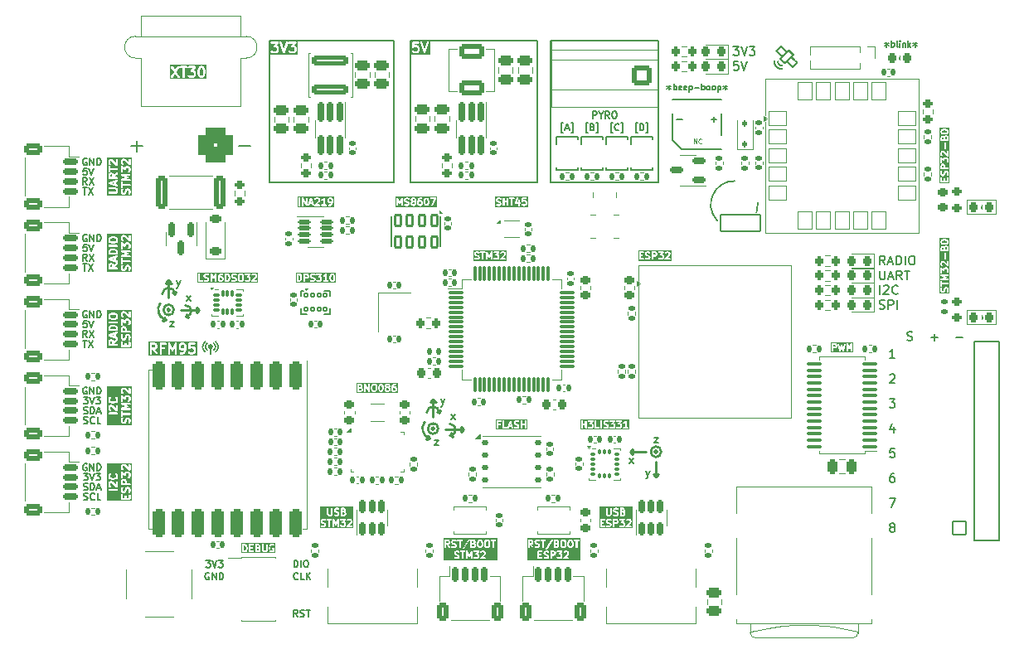
<source format=gbr>
%TF.GenerationSoftware,KiCad,Pcbnew,9.0.0*%
%TF.CreationDate,2025-07-16T14:45:31-07:00*%
%TF.ProjectId,aether,61657468-6572-42e6-9b69-6361645f7063,rev?*%
%TF.SameCoordinates,Original*%
%TF.FileFunction,Legend,Top*%
%TF.FilePolarity,Positive*%
%FSLAX46Y46*%
G04 Gerber Fmt 4.6, Leading zero omitted, Abs format (unit mm)*
G04 Created by KiCad (PCBNEW 9.0.0) date 2025-07-16 14:45:31*
%MOMM*%
%LPD*%
G01*
G04 APERTURE LIST*
G04 Aperture macros list*
%AMRoundRect*
0 Rectangle with rounded corners*
0 $1 Rounding radius*
0 $2 $3 $4 $5 $6 $7 $8 $9 X,Y pos of 4 corners*
0 Add a 4 corners polygon primitive as box body*
4,1,4,$2,$3,$4,$5,$6,$7,$8,$9,$2,$3,0*
0 Add four circle primitives for the rounded corners*
1,1,$1+$1,$2,$3*
1,1,$1+$1,$4,$5*
1,1,$1+$1,$6,$7*
1,1,$1+$1,$8,$9*
0 Add four rect primitives between the rounded corners*
20,1,$1+$1,$2,$3,$4,$5,0*
20,1,$1+$1,$4,$5,$6,$7,0*
20,1,$1+$1,$6,$7,$8,$9,0*
20,1,$1+$1,$8,$9,$2,$3,0*%
%AMOutline5P*
0 Free polygon, 5 corners , with rotation*
0 The origin of the aperture is its center*
0 number of corners: always 5*
0 $1 to $10 corner X, Y*
0 $11 Rotation angle, in degrees counterclockwise*
0 create outline with 5 corners*
4,1,5,$1,$2,$3,$4,$5,$6,$7,$8,$9,$10,$1,$2,$11*%
%AMOutline6P*
0 Free polygon, 6 corners , with rotation*
0 The origin of the aperture is its center*
0 number of corners: always 6*
0 $1 to $12 corner X, Y*
0 $13 Rotation angle, in degrees counterclockwise*
0 create outline with 6 corners*
4,1,6,$1,$2,$3,$4,$5,$6,$7,$8,$9,$10,$11,$12,$1,$2,$13*%
%AMOutline7P*
0 Free polygon, 7 corners , with rotation*
0 The origin of the aperture is its center*
0 number of corners: always 7*
0 $1 to $14 corner X, Y*
0 $15 Rotation angle, in degrees counterclockwise*
0 create outline with 7 corners*
4,1,7,$1,$2,$3,$4,$5,$6,$7,$8,$9,$10,$11,$12,$13,$14,$1,$2,$15*%
%AMOutline8P*
0 Free polygon, 8 corners , with rotation*
0 The origin of the aperture is its center*
0 number of corners: always 8*
0 $1 to $16 corner X, Y*
0 $17 Rotation angle, in degrees counterclockwise*
0 create outline with 8 corners*
4,1,8,$1,$2,$3,$4,$5,$6,$7,$8,$9,$10,$11,$12,$13,$14,$15,$16,$1,$2,$17*%
%AMFreePoly0*
4,1,29,0.736610,0.177800,0.990610,0.177800,0.990610,-0.177800,0.736610,-0.177800,0.738922,-0.472186,0.992922,-0.472186,0.992922,-0.827786,0.738922,-0.827786,0.738922,-1.122172,0.992922,-1.122172,0.992922,-1.477772,0.738922,-1.477772,0.736613,-1.522279,-0.736613,-1.522279,-0.736610,-1.477772,-0.990610,-1.477772,-0.990610,-1.122172,-0.736610,-1.122172,-0.736610,-0.827786,-0.990610,-0.827786,
-0.990610,-0.472186,-0.736610,-0.472186,-0.736610,-0.177800,-0.990610,-0.177800,-0.990610,0.177800,-0.736610,0.177800,-0.736613,0.484321,0.736613,0.484321,0.736610,0.177800,0.736610,0.177800,$1*%
G04 Aperture macros list end*
%ADD10C,0.254000*%
%ADD11C,0.150000*%
%ADD12C,0.175000*%
%ADD13C,0.200000*%
%ADD14C,0.190500*%
%ADD15C,0.225000*%
%ADD16C,0.125000*%
%ADD17C,0.120000*%
%ADD18C,0.127000*%
%ADD19C,0.100000*%
%ADD20C,0.152400*%
%ADD21C,0.000000*%
%ADD22C,0.059995*%
%ADD23C,0.180000*%
%ADD24C,0.000100*%
%ADD25R,0.500000X0.300000*%
%ADD26RoundRect,0.135000X-0.185000X0.135000X-0.185000X-0.135000X0.185000X-0.135000X0.185000X0.135000X0*%
%ADD27RoundRect,0.140000X0.170000X-0.140000X0.170000X0.140000X-0.170000X0.140000X-0.170000X-0.140000X0*%
%ADD28RoundRect,0.225000X0.225000X0.250000X-0.225000X0.250000X-0.225000X-0.250000X0.225000X-0.250000X0*%
%ADD29RoundRect,0.135000X-0.135000X-0.185000X0.135000X-0.185000X0.135000X0.185000X-0.135000X0.185000X0*%
%ADD30C,0.650000*%
%ADD31R,0.600000X1.240000*%
%ADD32R,0.300000X1.240000*%
%ADD33O,1.000000X2.100000*%
%ADD34O,1.000000X1.800000*%
%ADD35RoundRect,0.317500X-0.317500X1.157500X-0.317500X-1.157500X0.317500X-1.157500X0.317500X1.157500X0*%
%ADD36RoundRect,0.250000X-0.475000X0.250000X-0.475000X-0.250000X0.475000X-0.250000X0.475000X0.250000X0*%
%ADD37RoundRect,0.102000X-2.050000X-0.850000X2.050000X-0.850000X2.050000X0.850000X-2.050000X0.850000X0*%
%ADD38RoundRect,0.140000X0.140000X0.170000X-0.140000X0.170000X-0.140000X-0.170000X0.140000X-0.170000X0*%
%ADD39R,0.254000X0.675000*%
%ADD40R,0.675000X0.254000*%
%ADD41RoundRect,0.135000X0.135000X0.185000X-0.135000X0.185000X-0.135000X-0.185000X0.135000X-0.185000X0*%
%ADD42RoundRect,0.225000X0.250000X-0.225000X0.250000X0.225000X-0.250000X0.225000X-0.250000X-0.225000X0*%
%ADD43RoundRect,0.150000X-0.625000X0.150000X-0.625000X-0.150000X0.625000X-0.150000X0.625000X0.150000X0*%
%ADD44RoundRect,0.250000X-0.650000X0.350000X-0.650000X-0.350000X0.650000X-0.350000X0.650000X0.350000X0*%
%ADD45C,1.100025*%
%ADD46R,1.250013X0.900000*%
%ADD47R,0.900000X0.900000*%
%ADD48RoundRect,0.150000X0.150000X-0.512500X0.150000X0.512500X-0.150000X0.512500X-0.150000X-0.512500X0*%
%ADD49R,0.700000X0.700000*%
%ADD50RoundRect,0.200000X-0.275000X0.200000X-0.275000X-0.200000X0.275000X-0.200000X0.275000X0.200000X0*%
%ADD51RoundRect,0.140000X-0.170000X0.140000X-0.170000X-0.140000X0.170000X-0.140000X0.170000X0.140000X0*%
%ADD52RoundRect,0.150000X-0.150000X-0.625000X0.150000X-0.625000X0.150000X0.625000X-0.150000X0.625000X0*%
%ADD53RoundRect,0.250000X-0.350000X-0.650000X0.350000X-0.650000X0.350000X0.650000X-0.350000X0.650000X0*%
%ADD54RoundRect,0.162500X-0.162500X0.837500X-0.162500X-0.837500X0.162500X-0.837500X0.162500X0.837500X0*%
%ADD55RoundRect,0.135000X0.185000X-0.135000X0.185000X0.135000X-0.185000X0.135000X-0.185000X-0.135000X0*%
%ADD56FreePoly0,0.000000*%
%ADD57R,0.406400X0.355600*%
%ADD58R,0.558800X0.304800*%
%ADD59C,0.800000*%
%ADD60C,6.400000*%
%ADD61C,2.050000*%
%ADD62C,2.250000*%
%ADD63RoundRect,0.218750X0.218750X0.256250X-0.218750X0.256250X-0.218750X-0.256250X0.218750X-0.256250X0*%
%ADD64R,0.800000X1.500000*%
%ADD65R,1.450000X2.000000*%
%ADD66RoundRect,0.112500X0.112500X-0.187500X0.112500X0.187500X-0.112500X0.187500X-0.112500X-0.187500X0*%
%ADD67RoundRect,0.200000X-0.200000X-0.275000X0.200000X-0.275000X0.200000X0.275000X-0.200000X0.275000X0*%
%ADD68RoundRect,0.147500X0.147500X0.172500X-0.147500X0.172500X-0.147500X-0.172500X0.147500X-0.172500X0*%
%ADD69R,0.900000X1.700000*%
%ADD70RoundRect,0.102000X-0.175000X-0.175000X0.175000X-0.175000X0.175000X0.175000X-0.175000X0.175000X0*%
%ADD71RoundRect,0.218750X-0.218750X-0.256250X0.218750X-0.256250X0.218750X0.256250X-0.218750X0.256250X0*%
%ADD72RoundRect,0.200000X0.275000X-0.200000X0.275000X0.200000X-0.275000X0.200000X-0.275000X-0.200000X0*%
%ADD73RoundRect,0.200000X0.200000X0.275000X-0.200000X0.275000X-0.200000X-0.275000X0.200000X-0.275000X0*%
%ADD74C,1.400000*%
%ADD75RoundRect,0.770000X-0.980000X-0.980000X0.980000X-0.980000X0.980000X0.980000X-0.980000X0.980000X0*%
%ADD76C,3.500000*%
%ADD77RoundRect,0.150000X-0.150000X0.587500X-0.150000X-0.587500X0.150000X-0.587500X0.150000X0.587500X0*%
%ADD78RoundRect,0.087500X-0.225000X-0.087500X0.225000X-0.087500X0.225000X0.087500X-0.225000X0.087500X0*%
%ADD79RoundRect,0.087500X-0.087500X-0.225000X0.087500X-0.225000X0.087500X0.225000X-0.087500X0.225000X0*%
%ADD80RoundRect,0.140000X-0.140000X-0.170000X0.140000X-0.170000X0.140000X0.170000X-0.140000X0.170000X0*%
%ADD81RoundRect,0.102000X0.685000X-0.685000X0.685000X0.685000X-0.685000X0.685000X-0.685000X-0.685000X0*%
%ADD82C,1.574000*%
%ADD83RoundRect,0.250000X-0.250000X-0.475000X0.250000X-0.475000X0.250000X0.475000X-0.250000X0.475000X0*%
%ADD84RoundRect,0.225000X0.375000X-0.225000X0.375000X0.225000X-0.375000X0.225000X-0.375000X-0.225000X0*%
%ADD85RoundRect,0.150000X0.512500X0.150000X-0.512500X0.150000X-0.512500X-0.150000X0.512500X-0.150000X0*%
%ADD86R,1.200000X1.400000*%
%ADD87RoundRect,0.225000X-0.250000X0.225000X-0.250000X-0.225000X0.250000X-0.225000X0.250000X0.225000X0*%
%ADD88RoundRect,0.087500X-0.187500X-0.087500X0.187500X-0.087500X0.187500X0.087500X-0.187500X0.087500X0*%
%ADD89RoundRect,0.087500X-0.087500X-0.187500X0.087500X-0.187500X0.087500X0.187500X-0.087500X0.187500X0*%
%ADD90RoundRect,0.250001X0.999999X-0.499999X0.999999X0.499999X-0.999999X0.499999X-0.999999X-0.499999X0*%
%ADD91R,1.000000X1.800000*%
%ADD92R,1.000000X1.000000*%
%ADD93O,1.000000X1.000000*%
%ADD94R,0.400000X0.500000*%
%ADD95R,0.300000X0.500000*%
%ADD96RoundRect,0.250000X1.600000X-0.300000X1.600000X0.300000X-1.600000X0.300000X-1.600000X-0.300000X0*%
%ADD97RoundRect,0.102000X-0.300000X0.550000X-0.300000X-0.550000X0.300000X-0.550000X0.300000X0.550000X0*%
%ADD98RoundRect,0.250000X0.750000X0.750000X-0.750000X0.750000X-0.750000X-0.750000X0.750000X-0.750000X0*%
%ADD99C,2.000000*%
%ADD100RoundRect,0.125000X-0.537500X-0.125000X0.537500X-0.125000X0.537500X0.125000X-0.537500X0.125000X0*%
%ADD101R,0.800000X0.400000*%
%ADD102R,0.400000X0.800000*%
%ADD103Outline5P,-0.600000X0.204000X-0.204000X0.600000X0.600000X0.600000X0.600000X-0.600000X-0.600000X-0.600000X0.000000*%
%ADD104R,1.200000X1.200000*%
%ADD105R,0.800000X0.800000*%
%ADD106R,0.500000X0.400000*%
%ADD107R,2.400000X0.740000*%
%ADD108RoundRect,0.100000X0.637500X0.100000X-0.637500X0.100000X-0.637500X-0.100000X0.637500X-0.100000X0*%
%ADD109RoundRect,0.225000X-0.225000X-0.250000X0.225000X-0.250000X0.225000X0.250000X-0.225000X0.250000X0*%
%ADD110RoundRect,0.000001X-0.900000X-0.750000X0.900000X-0.750000X0.900000X0.750000X-0.900000X0.750000X0*%
%ADD111RoundRect,0.000001X-0.750000X-0.900000X0.750000X-0.900000X0.750000X0.900000X-0.750000X0.900000X0*%
%ADD112RoundRect,0.125000X-0.250000X-0.125000X0.250000X-0.125000X0.250000X0.125000X-0.250000X0.125000X0*%
%ADD113R,3.400000X4.300000*%
%ADD114R,1.800000X1.000000*%
%ADD115R,2.000000X1.000000*%
%ADD116RoundRect,0.250000X0.362500X1.425000X-0.362500X1.425000X-0.362500X-1.425000X0.362500X-1.425000X0*%
%ADD117RoundRect,0.075000X-0.700000X-0.075000X0.700000X-0.075000X0.700000X0.075000X-0.700000X0.075000X0*%
%ADD118RoundRect,0.075000X-0.075000X-0.700000X0.075000X-0.700000X0.075000X0.700000X-0.075000X0.700000X0*%
G04 APERTURE END LIST*
D10*
X30107537Y-43011755D02*
G75*
G02*
X29853537Y-43011755I-127000J0D01*
G01*
X29853537Y-43011755D02*
G75*
G02*
X30107537Y-43011755I127000J0D01*
G01*
X29983712Y-40001855D02*
X29983712Y-41779855D01*
X56348716Y-53525975D02*
G75*
G02*
X57618716Y-53525975I635000J0D01*
G01*
D11*
X54700000Y-15500000D02*
X67650000Y-15500000D01*
X67650000Y-30000000D01*
X54700000Y-30000000D01*
X54700000Y-15500000D01*
D10*
X58720441Y-55821500D02*
X58974441Y-55948500D01*
X57618716Y-53525975D02*
X57745716Y-53271975D01*
X30618712Y-41398855D02*
X30745712Y-41144855D01*
X29983712Y-40001855D02*
X30237712Y-40255855D01*
X56983716Y-52128975D02*
X57237716Y-52382975D01*
X31720437Y-43694380D02*
X31847437Y-43440380D01*
X56704316Y-52408375D02*
X57263116Y-52408375D01*
X56656691Y-56183450D02*
X56323316Y-56231075D01*
X77349000Y-57246000D02*
X77349000Y-57754000D01*
X77095000Y-57500000D02*
X78750000Y-57500000D01*
X79877000Y-57500000D02*
G75*
G02*
X79623000Y-57500000I-127000J0D01*
G01*
X79623000Y-57500000D02*
G75*
G02*
X79877000Y-57500000I127000J0D01*
G01*
X77095000Y-57500000D02*
X77349000Y-57246000D01*
X33117437Y-43059380D02*
X32863437Y-43313380D01*
X77095000Y-57500000D02*
X77349000Y-57754000D01*
X60117441Y-55186500D02*
X59863441Y-54932500D01*
X29983712Y-40001855D02*
X29729712Y-40255855D01*
X31974437Y-43821380D02*
X31847437Y-43440380D01*
X29526512Y-43976955D02*
G75*
G02*
X29120111Y-42364054I473488J976955D01*
G01*
X79746825Y-60028000D02*
X80000825Y-59774000D01*
X29656687Y-44056330D02*
X29323312Y-44103955D01*
X29656687Y-44056330D02*
X29529687Y-43748355D01*
D11*
X69000000Y-15500000D02*
X79950000Y-15500000D01*
X79950000Y-30000000D01*
X69000000Y-30000000D01*
X69000000Y-15500000D01*
D10*
X57107541Y-55138875D02*
G75*
G02*
X56853541Y-55138875I-127000J0D01*
G01*
X56853541Y-55138875D02*
G75*
G02*
X57107541Y-55138875I127000J0D01*
G01*
D11*
X40250000Y-15500000D02*
X52950000Y-15500000D01*
X52950000Y-30000000D01*
X40250000Y-30000000D01*
X40250000Y-15500000D01*
D10*
X59863441Y-55440500D02*
X59863441Y-54932500D01*
X79746825Y-60028000D02*
X79492825Y-59774000D01*
X57390116Y-53398975D02*
X57745716Y-53271975D01*
X29704312Y-40281255D02*
X30263112Y-40281255D01*
X60117441Y-55186500D02*
X58212441Y-55186500D01*
X58720441Y-55821500D02*
X58847441Y-55567500D01*
X31720437Y-42551380D02*
G75*
G02*
X31720437Y-43694420I-37J-571520D01*
G01*
X33117437Y-43059380D02*
X31212437Y-43059380D01*
X80026225Y-59748600D02*
X79467425Y-59748600D01*
X31720437Y-43694380D02*
X31974437Y-43821380D01*
X32863437Y-43313380D02*
X32863437Y-42805380D01*
X56526516Y-56104075D02*
G75*
G02*
X56120090Y-54491156I473484J976975D01*
G01*
X56983716Y-52128975D02*
X56729716Y-52382975D01*
X30618712Y-41398855D02*
X30390112Y-41271855D01*
X56529691Y-55875475D02*
X56323316Y-56231075D01*
X80283400Y-57500000D02*
G75*
G02*
X79216600Y-57500000I-533400J0D01*
G01*
X79216600Y-57500000D02*
G75*
G02*
X80283400Y-57500000I533400J0D01*
G01*
X79746825Y-60028000D02*
X79746825Y-58500000D01*
X58720441Y-54678500D02*
G75*
G02*
X58720441Y-55821500I-41J-571500D01*
G01*
X60117441Y-55186500D02*
X59863441Y-55440500D01*
X58974441Y-55948500D02*
X58847441Y-55567500D01*
X30390112Y-41271855D02*
X30745712Y-41144855D01*
X30513937Y-43011755D02*
G75*
G02*
X29447137Y-43011755I-533400J0D01*
G01*
X29447137Y-43011755D02*
G75*
G02*
X30513937Y-43011755I533400J0D01*
G01*
X57618716Y-53525975D02*
X57390116Y-53398975D01*
X57513941Y-55138875D02*
G75*
G02*
X56447141Y-55138875I-533400J0D01*
G01*
X56447141Y-55138875D02*
G75*
G02*
X57513941Y-55138875I533400J0D01*
G01*
X29529687Y-43748355D02*
X29323312Y-44103955D01*
X56656691Y-56183450D02*
X56529691Y-55875475D01*
X29348712Y-41398855D02*
G75*
G02*
X30618712Y-41398855I635000J0D01*
G01*
X56983716Y-52128975D02*
X56983716Y-53906975D01*
X33117437Y-43059380D02*
X32863437Y-42805380D01*
D12*
X70264999Y-24923066D02*
X70098333Y-24923066D01*
X70098333Y-24923066D02*
X70098333Y-23923066D01*
X70098333Y-23923066D02*
X70264999Y-23923066D01*
X70498333Y-24489733D02*
X70831666Y-24489733D01*
X70431666Y-24689733D02*
X70665000Y-23989733D01*
X70665000Y-23989733D02*
X70898333Y-24689733D01*
X71065000Y-24923066D02*
X71231666Y-24923066D01*
X71231666Y-24923066D02*
X71231666Y-23923066D01*
X71231666Y-23923066D02*
X71065000Y-23923066D01*
D13*
X105392857Y-46113100D02*
X105521429Y-46155957D01*
X105521429Y-46155957D02*
X105735714Y-46155957D01*
X105735714Y-46155957D02*
X105821429Y-46113100D01*
X105821429Y-46113100D02*
X105864286Y-46070242D01*
X105864286Y-46070242D02*
X105907143Y-45984528D01*
X105907143Y-45984528D02*
X105907143Y-45898814D01*
X105907143Y-45898814D02*
X105864286Y-45813100D01*
X105864286Y-45813100D02*
X105821429Y-45770242D01*
X105821429Y-45770242D02*
X105735714Y-45727385D01*
X105735714Y-45727385D02*
X105564286Y-45684528D01*
X105564286Y-45684528D02*
X105478571Y-45641671D01*
X105478571Y-45641671D02*
X105435714Y-45598814D01*
X105435714Y-45598814D02*
X105392857Y-45513100D01*
X105392857Y-45513100D02*
X105392857Y-45427385D01*
X105392857Y-45427385D02*
X105435714Y-45341671D01*
X105435714Y-45341671D02*
X105478571Y-45298814D01*
X105478571Y-45298814D02*
X105564286Y-45255957D01*
X105564286Y-45255957D02*
X105778571Y-45255957D01*
X105778571Y-45255957D02*
X105907143Y-45298814D01*
X103794286Y-65181671D02*
X103708571Y-65138814D01*
X103708571Y-65138814D02*
X103665714Y-65095957D01*
X103665714Y-65095957D02*
X103622857Y-65010242D01*
X103622857Y-65010242D02*
X103622857Y-64967385D01*
X103622857Y-64967385D02*
X103665714Y-64881671D01*
X103665714Y-64881671D02*
X103708571Y-64838814D01*
X103708571Y-64838814D02*
X103794286Y-64795957D01*
X103794286Y-64795957D02*
X103965714Y-64795957D01*
X103965714Y-64795957D02*
X104051429Y-64838814D01*
X104051429Y-64838814D02*
X104094286Y-64881671D01*
X104094286Y-64881671D02*
X104137143Y-64967385D01*
X104137143Y-64967385D02*
X104137143Y-65010242D01*
X104137143Y-65010242D02*
X104094286Y-65095957D01*
X104094286Y-65095957D02*
X104051429Y-65138814D01*
X104051429Y-65138814D02*
X103965714Y-65181671D01*
X103965714Y-65181671D02*
X103794286Y-65181671D01*
X103794286Y-65181671D02*
X103708571Y-65224528D01*
X103708571Y-65224528D02*
X103665714Y-65267385D01*
X103665714Y-65267385D02*
X103622857Y-65353100D01*
X103622857Y-65353100D02*
X103622857Y-65524528D01*
X103622857Y-65524528D02*
X103665714Y-65610242D01*
X103665714Y-65610242D02*
X103708571Y-65653100D01*
X103708571Y-65653100D02*
X103794286Y-65695957D01*
X103794286Y-65695957D02*
X103965714Y-65695957D01*
X103965714Y-65695957D02*
X104051429Y-65653100D01*
X104051429Y-65653100D02*
X104094286Y-65610242D01*
X104094286Y-65610242D02*
X104137143Y-65524528D01*
X104137143Y-65524528D02*
X104137143Y-65353100D01*
X104137143Y-65353100D02*
X104094286Y-65267385D01*
X104094286Y-65267385D02*
X104051429Y-65224528D01*
X104051429Y-65224528D02*
X103965714Y-65181671D01*
D14*
X79960386Y-56591144D02*
X79541338Y-56591144D01*
X79541338Y-56591144D02*
X79960386Y-56057810D01*
X79960386Y-56057810D02*
X79541338Y-56057810D01*
D11*
X21316666Y-62382700D02*
X21416666Y-62416033D01*
X21416666Y-62416033D02*
X21583333Y-62416033D01*
X21583333Y-62416033D02*
X21649999Y-62382700D01*
X21649999Y-62382700D02*
X21683333Y-62349366D01*
X21683333Y-62349366D02*
X21716666Y-62282700D01*
X21716666Y-62282700D02*
X21716666Y-62216033D01*
X21716666Y-62216033D02*
X21683333Y-62149366D01*
X21683333Y-62149366D02*
X21649999Y-62116033D01*
X21649999Y-62116033D02*
X21583333Y-62082700D01*
X21583333Y-62082700D02*
X21449999Y-62049366D01*
X21449999Y-62049366D02*
X21383333Y-62016033D01*
X21383333Y-62016033D02*
X21349999Y-61982700D01*
X21349999Y-61982700D02*
X21316666Y-61916033D01*
X21316666Y-61916033D02*
X21316666Y-61849366D01*
X21316666Y-61849366D02*
X21349999Y-61782700D01*
X21349999Y-61782700D02*
X21383333Y-61749366D01*
X21383333Y-61749366D02*
X21449999Y-61716033D01*
X21449999Y-61716033D02*
X21616666Y-61716033D01*
X21616666Y-61716033D02*
X21716666Y-61749366D01*
X22416666Y-62349366D02*
X22383333Y-62382700D01*
X22383333Y-62382700D02*
X22283333Y-62416033D01*
X22283333Y-62416033D02*
X22216666Y-62416033D01*
X22216666Y-62416033D02*
X22116666Y-62382700D01*
X22116666Y-62382700D02*
X22050000Y-62316033D01*
X22050000Y-62316033D02*
X22016666Y-62249366D01*
X22016666Y-62249366D02*
X21983333Y-62116033D01*
X21983333Y-62116033D02*
X21983333Y-62016033D01*
X21983333Y-62016033D02*
X22016666Y-61882700D01*
X22016666Y-61882700D02*
X22050000Y-61816033D01*
X22050000Y-61816033D02*
X22116666Y-61749366D01*
X22116666Y-61749366D02*
X22216666Y-61716033D01*
X22216666Y-61716033D02*
X22283333Y-61716033D01*
X22283333Y-61716033D02*
X22383333Y-61749366D01*
X22383333Y-61749366D02*
X22416666Y-61782700D01*
X23050000Y-62416033D02*
X22716666Y-62416033D01*
X22716666Y-62416033D02*
X22716666Y-61716033D01*
D15*
G36*
X56683639Y-16925919D02*
G01*
X54711240Y-16925919D01*
X54711240Y-16187969D01*
X54823740Y-16187969D01*
X54825376Y-16193391D01*
X54825376Y-16199056D01*
X54831668Y-16214246D01*
X54836419Y-16229993D01*
X54840006Y-16234378D01*
X54842174Y-16239610D01*
X54853797Y-16251233D01*
X54864215Y-16263966D01*
X54869208Y-16266644D01*
X54873213Y-16270649D01*
X54888398Y-16276939D01*
X54902896Y-16284716D01*
X54908534Y-16285279D01*
X54913767Y-16287447D01*
X54930211Y-16287447D01*
X54946574Y-16289083D01*
X54951996Y-16287447D01*
X54957661Y-16287447D01*
X54972851Y-16281154D01*
X54988598Y-16276404D01*
X54992983Y-16272816D01*
X54998215Y-16270649D01*
X55015264Y-16256659D01*
X55049973Y-16221948D01*
X55105128Y-16194371D01*
X55290108Y-16194371D01*
X55345262Y-16221948D01*
X55367064Y-16243749D01*
X55394642Y-16298904D01*
X55394642Y-16483884D01*
X55367063Y-16539040D01*
X55345263Y-16560841D01*
X55290108Y-16588419D01*
X55105128Y-16588419D01*
X55049973Y-16560841D01*
X55015264Y-16526131D01*
X54998216Y-16512140D01*
X54957662Y-16495342D01*
X54913768Y-16495341D01*
X54873214Y-16512139D01*
X54842174Y-16543178D01*
X54825376Y-16583732D01*
X54825375Y-16627626D01*
X54842173Y-16668180D01*
X54856164Y-16685229D01*
X54903783Y-16732849D01*
X54912409Y-16739928D01*
X54914357Y-16742174D01*
X54917741Y-16744304D01*
X54920831Y-16746840D01*
X54923574Y-16747976D01*
X54933021Y-16753923D01*
X55028259Y-16801542D01*
X55048857Y-16809424D01*
X55052889Y-16809710D01*
X55056623Y-16811257D01*
X55078571Y-16813419D01*
X55316666Y-16813419D01*
X55338614Y-16811257D01*
X55342347Y-16809710D01*
X55346380Y-16809424D01*
X55366978Y-16801542D01*
X55462215Y-16753923D01*
X55471659Y-16747977D01*
X55474406Y-16746840D01*
X55477498Y-16744301D01*
X55480879Y-16742174D01*
X55482823Y-16739931D01*
X55491454Y-16732849D01*
X55539073Y-16685229D01*
X55546151Y-16676603D01*
X55548397Y-16674656D01*
X55550529Y-16671268D01*
X55553064Y-16668180D01*
X55554199Y-16665438D01*
X55560146Y-16655992D01*
X55607765Y-16560754D01*
X55615647Y-16540156D01*
X55615933Y-16536123D01*
X55617480Y-16532390D01*
X55619642Y-16510442D01*
X55619642Y-16272347D01*
X55617480Y-16250399D01*
X55615933Y-16246665D01*
X55615647Y-16242633D01*
X55607765Y-16222035D01*
X55560146Y-16126797D01*
X55554198Y-16117348D01*
X55553063Y-16114608D01*
X55550529Y-16111521D01*
X55548397Y-16108133D01*
X55546150Y-16106184D01*
X55539072Y-16097559D01*
X55491454Y-16049940D01*
X55482823Y-16042858D01*
X55480879Y-16040616D01*
X55477495Y-16038486D01*
X55474405Y-16035950D01*
X55471661Y-16034813D01*
X55462215Y-16028867D01*
X55366978Y-15981248D01*
X55346380Y-15973366D01*
X55342347Y-15973079D01*
X55338614Y-15971533D01*
X55316666Y-15969371D01*
X55078571Y-15969371D01*
X55069459Y-15970268D01*
X55085144Y-15813419D01*
X55459523Y-15813419D01*
X55481471Y-15811257D01*
X55522025Y-15794459D01*
X55553063Y-15763421D01*
X55569861Y-15722867D01*
X55569861Y-15714989D01*
X55681241Y-15714989D01*
X55686130Y-15736495D01*
X56019463Y-16736494D01*
X56028455Y-16756632D01*
X56033718Y-16762700D01*
X56037315Y-16769894D01*
X56047975Y-16779139D01*
X56057215Y-16789793D01*
X56064403Y-16793387D01*
X56070476Y-16798654D01*
X56083858Y-16803114D01*
X56096475Y-16809423D01*
X56104493Y-16809992D01*
X56112120Y-16812535D01*
X56126192Y-16811535D01*
X56140260Y-16812535D01*
X56147883Y-16809993D01*
X56155905Y-16809424D01*
X56168529Y-16803112D01*
X56181903Y-16798654D01*
X56187971Y-16793390D01*
X56195165Y-16789794D01*
X56204410Y-16779133D01*
X56215064Y-16769894D01*
X56218658Y-16762705D01*
X56223925Y-16756633D01*
X56232917Y-16736495D01*
X56566250Y-15736495D01*
X56571139Y-15714990D01*
X56568028Y-15671205D01*
X56548397Y-15631944D01*
X56515236Y-15603184D01*
X56473593Y-15589303D01*
X56429808Y-15592415D01*
X56390548Y-15612045D01*
X56361788Y-15645206D01*
X56352796Y-15665344D01*
X56126190Y-16345161D01*
X55899584Y-15665343D01*
X55890592Y-15645205D01*
X55861832Y-15612044D01*
X55822572Y-15592414D01*
X55778787Y-15589303D01*
X55737143Y-15603184D01*
X55703982Y-15631944D01*
X55684352Y-15671204D01*
X55681241Y-15714989D01*
X55569861Y-15714989D01*
X55569861Y-15678971D01*
X55553063Y-15638417D01*
X55522025Y-15607379D01*
X55481471Y-15590581D01*
X55459523Y-15588419D01*
X54983333Y-15588419D01*
X54975212Y-15589218D01*
X54972473Y-15588945D01*
X54969797Y-15589752D01*
X54961385Y-15590581D01*
X54946191Y-15596874D01*
X54930449Y-15601624D01*
X54926064Y-15605211D01*
X54920831Y-15607379D01*
X54909202Y-15619007D01*
X54896476Y-15629420D01*
X54893798Y-15634411D01*
X54889793Y-15638417D01*
X54883500Y-15653607D01*
X54875726Y-15668101D01*
X54874064Y-15676389D01*
X54872995Y-15678971D01*
X54872995Y-15681723D01*
X54871391Y-15689725D01*
X54823772Y-16165915D01*
X54823740Y-16187969D01*
X54711240Y-16187969D01*
X54711240Y-15475919D01*
X56683639Y-15475919D01*
X56683639Y-16925919D01*
G37*
D12*
G36*
X109112900Y-28271912D02*
G01*
X109126154Y-28285165D01*
X109143900Y-28320656D01*
X109143900Y-28479167D01*
X108952233Y-28479167D01*
X108952233Y-28320655D01*
X108969977Y-28285167D01*
X108983233Y-28271911D01*
X109018721Y-28254167D01*
X109077410Y-28254167D01*
X109112900Y-28271912D01*
G37*
G36*
X109079567Y-25405244D02*
G01*
X109092819Y-25418496D01*
X109110566Y-25453989D01*
X109110566Y-25579166D01*
X108952233Y-25579166D01*
X108952233Y-25453989D01*
X108969978Y-25418498D01*
X108983231Y-25405244D01*
X109018723Y-25387499D01*
X109044077Y-25387499D01*
X109079567Y-25405244D01*
G37*
G36*
X109446233Y-25371910D02*
G01*
X109459489Y-25385166D01*
X109477233Y-25420654D01*
X109477233Y-25579166D01*
X109285566Y-25579166D01*
X109285566Y-25447533D01*
X109307877Y-25380599D01*
X109316564Y-25371911D01*
X109352057Y-25354166D01*
X109410745Y-25354166D01*
X109446233Y-25371910D01*
G37*
G36*
X109400859Y-24715890D02*
G01*
X109446233Y-24738577D01*
X109459487Y-24751830D01*
X109477233Y-24787322D01*
X109477233Y-24812678D01*
X109459489Y-24848166D01*
X109446233Y-24861422D01*
X109400860Y-24884108D01*
X109287292Y-24912499D01*
X109142173Y-24912499D01*
X109028601Y-24884106D01*
X108983233Y-24861422D01*
X108969977Y-24848166D01*
X108952233Y-24812678D01*
X108952233Y-24787322D01*
X108969978Y-24751831D01*
X108983232Y-24738577D01*
X109028606Y-24715890D01*
X109142170Y-24687499D01*
X109287296Y-24687499D01*
X109400859Y-24715890D01*
G37*
G36*
X109739733Y-30041667D02*
G01*
X108689733Y-30041667D01*
X108689733Y-29533334D01*
X108777233Y-29533334D01*
X108777233Y-29866667D01*
X108778914Y-29883737D01*
X108791979Y-29915279D01*
X108816121Y-29939421D01*
X108847663Y-29952486D01*
X108864733Y-29954167D01*
X109564733Y-29954167D01*
X109581803Y-29952486D01*
X109613345Y-29939421D01*
X109637487Y-29915279D01*
X109650552Y-29883737D01*
X109652233Y-29866667D01*
X109652233Y-29533334D01*
X109650552Y-29516264D01*
X109637487Y-29484722D01*
X109613345Y-29460580D01*
X109581803Y-29447515D01*
X109547663Y-29447515D01*
X109516121Y-29460580D01*
X109491979Y-29484722D01*
X109478914Y-29516264D01*
X109477233Y-29533334D01*
X109477233Y-29779167D01*
X109285566Y-29779167D01*
X109285566Y-29633334D01*
X109283885Y-29616264D01*
X109270820Y-29584722D01*
X109246678Y-29560580D01*
X109215136Y-29547515D01*
X109180996Y-29547515D01*
X109149454Y-29560580D01*
X109125312Y-29584722D01*
X109112247Y-29616264D01*
X109110566Y-29633334D01*
X109110566Y-29779167D01*
X108952233Y-29779167D01*
X108952233Y-29533334D01*
X108950552Y-29516264D01*
X108937487Y-29484722D01*
X108913345Y-29460580D01*
X108881803Y-29447515D01*
X108847663Y-29447515D01*
X108816121Y-29460580D01*
X108791979Y-29484722D01*
X108778914Y-29516264D01*
X108777233Y-29533334D01*
X108689733Y-29533334D01*
X108689733Y-28966667D01*
X108777233Y-28966667D01*
X108777233Y-29133334D01*
X108778914Y-29150404D01*
X108780117Y-29153308D01*
X108780340Y-29156445D01*
X108786470Y-29172465D01*
X108819803Y-29239132D01*
X108824428Y-29246480D01*
X108825313Y-29248615D01*
X108827285Y-29251018D01*
X108828941Y-29253648D01*
X108830685Y-29255161D01*
X108836195Y-29261874D01*
X108869529Y-29295207D01*
X108876239Y-29300714D01*
X108877753Y-29302459D01*
X108880383Y-29304114D01*
X108882788Y-29306088D01*
X108884923Y-29306972D01*
X108892269Y-29311596D01*
X108958935Y-29344929D01*
X108974955Y-29351060D01*
X108978091Y-29351282D01*
X108980996Y-29352486D01*
X108998066Y-29354167D01*
X109064733Y-29354167D01*
X109081803Y-29352486D01*
X109084707Y-29351282D01*
X109087844Y-29351060D01*
X109103864Y-29344930D01*
X109170531Y-29311597D01*
X109177876Y-29306973D01*
X109180013Y-29306088D01*
X109182418Y-29304113D01*
X109185047Y-29302459D01*
X109186559Y-29300715D01*
X109193272Y-29295206D01*
X109226605Y-29261873D01*
X109232114Y-29255160D01*
X109233858Y-29253648D01*
X109235512Y-29251019D01*
X109237487Y-29248614D01*
X109238372Y-29246477D01*
X109242996Y-29239132D01*
X109276329Y-29172464D01*
X109276806Y-29171215D01*
X109277182Y-29170709D01*
X109279733Y-29163566D01*
X109282459Y-29156445D01*
X109282503Y-29155812D01*
X109282953Y-29154556D01*
X109313956Y-29030544D01*
X109336645Y-28985165D01*
X109349898Y-28971912D01*
X109385389Y-28954167D01*
X109410743Y-28954167D01*
X109446234Y-28971912D01*
X109459487Y-28985165D01*
X109477233Y-29020657D01*
X109477233Y-29152467D01*
X109448390Y-29238997D01*
X109444587Y-29255723D01*
X109447007Y-29289778D01*
X109462276Y-29320315D01*
X109488068Y-29342684D01*
X109520456Y-29353480D01*
X109554511Y-29351060D01*
X109585048Y-29335791D01*
X109607417Y-29309999D01*
X109614410Y-29294337D01*
X109647743Y-29194337D01*
X109649667Y-29185871D01*
X109650552Y-29183737D01*
X109650856Y-29180642D01*
X109651546Y-29177611D01*
X109651382Y-29175306D01*
X109652233Y-29166667D01*
X109652233Y-29000001D01*
X109650552Y-28982931D01*
X109649348Y-28980026D01*
X109649126Y-28976890D01*
X109642996Y-28960871D01*
X109609663Y-28894203D01*
X109605037Y-28886855D01*
X109604153Y-28884720D01*
X109602180Y-28882316D01*
X109600525Y-28879687D01*
X109598780Y-28878173D01*
X109593271Y-28871461D01*
X109559937Y-28838128D01*
X109553226Y-28832621D01*
X109551714Y-28830877D01*
X109549083Y-28829221D01*
X109546678Y-28827247D01*
X109544542Y-28826362D01*
X109537198Y-28821739D01*
X109470532Y-28788405D01*
X109454513Y-28782274D01*
X109451374Y-28782050D01*
X109448470Y-28780848D01*
X109431400Y-28779167D01*
X109364733Y-28779167D01*
X109347663Y-28780848D01*
X109344758Y-28782051D01*
X109341621Y-28782274D01*
X109325601Y-28788405D01*
X109258934Y-28821739D01*
X109251589Y-28826362D01*
X109249453Y-28827247D01*
X109247049Y-28829219D01*
X109244418Y-28830876D01*
X109242903Y-28832622D01*
X109236194Y-28838129D01*
X109202861Y-28871462D01*
X109197351Y-28878174D01*
X109195608Y-28879687D01*
X109193953Y-28882315D01*
X109191979Y-28884721D01*
X109191093Y-28886857D01*
X109186470Y-28894203D01*
X109153137Y-28960870D01*
X109152658Y-28962120D01*
X109152284Y-28962626D01*
X109149732Y-28969767D01*
X109147007Y-28976890D01*
X109146962Y-28977520D01*
X109146513Y-28978778D01*
X109115509Y-29102790D01*
X109092819Y-29148170D01*
X109079568Y-29161421D01*
X109044077Y-29179167D01*
X109018721Y-29179167D01*
X108983232Y-29161422D01*
X108969978Y-29148168D01*
X108952233Y-29112677D01*
X108952233Y-28980866D01*
X108981076Y-28894337D01*
X108984879Y-28877611D01*
X108982459Y-28843556D01*
X108967190Y-28813019D01*
X108941398Y-28790650D01*
X108909010Y-28779854D01*
X108874955Y-28782274D01*
X108844418Y-28797543D01*
X108822049Y-28823335D01*
X108815056Y-28838997D01*
X108781723Y-28938997D01*
X108779798Y-28947462D01*
X108778914Y-28949597D01*
X108778609Y-28952691D01*
X108777920Y-28955723D01*
X108778083Y-28958027D01*
X108777233Y-28966667D01*
X108689733Y-28966667D01*
X108689733Y-28300000D01*
X108777233Y-28300000D01*
X108777233Y-28566667D01*
X108778914Y-28583737D01*
X108791979Y-28615279D01*
X108816121Y-28639421D01*
X108847663Y-28652486D01*
X108864733Y-28654167D01*
X109564733Y-28654167D01*
X109581803Y-28652486D01*
X109613345Y-28639421D01*
X109637487Y-28615279D01*
X109650552Y-28583737D01*
X109650552Y-28549597D01*
X109637487Y-28518055D01*
X109613345Y-28493913D01*
X109581803Y-28480848D01*
X109564733Y-28479167D01*
X109318900Y-28479167D01*
X109318900Y-28300000D01*
X109317219Y-28282930D01*
X109316014Y-28280023D01*
X109315792Y-28276887D01*
X109309662Y-28260868D01*
X109276328Y-28194202D01*
X109271704Y-28186857D01*
X109270820Y-28184722D01*
X109268845Y-28182316D01*
X109267190Y-28179686D01*
X109265445Y-28178173D01*
X109259939Y-28171463D01*
X109226606Y-28138129D01*
X109219893Y-28132619D01*
X109218380Y-28130875D01*
X109215750Y-28129219D01*
X109213347Y-28127247D01*
X109211212Y-28126362D01*
X109203864Y-28121737D01*
X109137197Y-28088404D01*
X109121177Y-28082274D01*
X109118040Y-28082051D01*
X109115136Y-28080848D01*
X109098066Y-28079167D01*
X108998066Y-28079167D01*
X108980996Y-28080848D01*
X108978091Y-28082051D01*
X108974955Y-28082274D01*
X108958935Y-28088405D01*
X108892269Y-28121738D01*
X108884921Y-28126362D01*
X108882787Y-28127247D01*
X108880384Y-28129218D01*
X108877753Y-28130875D01*
X108876239Y-28132620D01*
X108869528Y-28138128D01*
X108836194Y-28171462D01*
X108830684Y-28178174D01*
X108828941Y-28179687D01*
X108827287Y-28182314D01*
X108825312Y-28184721D01*
X108824426Y-28186859D01*
X108819804Y-28194203D01*
X108786471Y-28260869D01*
X108780340Y-28276888D01*
X108780117Y-28280025D01*
X108778914Y-28282930D01*
X108777233Y-28300000D01*
X108689733Y-28300000D01*
X108689733Y-27500000D01*
X108777233Y-27500000D01*
X108777233Y-27933334D01*
X108778914Y-27950404D01*
X108791979Y-27981946D01*
X108816121Y-28006088D01*
X108847663Y-28019153D01*
X108881803Y-28019153D01*
X108913345Y-28006088D01*
X108937487Y-27981946D01*
X108950552Y-27950404D01*
X108952233Y-27933334D01*
X108952233Y-27692829D01*
X109073781Y-27799184D01*
X109081159Y-27804459D01*
X109082788Y-27806088D01*
X109084331Y-27806727D01*
X109087734Y-27809160D01*
X109101198Y-27813713D01*
X109114330Y-27819153D01*
X109117281Y-27819153D01*
X109120075Y-27820098D01*
X109134251Y-27819153D01*
X109148470Y-27819153D01*
X109151197Y-27818023D01*
X109154142Y-27817827D01*
X109166883Y-27811525D01*
X109180012Y-27806088D01*
X109182097Y-27804002D01*
X109184745Y-27802693D01*
X109194109Y-27791990D01*
X109204154Y-27781946D01*
X109205282Y-27779220D01*
X109207226Y-27777000D01*
X109211779Y-27763535D01*
X109217219Y-27750404D01*
X109217628Y-27746240D01*
X109218164Y-27744659D01*
X109218010Y-27742362D01*
X109218900Y-27733334D01*
X109218900Y-27653990D01*
X109236645Y-27618498D01*
X109249898Y-27605245D01*
X109285389Y-27587500D01*
X109410743Y-27587500D01*
X109446234Y-27605245D01*
X109459487Y-27618498D01*
X109477233Y-27653990D01*
X109477233Y-27812679D01*
X109459489Y-27848167D01*
X109436194Y-27871462D01*
X109425312Y-27884721D01*
X109412247Y-27916263D01*
X109412247Y-27950405D01*
X109425312Y-27981947D01*
X109449453Y-28006088D01*
X109480995Y-28019153D01*
X109515137Y-28019153D01*
X109546679Y-28006088D01*
X109559938Y-27995206D01*
X109593272Y-27961872D01*
X109598779Y-27955160D01*
X109600525Y-27953647D01*
X109602181Y-27951015D01*
X109604153Y-27948613D01*
X109605037Y-27946478D01*
X109609662Y-27939131D01*
X109642995Y-27872465D01*
X109649126Y-27856445D01*
X109649348Y-27853308D01*
X109650552Y-27850404D01*
X109652233Y-27833334D01*
X109652233Y-27633334D01*
X109650552Y-27616264D01*
X109649348Y-27613359D01*
X109649126Y-27610223D01*
X109642996Y-27594204D01*
X109609663Y-27527536D01*
X109605037Y-27520188D01*
X109604153Y-27518053D01*
X109602180Y-27515649D01*
X109600525Y-27513020D01*
X109598780Y-27511506D01*
X109593271Y-27504794D01*
X109559937Y-27471461D01*
X109553226Y-27465954D01*
X109551714Y-27464210D01*
X109549083Y-27462554D01*
X109546678Y-27460580D01*
X109544542Y-27459695D01*
X109537198Y-27455072D01*
X109470532Y-27421738D01*
X109454513Y-27415607D01*
X109451374Y-27415383D01*
X109448470Y-27414181D01*
X109431400Y-27412500D01*
X109264733Y-27412500D01*
X109247663Y-27414181D01*
X109244758Y-27415384D01*
X109241621Y-27415607D01*
X109225601Y-27421738D01*
X109158934Y-27455072D01*
X109151589Y-27459695D01*
X109149453Y-27460580D01*
X109147049Y-27462552D01*
X109144418Y-27464209D01*
X109142903Y-27465955D01*
X109136194Y-27471462D01*
X109102861Y-27504795D01*
X109097351Y-27511507D01*
X109095608Y-27513020D01*
X109093953Y-27515648D01*
X109091979Y-27518054D01*
X109091093Y-27520190D01*
X109086470Y-27527536D01*
X109069003Y-27562470D01*
X108922352Y-27434150D01*
X108914973Y-27428874D01*
X108913345Y-27427246D01*
X108911801Y-27426606D01*
X108908399Y-27424174D01*
X108894934Y-27419620D01*
X108881803Y-27414181D01*
X108878852Y-27414181D01*
X108876058Y-27413236D01*
X108861882Y-27414181D01*
X108847663Y-27414181D01*
X108844935Y-27415310D01*
X108841991Y-27415507D01*
X108829249Y-27421808D01*
X108816121Y-27427246D01*
X108814035Y-27429331D01*
X108811388Y-27430641D01*
X108802023Y-27441343D01*
X108791979Y-27451388D01*
X108790850Y-27454113D01*
X108788907Y-27456334D01*
X108784353Y-27469798D01*
X108778914Y-27482930D01*
X108778504Y-27487093D01*
X108777969Y-27488675D01*
X108778122Y-27490971D01*
X108777233Y-27500000D01*
X108689733Y-27500000D01*
X108689733Y-26966667D01*
X108777233Y-26966667D01*
X108777233Y-27133333D01*
X108778914Y-27150403D01*
X108780117Y-27153307D01*
X108780340Y-27156444D01*
X108786470Y-27172464D01*
X108819803Y-27239131D01*
X108824428Y-27246479D01*
X108825313Y-27248614D01*
X108827285Y-27251017D01*
X108828941Y-27253647D01*
X108830685Y-27255160D01*
X108836195Y-27261873D01*
X108869529Y-27295206D01*
X108882788Y-27306087D01*
X108914331Y-27319152D01*
X108948472Y-27319152D01*
X108980014Y-27306086D01*
X109004154Y-27281945D01*
X109017219Y-27250403D01*
X109017219Y-27216261D01*
X109004153Y-27184719D01*
X108993271Y-27171460D01*
X108969978Y-27148167D01*
X108952233Y-27112676D01*
X108952233Y-26987323D01*
X108969978Y-26951832D01*
X108983231Y-26938578D01*
X109018723Y-26920833D01*
X109050533Y-26920833D01*
X109117466Y-26943144D01*
X109502861Y-27328539D01*
X109516120Y-27339420D01*
X109516121Y-27339421D01*
X109547663Y-27352486D01*
X109581803Y-27352486D01*
X109613345Y-27339421D01*
X109637487Y-27315279D01*
X109650552Y-27283737D01*
X109652233Y-27266667D01*
X109652233Y-26833333D01*
X109650552Y-26816263D01*
X109637487Y-26784721D01*
X109613345Y-26760579D01*
X109581803Y-26747514D01*
X109547663Y-26747514D01*
X109516121Y-26760579D01*
X109491979Y-26784721D01*
X109478914Y-26816263D01*
X109477233Y-26833333D01*
X109477233Y-27055423D01*
X109226605Y-26804795D01*
X109213346Y-26793913D01*
X109210438Y-26792708D01*
X109208065Y-26790650D01*
X109192403Y-26783657D01*
X109092403Y-26750323D01*
X109083937Y-26748398D01*
X109081803Y-26747514D01*
X109078709Y-26747209D01*
X109075678Y-26746520D01*
X109073372Y-26746683D01*
X109064733Y-26745833D01*
X108998066Y-26745833D01*
X108980996Y-26747514D01*
X108978089Y-26748718D01*
X108974953Y-26748941D01*
X108958934Y-26755071D01*
X108892268Y-26788405D01*
X108884923Y-26793028D01*
X108882788Y-26793913D01*
X108880382Y-26795887D01*
X108877752Y-26797543D01*
X108876239Y-26799287D01*
X108869529Y-26804794D01*
X108836195Y-26838127D01*
X108830685Y-26844839D01*
X108828941Y-26846353D01*
X108827285Y-26848982D01*
X108825313Y-26851386D01*
X108824428Y-26853520D01*
X108819803Y-26860869D01*
X108786470Y-26927536D01*
X108780340Y-26943556D01*
X108780117Y-26946692D01*
X108778914Y-26949597D01*
X108777233Y-26966667D01*
X108689733Y-26966667D01*
X108689733Y-26000000D01*
X109210566Y-26000000D01*
X109210566Y-26533333D01*
X109212247Y-26550403D01*
X109225312Y-26581945D01*
X109249454Y-26606087D01*
X109280996Y-26619152D01*
X109315136Y-26619152D01*
X109346678Y-26606087D01*
X109370820Y-26581945D01*
X109383885Y-26550403D01*
X109385566Y-26533333D01*
X109385566Y-26000000D01*
X109383885Y-25982930D01*
X109370820Y-25951388D01*
X109346678Y-25927246D01*
X109315136Y-25914181D01*
X109280996Y-25914181D01*
X109249454Y-25927246D01*
X109225312Y-25951388D01*
X109212247Y-25982930D01*
X109210566Y-26000000D01*
X108689733Y-26000000D01*
X108689733Y-25433333D01*
X108777233Y-25433333D01*
X108777233Y-25666666D01*
X108778914Y-25683736D01*
X108791979Y-25715278D01*
X108816121Y-25739420D01*
X108847663Y-25752485D01*
X108864733Y-25754166D01*
X109564733Y-25754166D01*
X109581803Y-25752485D01*
X109613345Y-25739420D01*
X109637487Y-25715278D01*
X109650552Y-25683736D01*
X109652233Y-25666666D01*
X109652233Y-25399999D01*
X109650552Y-25382929D01*
X109649348Y-25380024D01*
X109649126Y-25376888D01*
X109642995Y-25360868D01*
X109609662Y-25294202D01*
X109605037Y-25286854D01*
X109604153Y-25284720D01*
X109602181Y-25282317D01*
X109600525Y-25279686D01*
X109598779Y-25278172D01*
X109593272Y-25271461D01*
X109559938Y-25238127D01*
X109553225Y-25232617D01*
X109551713Y-25230874D01*
X109549085Y-25229220D01*
X109546679Y-25227245D01*
X109544540Y-25226359D01*
X109537197Y-25221737D01*
X109470531Y-25188404D01*
X109454512Y-25182273D01*
X109451374Y-25182050D01*
X109448470Y-25180847D01*
X109431400Y-25179166D01*
X109331400Y-25179166D01*
X109314330Y-25180847D01*
X109311425Y-25182050D01*
X109308289Y-25182273D01*
X109292270Y-25188403D01*
X109225602Y-25221736D01*
X109218254Y-25226361D01*
X109216119Y-25227246D01*
X109213715Y-25229218D01*
X109211086Y-25230874D01*
X109209572Y-25232618D01*
X109202860Y-25238128D01*
X109180230Y-25260757D01*
X109180013Y-25260579D01*
X109177875Y-25259693D01*
X109170531Y-25255071D01*
X109103865Y-25221737D01*
X109087845Y-25215606D01*
X109084707Y-25215383D01*
X109081803Y-25214180D01*
X109064733Y-25212499D01*
X108998066Y-25212499D01*
X108980996Y-25214180D01*
X108978089Y-25215384D01*
X108974953Y-25215607D01*
X108958934Y-25221737D01*
X108892268Y-25255071D01*
X108884923Y-25259694D01*
X108882788Y-25260579D01*
X108880382Y-25262553D01*
X108877752Y-25264209D01*
X108876239Y-25265953D01*
X108869529Y-25271460D01*
X108836195Y-25304793D01*
X108830685Y-25311505D01*
X108828941Y-25313019D01*
X108827285Y-25315648D01*
X108825313Y-25318052D01*
X108824428Y-25320186D01*
X108819803Y-25327535D01*
X108786470Y-25394202D01*
X108780340Y-25410222D01*
X108780117Y-25413358D01*
X108778914Y-25416263D01*
X108777233Y-25433333D01*
X108689733Y-25433333D01*
X108689733Y-24766666D01*
X108777233Y-24766666D01*
X108777233Y-24833333D01*
X108778914Y-24850403D01*
X108780117Y-24853307D01*
X108780340Y-24856445D01*
X108786471Y-24872464D01*
X108819804Y-24939130D01*
X108824426Y-24946473D01*
X108825312Y-24948612D01*
X108827287Y-24951018D01*
X108828941Y-24953646D01*
X108830684Y-24955158D01*
X108836194Y-24961871D01*
X108869528Y-24995205D01*
X108876239Y-25000712D01*
X108877753Y-25002458D01*
X108880384Y-25004114D01*
X108882787Y-25006086D01*
X108884921Y-25006970D01*
X108892269Y-25011595D01*
X108958935Y-25044928D01*
X108960182Y-25045405D01*
X108960692Y-25045783D01*
X108967875Y-25048349D01*
X108974955Y-25051059D01*
X108975583Y-25051103D01*
X108976844Y-25051554D01*
X109110178Y-25084886D01*
X109113136Y-25085323D01*
X109114330Y-25085818D01*
X109120757Y-25086450D01*
X109127146Y-25087396D01*
X109128423Y-25087205D01*
X109131400Y-25087499D01*
X109298066Y-25087499D01*
X109301042Y-25087205D01*
X109302320Y-25087396D01*
X109308716Y-25086450D01*
X109315136Y-25085818D01*
X109316326Y-25085324D01*
X109319288Y-25084887D01*
X109452621Y-25051554D01*
X109453880Y-25051103D01*
X109454512Y-25051059D01*
X109461604Y-25048344D01*
X109468774Y-25045783D01*
X109469283Y-25045405D01*
X109470531Y-25044928D01*
X109537197Y-25011595D01*
X109544540Y-25006972D01*
X109546679Y-25006087D01*
X109549085Y-25004111D01*
X109551713Y-25002458D01*
X109553225Y-25000714D01*
X109559938Y-24995205D01*
X109593272Y-24961871D01*
X109598779Y-24955159D01*
X109600525Y-24953646D01*
X109602181Y-24951014D01*
X109604153Y-24948612D01*
X109605037Y-24946477D01*
X109609662Y-24939130D01*
X109642995Y-24872464D01*
X109649126Y-24856444D01*
X109649348Y-24853307D01*
X109650552Y-24850403D01*
X109652233Y-24833333D01*
X109652233Y-24766666D01*
X109650552Y-24749596D01*
X109649348Y-24746691D01*
X109649126Y-24743555D01*
X109642996Y-24727536D01*
X109609663Y-24660868D01*
X109605037Y-24653520D01*
X109604153Y-24651385D01*
X109602180Y-24648981D01*
X109600525Y-24646352D01*
X109598780Y-24644838D01*
X109593271Y-24638126D01*
X109559937Y-24604793D01*
X109553226Y-24599286D01*
X109551713Y-24597541D01*
X109549082Y-24595885D01*
X109546678Y-24593912D01*
X109544541Y-24593027D01*
X109537197Y-24588404D01*
X109470531Y-24555071D01*
X109469282Y-24554593D01*
X109468775Y-24554217D01*
X109461630Y-24551664D01*
X109454512Y-24548940D01*
X109453878Y-24548895D01*
X109452622Y-24548446D01*
X109319288Y-24515112D01*
X109316329Y-24514674D01*
X109315136Y-24514180D01*
X109308708Y-24513547D01*
X109302320Y-24512602D01*
X109301042Y-24512792D01*
X109298066Y-24512499D01*
X109131400Y-24512499D01*
X109128423Y-24512792D01*
X109127146Y-24512602D01*
X109120757Y-24513547D01*
X109114330Y-24514180D01*
X109113136Y-24514674D01*
X109110178Y-24515112D01*
X108976844Y-24548446D01*
X108975587Y-24548895D01*
X108974955Y-24548940D01*
X108967844Y-24551661D01*
X108960691Y-24554217D01*
X108960183Y-24554593D01*
X108958935Y-24555071D01*
X108892269Y-24588404D01*
X108884923Y-24593027D01*
X108882788Y-24593912D01*
X108880383Y-24595885D01*
X108877753Y-24597541D01*
X108876239Y-24599285D01*
X108869529Y-24604793D01*
X108836195Y-24638126D01*
X108830685Y-24644838D01*
X108828941Y-24646352D01*
X108827285Y-24648981D01*
X108825313Y-24651385D01*
X108824428Y-24653519D01*
X108819803Y-24660868D01*
X108786470Y-24727535D01*
X108780340Y-24743555D01*
X108780117Y-24746691D01*
X108778914Y-24749596D01*
X108777233Y-24766666D01*
X108689733Y-24766666D01*
X108689733Y-24424999D01*
X109739733Y-24424999D01*
X109739733Y-30041667D01*
G37*
D11*
X43151666Y-74356033D02*
X42918333Y-74022700D01*
X42751666Y-74356033D02*
X42751666Y-73656033D01*
X42751666Y-73656033D02*
X43018333Y-73656033D01*
X43018333Y-73656033D02*
X43085000Y-73689366D01*
X43085000Y-73689366D02*
X43118333Y-73722700D01*
X43118333Y-73722700D02*
X43151666Y-73789366D01*
X43151666Y-73789366D02*
X43151666Y-73889366D01*
X43151666Y-73889366D02*
X43118333Y-73956033D01*
X43118333Y-73956033D02*
X43085000Y-73989366D01*
X43085000Y-73989366D02*
X43018333Y-74022700D01*
X43018333Y-74022700D02*
X42751666Y-74022700D01*
X43418333Y-74322700D02*
X43518333Y-74356033D01*
X43518333Y-74356033D02*
X43685000Y-74356033D01*
X43685000Y-74356033D02*
X43751666Y-74322700D01*
X43751666Y-74322700D02*
X43785000Y-74289366D01*
X43785000Y-74289366D02*
X43818333Y-74222700D01*
X43818333Y-74222700D02*
X43818333Y-74156033D01*
X43818333Y-74156033D02*
X43785000Y-74089366D01*
X43785000Y-74089366D02*
X43751666Y-74056033D01*
X43751666Y-74056033D02*
X43685000Y-74022700D01*
X43685000Y-74022700D02*
X43551666Y-73989366D01*
X43551666Y-73989366D02*
X43485000Y-73956033D01*
X43485000Y-73956033D02*
X43451666Y-73922700D01*
X43451666Y-73922700D02*
X43418333Y-73856033D01*
X43418333Y-73856033D02*
X43418333Y-73789366D01*
X43418333Y-73789366D02*
X43451666Y-73722700D01*
X43451666Y-73722700D02*
X43485000Y-73689366D01*
X43485000Y-73689366D02*
X43551666Y-73656033D01*
X43551666Y-73656033D02*
X43718333Y-73656033D01*
X43718333Y-73656033D02*
X43818333Y-73689366D01*
X44018333Y-73656033D02*
X44418333Y-73656033D01*
X44218333Y-74356033D02*
X44218333Y-73656033D01*
D14*
X30803050Y-39997235D02*
X30993526Y-40530569D01*
X31184003Y-39997235D02*
X30993526Y-40530569D01*
X30993526Y-40530569D02*
X30917336Y-40721045D01*
X30917336Y-40721045D02*
X30879241Y-40759140D01*
X30879241Y-40759140D02*
X30803050Y-40797235D01*
D11*
X21216666Y-38316033D02*
X21616666Y-38316033D01*
X21416666Y-39016033D02*
X21416666Y-38316033D01*
X21783333Y-38316033D02*
X22249999Y-39016033D01*
X22249999Y-38316033D02*
X21783333Y-39016033D01*
X21300000Y-53582700D02*
X21400000Y-53616033D01*
X21400000Y-53616033D02*
X21566667Y-53616033D01*
X21566667Y-53616033D02*
X21633333Y-53582700D01*
X21633333Y-53582700D02*
X21666667Y-53549366D01*
X21666667Y-53549366D02*
X21700000Y-53482700D01*
X21700000Y-53482700D02*
X21700000Y-53416033D01*
X21700000Y-53416033D02*
X21666667Y-53349366D01*
X21666667Y-53349366D02*
X21633333Y-53316033D01*
X21633333Y-53316033D02*
X21566667Y-53282700D01*
X21566667Y-53282700D02*
X21433333Y-53249366D01*
X21433333Y-53249366D02*
X21366667Y-53216033D01*
X21366667Y-53216033D02*
X21333333Y-53182700D01*
X21333333Y-53182700D02*
X21300000Y-53116033D01*
X21300000Y-53116033D02*
X21300000Y-53049366D01*
X21300000Y-53049366D02*
X21333333Y-52982700D01*
X21333333Y-52982700D02*
X21366667Y-52949366D01*
X21366667Y-52949366D02*
X21433333Y-52916033D01*
X21433333Y-52916033D02*
X21600000Y-52916033D01*
X21600000Y-52916033D02*
X21700000Y-52949366D01*
X22000000Y-53616033D02*
X22000000Y-52916033D01*
X22000000Y-52916033D02*
X22166667Y-52916033D01*
X22166667Y-52916033D02*
X22266667Y-52949366D01*
X22266667Y-52949366D02*
X22333334Y-53016033D01*
X22333334Y-53016033D02*
X22366667Y-53082700D01*
X22366667Y-53082700D02*
X22400000Y-53216033D01*
X22400000Y-53216033D02*
X22400000Y-53316033D01*
X22400000Y-53316033D02*
X22366667Y-53449366D01*
X22366667Y-53449366D02*
X22333334Y-53516033D01*
X22333334Y-53516033D02*
X22266667Y-53582700D01*
X22266667Y-53582700D02*
X22166667Y-53616033D01*
X22166667Y-53616033D02*
X22000000Y-53616033D01*
X22666667Y-53416033D02*
X23000000Y-53416033D01*
X22600000Y-53616033D02*
X22833334Y-52916033D01*
X22833334Y-52916033D02*
X23066667Y-53616033D01*
X21616667Y-27549366D02*
X21550000Y-27516033D01*
X21550000Y-27516033D02*
X21450000Y-27516033D01*
X21450000Y-27516033D02*
X21350000Y-27549366D01*
X21350000Y-27549366D02*
X21283334Y-27616033D01*
X21283334Y-27616033D02*
X21250000Y-27682700D01*
X21250000Y-27682700D02*
X21216667Y-27816033D01*
X21216667Y-27816033D02*
X21216667Y-27916033D01*
X21216667Y-27916033D02*
X21250000Y-28049366D01*
X21250000Y-28049366D02*
X21283334Y-28116033D01*
X21283334Y-28116033D02*
X21350000Y-28182700D01*
X21350000Y-28182700D02*
X21450000Y-28216033D01*
X21450000Y-28216033D02*
X21516667Y-28216033D01*
X21516667Y-28216033D02*
X21616667Y-28182700D01*
X21616667Y-28182700D02*
X21650000Y-28149366D01*
X21650000Y-28149366D02*
X21650000Y-27916033D01*
X21650000Y-27916033D02*
X21516667Y-27916033D01*
X21950000Y-28216033D02*
X21950000Y-27516033D01*
X21950000Y-27516033D02*
X22350000Y-28216033D01*
X22350000Y-28216033D02*
X22350000Y-27516033D01*
X22683333Y-28216033D02*
X22683333Y-27516033D01*
X22683333Y-27516033D02*
X22850000Y-27516033D01*
X22850000Y-27516033D02*
X22950000Y-27549366D01*
X22950000Y-27549366D02*
X23016667Y-27616033D01*
X23016667Y-27616033D02*
X23050000Y-27682700D01*
X23050000Y-27682700D02*
X23083333Y-27816033D01*
X23083333Y-27816033D02*
X23083333Y-27916033D01*
X23083333Y-27916033D02*
X23050000Y-28049366D01*
X23050000Y-28049366D02*
X23016667Y-28116033D01*
X23016667Y-28116033D02*
X22950000Y-28182700D01*
X22950000Y-28182700D02*
X22850000Y-28216033D01*
X22850000Y-28216033D02*
X22683333Y-28216033D01*
X21616667Y-58749366D02*
X21550000Y-58716033D01*
X21550000Y-58716033D02*
X21450000Y-58716033D01*
X21450000Y-58716033D02*
X21350000Y-58749366D01*
X21350000Y-58749366D02*
X21283334Y-58816033D01*
X21283334Y-58816033D02*
X21250000Y-58882700D01*
X21250000Y-58882700D02*
X21216667Y-59016033D01*
X21216667Y-59016033D02*
X21216667Y-59116033D01*
X21216667Y-59116033D02*
X21250000Y-59249366D01*
X21250000Y-59249366D02*
X21283334Y-59316033D01*
X21283334Y-59316033D02*
X21350000Y-59382700D01*
X21350000Y-59382700D02*
X21450000Y-59416033D01*
X21450000Y-59416033D02*
X21516667Y-59416033D01*
X21516667Y-59416033D02*
X21616667Y-59382700D01*
X21616667Y-59382700D02*
X21650000Y-59349366D01*
X21650000Y-59349366D02*
X21650000Y-59116033D01*
X21650000Y-59116033D02*
X21516667Y-59116033D01*
X21950000Y-59416033D02*
X21950000Y-58716033D01*
X21950000Y-58716033D02*
X22350000Y-59416033D01*
X22350000Y-59416033D02*
X22350000Y-58716033D01*
X22683333Y-59416033D02*
X22683333Y-58716033D01*
X22683333Y-58716033D02*
X22850000Y-58716033D01*
X22850000Y-58716033D02*
X22950000Y-58749366D01*
X22950000Y-58749366D02*
X23016667Y-58816033D01*
X23016667Y-58816033D02*
X23050000Y-58882700D01*
X23050000Y-58882700D02*
X23083333Y-59016033D01*
X23083333Y-59016033D02*
X23083333Y-59116033D01*
X23083333Y-59116033D02*
X23050000Y-59249366D01*
X23050000Y-59249366D02*
X23016667Y-59316033D01*
X23016667Y-59316033D02*
X22950000Y-59382700D01*
X22950000Y-59382700D02*
X22850000Y-59416033D01*
X22850000Y-59416033D02*
X22683333Y-59416033D01*
D13*
X88128571Y-17630957D02*
X87699999Y-17630957D01*
X87699999Y-17630957D02*
X87657142Y-18059528D01*
X87657142Y-18059528D02*
X87699999Y-18016671D01*
X87699999Y-18016671D02*
X87785714Y-17973814D01*
X87785714Y-17973814D02*
X87999999Y-17973814D01*
X87999999Y-17973814D02*
X88085714Y-18016671D01*
X88085714Y-18016671D02*
X88128571Y-18059528D01*
X88128571Y-18059528D02*
X88171428Y-18145242D01*
X88171428Y-18145242D02*
X88171428Y-18359528D01*
X88171428Y-18359528D02*
X88128571Y-18445242D01*
X88128571Y-18445242D02*
X88085714Y-18488100D01*
X88085714Y-18488100D02*
X87999999Y-18530957D01*
X87999999Y-18530957D02*
X87785714Y-18530957D01*
X87785714Y-18530957D02*
X87699999Y-18488100D01*
X87699999Y-18488100D02*
X87657142Y-18445242D01*
X88428571Y-17630957D02*
X88728571Y-18530957D01*
X88728571Y-18530957D02*
X89028571Y-17630957D01*
X102614285Y-39005957D02*
X102614285Y-39734528D01*
X102614285Y-39734528D02*
X102657142Y-39820242D01*
X102657142Y-39820242D02*
X102700000Y-39863100D01*
X102700000Y-39863100D02*
X102785714Y-39905957D01*
X102785714Y-39905957D02*
X102957142Y-39905957D01*
X102957142Y-39905957D02*
X103042857Y-39863100D01*
X103042857Y-39863100D02*
X103085714Y-39820242D01*
X103085714Y-39820242D02*
X103128571Y-39734528D01*
X103128571Y-39734528D02*
X103128571Y-39005957D01*
X103514285Y-39648814D02*
X103942857Y-39648814D01*
X103428571Y-39905957D02*
X103728571Y-39005957D01*
X103728571Y-39005957D02*
X104028571Y-39905957D01*
X104842857Y-39905957D02*
X104542857Y-39477385D01*
X104328571Y-39905957D02*
X104328571Y-39005957D01*
X104328571Y-39005957D02*
X104671428Y-39005957D01*
X104671428Y-39005957D02*
X104757143Y-39048814D01*
X104757143Y-39048814D02*
X104800000Y-39091671D01*
X104800000Y-39091671D02*
X104842857Y-39177385D01*
X104842857Y-39177385D02*
X104842857Y-39305957D01*
X104842857Y-39305957D02*
X104800000Y-39391671D01*
X104800000Y-39391671D02*
X104757143Y-39434528D01*
X104757143Y-39434528D02*
X104671428Y-39477385D01*
X104671428Y-39477385D02*
X104328571Y-39477385D01*
X105100000Y-39005957D02*
X105614286Y-39005957D01*
X105357143Y-39905957D02*
X105357143Y-39005957D01*
X104051429Y-59715957D02*
X103880000Y-59715957D01*
X103880000Y-59715957D02*
X103794286Y-59758814D01*
X103794286Y-59758814D02*
X103751429Y-59801671D01*
X103751429Y-59801671D02*
X103665714Y-59930242D01*
X103665714Y-59930242D02*
X103622857Y-60101671D01*
X103622857Y-60101671D02*
X103622857Y-60444528D01*
X103622857Y-60444528D02*
X103665714Y-60530242D01*
X103665714Y-60530242D02*
X103708571Y-60573100D01*
X103708571Y-60573100D02*
X103794286Y-60615957D01*
X103794286Y-60615957D02*
X103965714Y-60615957D01*
X103965714Y-60615957D02*
X104051429Y-60573100D01*
X104051429Y-60573100D02*
X104094286Y-60530242D01*
X104094286Y-60530242D02*
X104137143Y-60444528D01*
X104137143Y-60444528D02*
X104137143Y-60230242D01*
X104137143Y-60230242D02*
X104094286Y-60144528D01*
X104094286Y-60144528D02*
X104051429Y-60101671D01*
X104051429Y-60101671D02*
X103965714Y-60058814D01*
X103965714Y-60058814D02*
X103794286Y-60058814D01*
X103794286Y-60058814D02*
X103708571Y-60101671D01*
X103708571Y-60101671D02*
X103665714Y-60144528D01*
X103665714Y-60144528D02*
X103622857Y-60230242D01*
D11*
X21216666Y-30516033D02*
X21616666Y-30516033D01*
X21416666Y-31216033D02*
X21416666Y-30516033D01*
X21783333Y-30516033D02*
X22249999Y-31216033D01*
X22249999Y-30516033D02*
X21783333Y-31216033D01*
X21616667Y-43149366D02*
X21550000Y-43116033D01*
X21550000Y-43116033D02*
X21450000Y-43116033D01*
X21450000Y-43116033D02*
X21350000Y-43149366D01*
X21350000Y-43149366D02*
X21283334Y-43216033D01*
X21283334Y-43216033D02*
X21250000Y-43282700D01*
X21250000Y-43282700D02*
X21216667Y-43416033D01*
X21216667Y-43416033D02*
X21216667Y-43516033D01*
X21216667Y-43516033D02*
X21250000Y-43649366D01*
X21250000Y-43649366D02*
X21283334Y-43716033D01*
X21283334Y-43716033D02*
X21350000Y-43782700D01*
X21350000Y-43782700D02*
X21450000Y-43816033D01*
X21450000Y-43816033D02*
X21516667Y-43816033D01*
X21516667Y-43816033D02*
X21616667Y-43782700D01*
X21616667Y-43782700D02*
X21650000Y-43749366D01*
X21650000Y-43749366D02*
X21650000Y-43516033D01*
X21650000Y-43516033D02*
X21516667Y-43516033D01*
X21950000Y-43816033D02*
X21950000Y-43116033D01*
X21950000Y-43116033D02*
X22350000Y-43816033D01*
X22350000Y-43816033D02*
X22350000Y-43116033D01*
X22683333Y-43816033D02*
X22683333Y-43116033D01*
X22683333Y-43116033D02*
X22850000Y-43116033D01*
X22850000Y-43116033D02*
X22950000Y-43149366D01*
X22950000Y-43149366D02*
X23016667Y-43216033D01*
X23016667Y-43216033D02*
X23050000Y-43282700D01*
X23050000Y-43282700D02*
X23083333Y-43416033D01*
X23083333Y-43416033D02*
X23083333Y-43516033D01*
X23083333Y-43516033D02*
X23050000Y-43649366D01*
X23050000Y-43649366D02*
X23016667Y-43716033D01*
X23016667Y-43716033D02*
X22950000Y-43782700D01*
X22950000Y-43782700D02*
X22850000Y-43816033D01*
X22850000Y-43816033D02*
X22683333Y-43816033D01*
X21616667Y-44116033D02*
X21283333Y-44116033D01*
X21283333Y-44116033D02*
X21250000Y-44449366D01*
X21250000Y-44449366D02*
X21283333Y-44416033D01*
X21283333Y-44416033D02*
X21350000Y-44382700D01*
X21350000Y-44382700D02*
X21516667Y-44382700D01*
X21516667Y-44382700D02*
X21583333Y-44416033D01*
X21583333Y-44416033D02*
X21616667Y-44449366D01*
X21616667Y-44449366D02*
X21650000Y-44516033D01*
X21650000Y-44516033D02*
X21650000Y-44682700D01*
X21650000Y-44682700D02*
X21616667Y-44749366D01*
X21616667Y-44749366D02*
X21583333Y-44782700D01*
X21583333Y-44782700D02*
X21516667Y-44816033D01*
X21516667Y-44816033D02*
X21350000Y-44816033D01*
X21350000Y-44816033D02*
X21283333Y-44782700D01*
X21283333Y-44782700D02*
X21250000Y-44749366D01*
X21850000Y-44116033D02*
X22083334Y-44816033D01*
X22083334Y-44816033D02*
X22316667Y-44116033D01*
X21633333Y-30216033D02*
X21400000Y-29882700D01*
X21233333Y-30216033D02*
X21233333Y-29516033D01*
X21233333Y-29516033D02*
X21500000Y-29516033D01*
X21500000Y-29516033D02*
X21566667Y-29549366D01*
X21566667Y-29549366D02*
X21600000Y-29582700D01*
X21600000Y-29582700D02*
X21633333Y-29649366D01*
X21633333Y-29649366D02*
X21633333Y-29749366D01*
X21633333Y-29749366D02*
X21600000Y-29816033D01*
X21600000Y-29816033D02*
X21566667Y-29849366D01*
X21566667Y-29849366D02*
X21500000Y-29882700D01*
X21500000Y-29882700D02*
X21233333Y-29882700D01*
X21866667Y-29516033D02*
X22333333Y-30216033D01*
X22333333Y-29516033D02*
X21866667Y-30216033D01*
D12*
G36*
X66675000Y-32489733D02*
G01*
X63325000Y-32489733D01*
X63325000Y-31748066D01*
X63412500Y-31748066D01*
X63412500Y-31814733D01*
X63414181Y-31831803D01*
X63415384Y-31834707D01*
X63415607Y-31837844D01*
X63421737Y-31853864D01*
X63455070Y-31920531D01*
X63459695Y-31927879D01*
X63460580Y-31930014D01*
X63462552Y-31932417D01*
X63464208Y-31935047D01*
X63465952Y-31936560D01*
X63471462Y-31943273D01*
X63504796Y-31976606D01*
X63511506Y-31982113D01*
X63513020Y-31983858D01*
X63515650Y-31985513D01*
X63518055Y-31987487D01*
X63520190Y-31988371D01*
X63527536Y-31992995D01*
X63594202Y-32026328D01*
X63595450Y-32026805D01*
X63595958Y-32027182D01*
X63603111Y-32029737D01*
X63610222Y-32032459D01*
X63610854Y-32032503D01*
X63612111Y-32032953D01*
X63736126Y-32063957D01*
X63781500Y-32086644D01*
X63794754Y-32099897D01*
X63812500Y-32135389D01*
X63812500Y-32160745D01*
X63794756Y-32196233D01*
X63781500Y-32209489D01*
X63746012Y-32227233D01*
X63614200Y-32227233D01*
X63527670Y-32198390D01*
X63510944Y-32194587D01*
X63476889Y-32197007D01*
X63446352Y-32212276D01*
X63423983Y-32238068D01*
X63413187Y-32270456D01*
X63415607Y-32304511D01*
X63430876Y-32335048D01*
X63456668Y-32357417D01*
X63472330Y-32364410D01*
X63572330Y-32397743D01*
X63580795Y-32399667D01*
X63582930Y-32400552D01*
X63586024Y-32400856D01*
X63589056Y-32401546D01*
X63591360Y-32401382D01*
X63600000Y-32402233D01*
X63766667Y-32402233D01*
X63783737Y-32400552D01*
X63786641Y-32399348D01*
X63789779Y-32399126D01*
X63805798Y-32392995D01*
X63872464Y-32359662D01*
X63879807Y-32355039D01*
X63881946Y-32354154D01*
X63884352Y-32352178D01*
X63886980Y-32350525D01*
X63888492Y-32348781D01*
X63895205Y-32343272D01*
X63928539Y-32309938D01*
X63934046Y-32303226D01*
X63935792Y-32301713D01*
X63937448Y-32299081D01*
X63939420Y-32296679D01*
X63940304Y-32294544D01*
X63944929Y-32287197D01*
X63978262Y-32220531D01*
X63984393Y-32204511D01*
X63984615Y-32201374D01*
X63985819Y-32198470D01*
X63987500Y-32181400D01*
X63987500Y-32114733D01*
X63985819Y-32097663D01*
X63984615Y-32094758D01*
X63984393Y-32091622D01*
X63978263Y-32075603D01*
X63944930Y-32008935D01*
X63940304Y-32001587D01*
X63939420Y-31999452D01*
X63937447Y-31997048D01*
X63935792Y-31994419D01*
X63934047Y-31992905D01*
X63928538Y-31986193D01*
X63895204Y-31952860D01*
X63888493Y-31947353D01*
X63886980Y-31945608D01*
X63884349Y-31943952D01*
X63881945Y-31941979D01*
X63879808Y-31941094D01*
X63872464Y-31936471D01*
X63805798Y-31903138D01*
X63804549Y-31902660D01*
X63804042Y-31902284D01*
X63796897Y-31899731D01*
X63789779Y-31897007D01*
X63789145Y-31896962D01*
X63787889Y-31896513D01*
X63663873Y-31865508D01*
X63618499Y-31842821D01*
X63605245Y-31829567D01*
X63587500Y-31794076D01*
X63587500Y-31768721D01*
X63605244Y-31733233D01*
X63618500Y-31719977D01*
X63653988Y-31702233D01*
X63785800Y-31702233D01*
X63872330Y-31731076D01*
X63889056Y-31734879D01*
X63923111Y-31732459D01*
X63953648Y-31717190D01*
X63976017Y-31691398D01*
X63986813Y-31659010D01*
X63984393Y-31624955D01*
X63979282Y-31614733D01*
X64112500Y-31614733D01*
X64112500Y-32314733D01*
X64114181Y-32331803D01*
X64127246Y-32363345D01*
X64151388Y-32387487D01*
X64182930Y-32400552D01*
X64217070Y-32400552D01*
X64248612Y-32387487D01*
X64272754Y-32363345D01*
X64285819Y-32331803D01*
X64287500Y-32314733D01*
X64287500Y-32035566D01*
X64512500Y-32035566D01*
X64512500Y-32314733D01*
X64514181Y-32331803D01*
X64527246Y-32363345D01*
X64551388Y-32387487D01*
X64582930Y-32400552D01*
X64617070Y-32400552D01*
X64648612Y-32387487D01*
X64672754Y-32363345D01*
X64685819Y-32331803D01*
X64687500Y-32314733D01*
X64687500Y-31614733D01*
X64685819Y-31597663D01*
X64747514Y-31597663D01*
X64747514Y-31631803D01*
X64760579Y-31663345D01*
X64784721Y-31687487D01*
X64816263Y-31700552D01*
X64833333Y-31702233D01*
X64945833Y-31702233D01*
X64945833Y-32314733D01*
X64947514Y-32331803D01*
X64960579Y-32363345D01*
X64984721Y-32387487D01*
X65016263Y-32400552D01*
X65050403Y-32400552D01*
X65081945Y-32387487D01*
X65106087Y-32363345D01*
X65119152Y-32331803D01*
X65120833Y-32314733D01*
X65120833Y-32070456D01*
X65346520Y-32070456D01*
X65347514Y-32084443D01*
X65347514Y-32098470D01*
X65348717Y-32101374D01*
X65348940Y-32104511D01*
X65355211Y-32117053D01*
X65360579Y-32130012D01*
X65362802Y-32132235D01*
X65364209Y-32135048D01*
X65374803Y-32144236D01*
X65384721Y-32154154D01*
X65387626Y-32155357D01*
X65390001Y-32157417D01*
X65403304Y-32161851D01*
X65416263Y-32167219D01*
X65420725Y-32167658D01*
X65422389Y-32168213D01*
X65424693Y-32168049D01*
X65433333Y-32168900D01*
X65679166Y-32168900D01*
X65679166Y-32314733D01*
X65680847Y-32331803D01*
X65693912Y-32363345D01*
X65718054Y-32387487D01*
X65749596Y-32400552D01*
X65783736Y-32400552D01*
X65815278Y-32387487D01*
X65839420Y-32363345D01*
X65852485Y-32331803D01*
X65854166Y-32314733D01*
X65854166Y-32168900D01*
X65866666Y-32168900D01*
X65883736Y-32167219D01*
X65915278Y-32154154D01*
X65939420Y-32130012D01*
X65952485Y-32098470D01*
X65952485Y-32064330D01*
X65939420Y-32032788D01*
X65915278Y-32008646D01*
X65883736Y-31995581D01*
X65866666Y-31993900D01*
X65854166Y-31993900D01*
X65854166Y-31956512D01*
X66012908Y-31956512D01*
X66014181Y-31960731D01*
X66014181Y-31965137D01*
X66019075Y-31976954D01*
X66022770Y-31989198D01*
X66025559Y-31992607D01*
X66027246Y-31996679D01*
X66036293Y-32005726D01*
X66044390Y-32015622D01*
X66048270Y-32017703D01*
X66051387Y-32020820D01*
X66063204Y-32025714D01*
X66074475Y-32031761D01*
X66078859Y-32032199D01*
X66082929Y-32033885D01*
X66095716Y-32033885D01*
X66108446Y-32035158D01*
X66112665Y-32033885D01*
X66117071Y-32033885D01*
X66128888Y-32028990D01*
X66141132Y-32025296D01*
X66144541Y-32022506D01*
X66148613Y-32020820D01*
X66161872Y-32009938D01*
X66185163Y-31986646D01*
X66220657Y-31968900D01*
X66346012Y-31968900D01*
X66381500Y-31986644D01*
X66394754Y-31999897D01*
X66412500Y-32035389D01*
X66412500Y-32160745D01*
X66394756Y-32196233D01*
X66381500Y-32209489D01*
X66346012Y-32227233D01*
X66220657Y-32227233D01*
X66185164Y-32209487D01*
X66161873Y-32186195D01*
X66148614Y-32175313D01*
X66117072Y-32162248D01*
X66082930Y-32162247D01*
X66051388Y-32175312D01*
X66027247Y-32199452D01*
X66014182Y-32230994D01*
X66014181Y-32265136D01*
X66027246Y-32296678D01*
X66038127Y-32309937D01*
X66071460Y-32343271D01*
X66078172Y-32348780D01*
X66079686Y-32350525D01*
X66082315Y-32352180D01*
X66084719Y-32354153D01*
X66086854Y-32355037D01*
X66094202Y-32359663D01*
X66160870Y-32392996D01*
X66176889Y-32399126D01*
X66180025Y-32399348D01*
X66182930Y-32400552D01*
X66200000Y-32402233D01*
X66366667Y-32402233D01*
X66383737Y-32400552D01*
X66386641Y-32399348D01*
X66389779Y-32399126D01*
X66405798Y-32392995D01*
X66472464Y-32359662D01*
X66479807Y-32355039D01*
X66481946Y-32354154D01*
X66484352Y-32352178D01*
X66486980Y-32350525D01*
X66488492Y-32348781D01*
X66495205Y-32343272D01*
X66528539Y-32309938D01*
X66534046Y-32303226D01*
X66535792Y-32301713D01*
X66537448Y-32299081D01*
X66539420Y-32296679D01*
X66540304Y-32294544D01*
X66544929Y-32287197D01*
X66578262Y-32220531D01*
X66584393Y-32204511D01*
X66584615Y-32201374D01*
X66585819Y-32198470D01*
X66587500Y-32181400D01*
X66587500Y-32014733D01*
X66585819Y-31997663D01*
X66584615Y-31994758D01*
X66584393Y-31991622D01*
X66578263Y-31975603D01*
X66544930Y-31908935D01*
X66540304Y-31901587D01*
X66539420Y-31899452D01*
X66537447Y-31897048D01*
X66535792Y-31894419D01*
X66534047Y-31892905D01*
X66528538Y-31886193D01*
X66495204Y-31852860D01*
X66488493Y-31847353D01*
X66486980Y-31845608D01*
X66484349Y-31843952D01*
X66481945Y-31841979D01*
X66479808Y-31841094D01*
X66472464Y-31836471D01*
X66405798Y-31803138D01*
X66389779Y-31797007D01*
X66386641Y-31796784D01*
X66383737Y-31795581D01*
X66366667Y-31793900D01*
X66203353Y-31793900D01*
X66212520Y-31702233D01*
X66466667Y-31702233D01*
X66483737Y-31700552D01*
X66515279Y-31687487D01*
X66539421Y-31663345D01*
X66552486Y-31631803D01*
X66552486Y-31597663D01*
X66539421Y-31566121D01*
X66515279Y-31541979D01*
X66483737Y-31528914D01*
X66466667Y-31527233D01*
X66133333Y-31527233D01*
X66127016Y-31527854D01*
X66124887Y-31527642D01*
X66122807Y-31528269D01*
X66116263Y-31528914D01*
X66104439Y-31533811D01*
X66092201Y-31537504D01*
X66088793Y-31540292D01*
X66084721Y-31541979D01*
X66075672Y-31551027D01*
X66065777Y-31559124D01*
X66063695Y-31563004D01*
X66060579Y-31566121D01*
X66055684Y-31577938D01*
X66049638Y-31589209D01*
X66048346Y-31595653D01*
X66047514Y-31597663D01*
X66047514Y-31599805D01*
X66046267Y-31606027D01*
X66012934Y-31939360D01*
X66012908Y-31956512D01*
X65854166Y-31956512D01*
X65854166Y-31848066D01*
X65852485Y-31830996D01*
X65839420Y-31799454D01*
X65815278Y-31775312D01*
X65783736Y-31762247D01*
X65749596Y-31762247D01*
X65718054Y-31775312D01*
X65693912Y-31799454D01*
X65680847Y-31830996D01*
X65679166Y-31848066D01*
X65679166Y-31993900D01*
X65554733Y-31993900D01*
X65683010Y-31609070D01*
X65686813Y-31592345D01*
X65684393Y-31558290D01*
X65669124Y-31527752D01*
X65643332Y-31505383D01*
X65610944Y-31494587D01*
X65576889Y-31497007D01*
X65546352Y-31512276D01*
X65523983Y-31538068D01*
X65516990Y-31553730D01*
X65350323Y-32053730D01*
X65348398Y-32062195D01*
X65347514Y-32064330D01*
X65347514Y-32066084D01*
X65346520Y-32070456D01*
X65120833Y-32070456D01*
X65120833Y-31702233D01*
X65233333Y-31702233D01*
X65250403Y-31700552D01*
X65281945Y-31687487D01*
X65306087Y-31663345D01*
X65319152Y-31631803D01*
X65319152Y-31597663D01*
X65306087Y-31566121D01*
X65281945Y-31541979D01*
X65250403Y-31528914D01*
X65233333Y-31527233D01*
X64833333Y-31527233D01*
X64816263Y-31528914D01*
X64784721Y-31541979D01*
X64760579Y-31566121D01*
X64747514Y-31597663D01*
X64685819Y-31597663D01*
X64672754Y-31566121D01*
X64648612Y-31541979D01*
X64617070Y-31528914D01*
X64582930Y-31528914D01*
X64551388Y-31541979D01*
X64527246Y-31566121D01*
X64514181Y-31597663D01*
X64512500Y-31614733D01*
X64512500Y-31860566D01*
X64287500Y-31860566D01*
X64287500Y-31614733D01*
X64285819Y-31597663D01*
X64272754Y-31566121D01*
X64248612Y-31541979D01*
X64217070Y-31528914D01*
X64182930Y-31528914D01*
X64151388Y-31541979D01*
X64127246Y-31566121D01*
X64114181Y-31597663D01*
X64112500Y-31614733D01*
X63979282Y-31614733D01*
X63969124Y-31594418D01*
X63943332Y-31572049D01*
X63927670Y-31565056D01*
X63827670Y-31531723D01*
X63819204Y-31529798D01*
X63817070Y-31528914D01*
X63813975Y-31528609D01*
X63810944Y-31527920D01*
X63808639Y-31528083D01*
X63800000Y-31527233D01*
X63633333Y-31527233D01*
X63616263Y-31528914D01*
X63613358Y-31530117D01*
X63610222Y-31530340D01*
X63594202Y-31536471D01*
X63527536Y-31569804D01*
X63520188Y-31574428D01*
X63518054Y-31575313D01*
X63515651Y-31577284D01*
X63513020Y-31578941D01*
X63511506Y-31580686D01*
X63504795Y-31586194D01*
X63471461Y-31619528D01*
X63465951Y-31626240D01*
X63464208Y-31627753D01*
X63462554Y-31630380D01*
X63460579Y-31632787D01*
X63459693Y-31634925D01*
X63455071Y-31642269D01*
X63421738Y-31708935D01*
X63415607Y-31724954D01*
X63415384Y-31728091D01*
X63414181Y-31730996D01*
X63412500Y-31748066D01*
X63325000Y-31748066D01*
X63325000Y-31407087D01*
X66675000Y-31407087D01*
X66675000Y-32489733D01*
G37*
D14*
X57103054Y-56299355D02*
X57522102Y-56299355D01*
X57522102Y-56299355D02*
X57103054Y-56832689D01*
X57103054Y-56832689D02*
X57522102Y-56832689D01*
D11*
X80851786Y-20193931D02*
X81251786Y-20422502D01*
X81051786Y-20536788D02*
X81051786Y-20079645D01*
X81251786Y-20193931D02*
X80851786Y-20422502D01*
X81566072Y-20536788D02*
X81566072Y-19936788D01*
X81566072Y-20165359D02*
X81623215Y-20136788D01*
X81623215Y-20136788D02*
X81737500Y-20136788D01*
X81737500Y-20136788D02*
X81794643Y-20165359D01*
X81794643Y-20165359D02*
X81823215Y-20193931D01*
X81823215Y-20193931D02*
X81851786Y-20251074D01*
X81851786Y-20251074D02*
X81851786Y-20422502D01*
X81851786Y-20422502D02*
X81823215Y-20479645D01*
X81823215Y-20479645D02*
X81794643Y-20508217D01*
X81794643Y-20508217D02*
X81737500Y-20536788D01*
X81737500Y-20536788D02*
X81623215Y-20536788D01*
X81623215Y-20536788D02*
X81566072Y-20508217D01*
X82337500Y-20508217D02*
X82280357Y-20536788D01*
X82280357Y-20536788D02*
X82166072Y-20536788D01*
X82166072Y-20536788D02*
X82108929Y-20508217D01*
X82108929Y-20508217D02*
X82080357Y-20451074D01*
X82080357Y-20451074D02*
X82080357Y-20222502D01*
X82080357Y-20222502D02*
X82108929Y-20165359D01*
X82108929Y-20165359D02*
X82166072Y-20136788D01*
X82166072Y-20136788D02*
X82280357Y-20136788D01*
X82280357Y-20136788D02*
X82337500Y-20165359D01*
X82337500Y-20165359D02*
X82366072Y-20222502D01*
X82366072Y-20222502D02*
X82366072Y-20279645D01*
X82366072Y-20279645D02*
X82080357Y-20336788D01*
X82851786Y-20508217D02*
X82794643Y-20536788D01*
X82794643Y-20536788D02*
X82680358Y-20536788D01*
X82680358Y-20536788D02*
X82623215Y-20508217D01*
X82623215Y-20508217D02*
X82594643Y-20451074D01*
X82594643Y-20451074D02*
X82594643Y-20222502D01*
X82594643Y-20222502D02*
X82623215Y-20165359D01*
X82623215Y-20165359D02*
X82680358Y-20136788D01*
X82680358Y-20136788D02*
X82794643Y-20136788D01*
X82794643Y-20136788D02*
X82851786Y-20165359D01*
X82851786Y-20165359D02*
X82880358Y-20222502D01*
X82880358Y-20222502D02*
X82880358Y-20279645D01*
X82880358Y-20279645D02*
X82594643Y-20336788D01*
X83137501Y-20136788D02*
X83137501Y-20736788D01*
X83137501Y-20165359D02*
X83194644Y-20136788D01*
X83194644Y-20136788D02*
X83308929Y-20136788D01*
X83308929Y-20136788D02*
X83366072Y-20165359D01*
X83366072Y-20165359D02*
X83394644Y-20193931D01*
X83394644Y-20193931D02*
X83423215Y-20251074D01*
X83423215Y-20251074D02*
X83423215Y-20422502D01*
X83423215Y-20422502D02*
X83394644Y-20479645D01*
X83394644Y-20479645D02*
X83366072Y-20508217D01*
X83366072Y-20508217D02*
X83308929Y-20536788D01*
X83308929Y-20536788D02*
X83194644Y-20536788D01*
X83194644Y-20536788D02*
X83137501Y-20508217D01*
X83680358Y-20308217D02*
X84137501Y-20308217D01*
X84423215Y-20536788D02*
X84423215Y-19936788D01*
X84423215Y-20165359D02*
X84480358Y-20136788D01*
X84480358Y-20136788D02*
X84594643Y-20136788D01*
X84594643Y-20136788D02*
X84651786Y-20165359D01*
X84651786Y-20165359D02*
X84680358Y-20193931D01*
X84680358Y-20193931D02*
X84708929Y-20251074D01*
X84708929Y-20251074D02*
X84708929Y-20422502D01*
X84708929Y-20422502D02*
X84680358Y-20479645D01*
X84680358Y-20479645D02*
X84651786Y-20508217D01*
X84651786Y-20508217D02*
X84594643Y-20536788D01*
X84594643Y-20536788D02*
X84480358Y-20536788D01*
X84480358Y-20536788D02*
X84423215Y-20508217D01*
X85051786Y-20536788D02*
X84994643Y-20508217D01*
X84994643Y-20508217D02*
X84966072Y-20479645D01*
X84966072Y-20479645D02*
X84937500Y-20422502D01*
X84937500Y-20422502D02*
X84937500Y-20251074D01*
X84937500Y-20251074D02*
X84966072Y-20193931D01*
X84966072Y-20193931D02*
X84994643Y-20165359D01*
X84994643Y-20165359D02*
X85051786Y-20136788D01*
X85051786Y-20136788D02*
X85137500Y-20136788D01*
X85137500Y-20136788D02*
X85194643Y-20165359D01*
X85194643Y-20165359D02*
X85223215Y-20193931D01*
X85223215Y-20193931D02*
X85251786Y-20251074D01*
X85251786Y-20251074D02*
X85251786Y-20422502D01*
X85251786Y-20422502D02*
X85223215Y-20479645D01*
X85223215Y-20479645D02*
X85194643Y-20508217D01*
X85194643Y-20508217D02*
X85137500Y-20536788D01*
X85137500Y-20536788D02*
X85051786Y-20536788D01*
X85594643Y-20536788D02*
X85537500Y-20508217D01*
X85537500Y-20508217D02*
X85508929Y-20479645D01*
X85508929Y-20479645D02*
X85480357Y-20422502D01*
X85480357Y-20422502D02*
X85480357Y-20251074D01*
X85480357Y-20251074D02*
X85508929Y-20193931D01*
X85508929Y-20193931D02*
X85537500Y-20165359D01*
X85537500Y-20165359D02*
X85594643Y-20136788D01*
X85594643Y-20136788D02*
X85680357Y-20136788D01*
X85680357Y-20136788D02*
X85737500Y-20165359D01*
X85737500Y-20165359D02*
X85766072Y-20193931D01*
X85766072Y-20193931D02*
X85794643Y-20251074D01*
X85794643Y-20251074D02*
X85794643Y-20422502D01*
X85794643Y-20422502D02*
X85766072Y-20479645D01*
X85766072Y-20479645D02*
X85737500Y-20508217D01*
X85737500Y-20508217D02*
X85680357Y-20536788D01*
X85680357Y-20536788D02*
X85594643Y-20536788D01*
X86051786Y-20136788D02*
X86051786Y-20736788D01*
X86051786Y-20165359D02*
X86108929Y-20136788D01*
X86108929Y-20136788D02*
X86223214Y-20136788D01*
X86223214Y-20136788D02*
X86280357Y-20165359D01*
X86280357Y-20165359D02*
X86308929Y-20193931D01*
X86308929Y-20193931D02*
X86337500Y-20251074D01*
X86337500Y-20251074D02*
X86337500Y-20422502D01*
X86337500Y-20422502D02*
X86308929Y-20479645D01*
X86308929Y-20479645D02*
X86280357Y-20508217D01*
X86280357Y-20508217D02*
X86223214Y-20536788D01*
X86223214Y-20536788D02*
X86108929Y-20536788D01*
X86108929Y-20536788D02*
X86051786Y-20508217D01*
X86623214Y-20193931D02*
X87023214Y-20422502D01*
X86823214Y-20536788D02*
X86823214Y-20079645D01*
X87023214Y-20193931D02*
X86623214Y-20422502D01*
D12*
G36*
X37777734Y-67099544D02*
G01*
X37819753Y-67141563D01*
X37842441Y-67186939D01*
X37870833Y-67300506D01*
X37870833Y-67378960D01*
X37842441Y-67492526D01*
X37819753Y-67537902D01*
X37777734Y-67579921D01*
X37710800Y-67602233D01*
X37645833Y-67602233D01*
X37645833Y-67077233D01*
X37710800Y-67077233D01*
X37777734Y-67099544D01*
G37*
G36*
X39177733Y-67432877D02*
G01*
X39186419Y-67441563D01*
X39204166Y-67477056D01*
X39204166Y-67535745D01*
X39186421Y-67571233D01*
X39173167Y-67584487D01*
X39137677Y-67602233D01*
X38979166Y-67602233D01*
X38979166Y-67410566D01*
X39110800Y-67410566D01*
X39177733Y-67432877D01*
G37*
G36*
X39139833Y-67094977D02*
G01*
X39153089Y-67108233D01*
X39170833Y-67143721D01*
X39170833Y-67169076D01*
X39153087Y-67204568D01*
X39139833Y-67217821D01*
X39104345Y-67235566D01*
X38979166Y-67235566D01*
X38979166Y-67077233D01*
X39104345Y-67077233D01*
X39139833Y-67094977D01*
G37*
G36*
X40899999Y-67864733D02*
G01*
X37383333Y-67864733D01*
X37383333Y-66989733D01*
X37470833Y-66989733D01*
X37470833Y-67689733D01*
X37472514Y-67706803D01*
X37485579Y-67738345D01*
X37509721Y-67762487D01*
X37541263Y-67775552D01*
X37558333Y-67777233D01*
X37725000Y-67777233D01*
X37733639Y-67776382D01*
X37735944Y-67776546D01*
X37738975Y-67775856D01*
X37742070Y-67775552D01*
X37744204Y-67774667D01*
X37752670Y-67772743D01*
X37852670Y-67739410D01*
X37868332Y-67732417D01*
X37870705Y-67730358D01*
X37873613Y-67729154D01*
X37886872Y-67718272D01*
X37953539Y-67651605D01*
X37959046Y-67644894D01*
X37960792Y-67643380D01*
X37962449Y-67640747D01*
X37964420Y-67638346D01*
X37965303Y-67636213D01*
X37969930Y-67628864D01*
X38003263Y-67562196D01*
X38003740Y-67560948D01*
X38004117Y-67560440D01*
X38006679Y-67553267D01*
X38009393Y-67546177D01*
X38009437Y-67545548D01*
X38009888Y-67544288D01*
X38043220Y-67410955D01*
X38043657Y-67407996D01*
X38044152Y-67406803D01*
X38044784Y-67400375D01*
X38045730Y-67393987D01*
X38045539Y-67392709D01*
X38045833Y-67389733D01*
X38045833Y-67289733D01*
X38045539Y-67286756D01*
X38045730Y-67285479D01*
X38044784Y-67279090D01*
X38044152Y-67272663D01*
X38043657Y-67271469D01*
X38043220Y-67268511D01*
X38009888Y-67135178D01*
X38009437Y-67133917D01*
X38009393Y-67133289D01*
X38006679Y-67126198D01*
X38004117Y-67119026D01*
X38003740Y-67118517D01*
X38003263Y-67117270D01*
X37969930Y-67050602D01*
X37965303Y-67043252D01*
X37964420Y-67041120D01*
X37962449Y-67038718D01*
X37960792Y-67036086D01*
X37959046Y-67034571D01*
X37953539Y-67027861D01*
X37915411Y-66989733D01*
X38170833Y-66989733D01*
X38170833Y-67689733D01*
X38172514Y-67706803D01*
X38185579Y-67738345D01*
X38209721Y-67762487D01*
X38241263Y-67775552D01*
X38258333Y-67777233D01*
X38591667Y-67777233D01*
X38608737Y-67775552D01*
X38640279Y-67762487D01*
X38664421Y-67738345D01*
X38677486Y-67706803D01*
X38677486Y-67672663D01*
X38664421Y-67641121D01*
X38640279Y-67616979D01*
X38608737Y-67603914D01*
X38591667Y-67602233D01*
X38345833Y-67602233D01*
X38345833Y-67410566D01*
X38491667Y-67410566D01*
X38508737Y-67408885D01*
X38540279Y-67395820D01*
X38564421Y-67371678D01*
X38577486Y-67340136D01*
X38577486Y-67305996D01*
X38564421Y-67274454D01*
X38540279Y-67250312D01*
X38508737Y-67237247D01*
X38491667Y-67235566D01*
X38345833Y-67235566D01*
X38345833Y-67077233D01*
X38591667Y-67077233D01*
X38608737Y-67075552D01*
X38640279Y-67062487D01*
X38664421Y-67038345D01*
X38677486Y-67006803D01*
X38677486Y-66989733D01*
X38804166Y-66989733D01*
X38804166Y-67689733D01*
X38805847Y-67706803D01*
X38818912Y-67738345D01*
X38843054Y-67762487D01*
X38874596Y-67775552D01*
X38891666Y-67777233D01*
X39158333Y-67777233D01*
X39175403Y-67775552D01*
X39178307Y-67774348D01*
X39181444Y-67774126D01*
X39197464Y-67767996D01*
X39264131Y-67734663D01*
X39271479Y-67730037D01*
X39273614Y-67729153D01*
X39276017Y-67727180D01*
X39278647Y-67725525D01*
X39280160Y-67723780D01*
X39286873Y-67718271D01*
X39320206Y-67684937D01*
X39325713Y-67678226D01*
X39327458Y-67676713D01*
X39329113Y-67674082D01*
X39331087Y-67671678D01*
X39331971Y-67669542D01*
X39336595Y-67662197D01*
X39369928Y-67595531D01*
X39376059Y-67579511D01*
X39376281Y-67576374D01*
X39377485Y-67573470D01*
X39379166Y-67556400D01*
X39379166Y-67456400D01*
X39377485Y-67439330D01*
X39376281Y-67436425D01*
X39376059Y-67433289D01*
X39369929Y-67417270D01*
X39336596Y-67350602D01*
X39331972Y-67343256D01*
X39331087Y-67341120D01*
X39329112Y-67338714D01*
X39327458Y-67336086D01*
X39325714Y-67334573D01*
X39320205Y-67327861D01*
X39297574Y-67305230D01*
X39297753Y-67305014D01*
X39298637Y-67302878D01*
X39303263Y-67295531D01*
X39336596Y-67228863D01*
X39342726Y-67212844D01*
X39342948Y-67209707D01*
X39344152Y-67206803D01*
X39345833Y-67189733D01*
X39345833Y-67123066D01*
X39344152Y-67105996D01*
X39342948Y-67103091D01*
X39342726Y-67099955D01*
X39336595Y-67083935D01*
X39303262Y-67017269D01*
X39298637Y-67009921D01*
X39297753Y-67007787D01*
X39295781Y-67005384D01*
X39294125Y-67002753D01*
X39292379Y-67001239D01*
X39286872Y-66994528D01*
X39282077Y-66989733D01*
X39504166Y-66989733D01*
X39504166Y-67556400D01*
X39505847Y-67573470D01*
X39507049Y-67576374D01*
X39507273Y-67579513D01*
X39513404Y-67595532D01*
X39546738Y-67662198D01*
X39551361Y-67669542D01*
X39552246Y-67671678D01*
X39554220Y-67674083D01*
X39555876Y-67676714D01*
X39557620Y-67678226D01*
X39563127Y-67684937D01*
X39596460Y-67718271D01*
X39603172Y-67723780D01*
X39604686Y-67725525D01*
X39607315Y-67727180D01*
X39609719Y-67729153D01*
X39611854Y-67730037D01*
X39619202Y-67734663D01*
X39685870Y-67767996D01*
X39701889Y-67774126D01*
X39705025Y-67774348D01*
X39707930Y-67775552D01*
X39725000Y-67777233D01*
X39858333Y-67777233D01*
X39875403Y-67775552D01*
X39878307Y-67774348D01*
X39881444Y-67774126D01*
X39897464Y-67767996D01*
X39964131Y-67734663D01*
X39971479Y-67730037D01*
X39973614Y-67729153D01*
X39976017Y-67727180D01*
X39978647Y-67725525D01*
X39980160Y-67723780D01*
X39986873Y-67718271D01*
X40020206Y-67684937D01*
X40025713Y-67678226D01*
X40027458Y-67676713D01*
X40029113Y-67674082D01*
X40031087Y-67671678D01*
X40031971Y-67669542D01*
X40036595Y-67662197D01*
X40069928Y-67595531D01*
X40076059Y-67579511D01*
X40076281Y-67576374D01*
X40077485Y-67573470D01*
X40079166Y-67556400D01*
X40079166Y-67289733D01*
X40204166Y-67289733D01*
X40204166Y-67389733D01*
X40204459Y-67392709D01*
X40204269Y-67393987D01*
X40205214Y-67400383D01*
X40205847Y-67406803D01*
X40206340Y-67407993D01*
X40206778Y-67410955D01*
X40240111Y-67544287D01*
X40240561Y-67545546D01*
X40240606Y-67546178D01*
X40243323Y-67553277D01*
X40245882Y-67560440D01*
X40246258Y-67560948D01*
X40246737Y-67562198D01*
X40280071Y-67628864D01*
X40284694Y-67636210D01*
X40285579Y-67638345D01*
X40287549Y-67640745D01*
X40289208Y-67643381D01*
X40290957Y-67644898D01*
X40296461Y-67651604D01*
X40363127Y-67718272D01*
X40376386Y-67729153D01*
X40379291Y-67730356D01*
X40381667Y-67732417D01*
X40397329Y-67739410D01*
X40497329Y-67772743D01*
X40505794Y-67774667D01*
X40507929Y-67775552D01*
X40511023Y-67775856D01*
X40514055Y-67776546D01*
X40516359Y-67776382D01*
X40524999Y-67777233D01*
X40591666Y-67777233D01*
X40600305Y-67776382D01*
X40602610Y-67776546D01*
X40605641Y-67775856D01*
X40608736Y-67775552D01*
X40610870Y-67774667D01*
X40619336Y-67772743D01*
X40719336Y-67739410D01*
X40734998Y-67732417D01*
X40737373Y-67730357D01*
X40740280Y-67729153D01*
X40753539Y-67718271D01*
X40786872Y-67684937D01*
X40797753Y-67671678D01*
X40803063Y-67658858D01*
X40810818Y-67640136D01*
X40812499Y-67623066D01*
X40812499Y-67389733D01*
X40810818Y-67372663D01*
X40797753Y-67341121D01*
X40773611Y-67316979D01*
X40742069Y-67303914D01*
X40724999Y-67302233D01*
X40591666Y-67302233D01*
X40574596Y-67303914D01*
X40543054Y-67316979D01*
X40518912Y-67341121D01*
X40505847Y-67372663D01*
X40505847Y-67406803D01*
X40518912Y-67438345D01*
X40543054Y-67462487D01*
X40574596Y-67475552D01*
X40591666Y-67477233D01*
X40637499Y-67477233D01*
X40637499Y-67582222D01*
X40577466Y-67602233D01*
X40539199Y-67602233D01*
X40472264Y-67579921D01*
X40430245Y-67537902D01*
X40407556Y-67492524D01*
X40379166Y-67378959D01*
X40379166Y-67300506D01*
X40407556Y-67186941D01*
X40430245Y-67141563D01*
X40472264Y-67099544D01*
X40539199Y-67077233D01*
X40604343Y-67077233D01*
X40652536Y-67101329D01*
X40668555Y-67107459D01*
X40702610Y-67109879D01*
X40735000Y-67099082D01*
X40760791Y-67076713D01*
X40776059Y-67046177D01*
X40778479Y-67012122D01*
X40767682Y-66979732D01*
X40745313Y-66953941D01*
X40730797Y-66944803D01*
X40664130Y-66911470D01*
X40648110Y-66905340D01*
X40644973Y-66905117D01*
X40642069Y-66903914D01*
X40624999Y-66902233D01*
X40524999Y-66902233D01*
X40516359Y-66903083D01*
X40514055Y-66902920D01*
X40511023Y-66903609D01*
X40507929Y-66903914D01*
X40505794Y-66904798D01*
X40497329Y-66906723D01*
X40397329Y-66940056D01*
X40381667Y-66947049D01*
X40379291Y-66949109D01*
X40376386Y-66950313D01*
X40363127Y-66961194D01*
X40296461Y-67027862D01*
X40290957Y-67034567D01*
X40289208Y-67036085D01*
X40287549Y-67038720D01*
X40285579Y-67041121D01*
X40284694Y-67043255D01*
X40280071Y-67050602D01*
X40246737Y-67117268D01*
X40246258Y-67118517D01*
X40245882Y-67119026D01*
X40243323Y-67126188D01*
X40240606Y-67133288D01*
X40240561Y-67133919D01*
X40240111Y-67135179D01*
X40206778Y-67268511D01*
X40206340Y-67271472D01*
X40205847Y-67272663D01*
X40205214Y-67279082D01*
X40204269Y-67285479D01*
X40204459Y-67286756D01*
X40204166Y-67289733D01*
X40079166Y-67289733D01*
X40079166Y-66989733D01*
X40077485Y-66972663D01*
X40064420Y-66941121D01*
X40040278Y-66916979D01*
X40008736Y-66903914D01*
X39974596Y-66903914D01*
X39943054Y-66916979D01*
X39918912Y-66941121D01*
X39905847Y-66972663D01*
X39904166Y-66989733D01*
X39904166Y-67535745D01*
X39886421Y-67571233D01*
X39873167Y-67584487D01*
X39837677Y-67602233D01*
X39745657Y-67602233D01*
X39710164Y-67584487D01*
X39696911Y-67571234D01*
X39679166Y-67535743D01*
X39679166Y-66989733D01*
X39677485Y-66972663D01*
X39664420Y-66941121D01*
X39640278Y-66916979D01*
X39608736Y-66903914D01*
X39574596Y-66903914D01*
X39543054Y-66916979D01*
X39518912Y-66941121D01*
X39505847Y-66972663D01*
X39504166Y-66989733D01*
X39282077Y-66989733D01*
X39253538Y-66961194D01*
X39246825Y-66955684D01*
X39245313Y-66953941D01*
X39242685Y-66952287D01*
X39240279Y-66950312D01*
X39238140Y-66949426D01*
X39230797Y-66944804D01*
X39164131Y-66911471D01*
X39148112Y-66905340D01*
X39144974Y-66905117D01*
X39142070Y-66903914D01*
X39125000Y-66902233D01*
X38891666Y-66902233D01*
X38874596Y-66903914D01*
X38843054Y-66916979D01*
X38818912Y-66941121D01*
X38805847Y-66972663D01*
X38804166Y-66989733D01*
X38677486Y-66989733D01*
X38677486Y-66972663D01*
X38664421Y-66941121D01*
X38640279Y-66916979D01*
X38608737Y-66903914D01*
X38591667Y-66902233D01*
X38258333Y-66902233D01*
X38241263Y-66903914D01*
X38209721Y-66916979D01*
X38185579Y-66941121D01*
X38172514Y-66972663D01*
X38170833Y-66989733D01*
X37915411Y-66989733D01*
X37886872Y-66961194D01*
X37873613Y-66950312D01*
X37870705Y-66949107D01*
X37868332Y-66947049D01*
X37852670Y-66940056D01*
X37752670Y-66906723D01*
X37744204Y-66904798D01*
X37742070Y-66903914D01*
X37738975Y-66903609D01*
X37735944Y-66902920D01*
X37733639Y-66903083D01*
X37725000Y-66902233D01*
X37558333Y-66902233D01*
X37541263Y-66903914D01*
X37509721Y-66916979D01*
X37485579Y-66941121D01*
X37472514Y-66972663D01*
X37470833Y-66989733D01*
X37383333Y-66989733D01*
X37383333Y-66814733D01*
X40899999Y-66814733D01*
X40899999Y-67864733D01*
G37*
D15*
G36*
X33409548Y-18340996D02*
G01*
X33431350Y-18362797D01*
X33465282Y-18430660D01*
X33506547Y-18595720D01*
X33506547Y-18806117D01*
X33465282Y-18971176D01*
X33431349Y-19039040D01*
X33409549Y-19060841D01*
X33354394Y-19088419D01*
X33312271Y-19088419D01*
X33257116Y-19060841D01*
X33235316Y-19039040D01*
X33201383Y-18971175D01*
X33160119Y-18806117D01*
X33160119Y-18595720D01*
X33201383Y-18430662D01*
X33235315Y-18362798D01*
X33257116Y-18340996D01*
X33312271Y-18313419D01*
X33354394Y-18313419D01*
X33409548Y-18340996D01*
G37*
G36*
X33844047Y-19425919D02*
G01*
X30108333Y-19425919D01*
X30108333Y-18200801D01*
X30220833Y-18200801D01*
X30229352Y-18243862D01*
X30239727Y-18263323D01*
X30531457Y-18700919D01*
X30239727Y-19138515D01*
X30229352Y-19157976D01*
X30220833Y-19201037D01*
X30229442Y-19244079D01*
X30253867Y-19280551D01*
X30290390Y-19304900D01*
X30333451Y-19313419D01*
X30376493Y-19304810D01*
X30412965Y-19280385D01*
X30426939Y-19263323D01*
X30666666Y-18903732D01*
X30906393Y-19263323D01*
X30920367Y-19280385D01*
X30956839Y-19304810D01*
X30999881Y-19313419D01*
X31042942Y-19304900D01*
X31079465Y-19280551D01*
X31103890Y-19244079D01*
X31112499Y-19201037D01*
X31103980Y-19157976D01*
X31093605Y-19138515D01*
X30801874Y-18700919D01*
X31093605Y-18263323D01*
X31103980Y-18243862D01*
X31112499Y-18200801D01*
X31108133Y-18178971D01*
X31127757Y-18178971D01*
X31127757Y-18222867D01*
X31144555Y-18263421D01*
X31175593Y-18294459D01*
X31216147Y-18311257D01*
X31238095Y-18313419D01*
X31411309Y-18313419D01*
X31411309Y-19200919D01*
X31413471Y-19222867D01*
X31430269Y-19263421D01*
X31461307Y-19294459D01*
X31501861Y-19311257D01*
X31545757Y-19311257D01*
X31586311Y-19294459D01*
X31617349Y-19263421D01*
X31634147Y-19222867D01*
X31636309Y-19200919D01*
X31636309Y-19127626D01*
X31937280Y-19127626D01*
X31954078Y-19168180D01*
X31968069Y-19185229D01*
X32015688Y-19232849D01*
X32024314Y-19239928D01*
X32026262Y-19242174D01*
X32029646Y-19244304D01*
X32032736Y-19246840D01*
X32035479Y-19247976D01*
X32044926Y-19253923D01*
X32140164Y-19301542D01*
X32160762Y-19309424D01*
X32164794Y-19309710D01*
X32168528Y-19311257D01*
X32190476Y-19313419D01*
X32476190Y-19313419D01*
X32498138Y-19311257D01*
X32501871Y-19309710D01*
X32505904Y-19309424D01*
X32526502Y-19301542D01*
X32621739Y-19253923D01*
X32631183Y-19247977D01*
X32633930Y-19246840D01*
X32637022Y-19244301D01*
X32640403Y-19242174D01*
X32642347Y-19239931D01*
X32650978Y-19232849D01*
X32698597Y-19185229D01*
X32705675Y-19176603D01*
X32707921Y-19174656D01*
X32710053Y-19171268D01*
X32712588Y-19168180D01*
X32713723Y-19165438D01*
X32719670Y-19155992D01*
X32767289Y-19060754D01*
X32775171Y-19040156D01*
X32775457Y-19036123D01*
X32777004Y-19032390D01*
X32779166Y-19010442D01*
X32779166Y-18772347D01*
X32777004Y-18750399D01*
X32775457Y-18746665D01*
X32775171Y-18742633D01*
X32767289Y-18722035D01*
X32719670Y-18626797D01*
X32713722Y-18617348D01*
X32712587Y-18614608D01*
X32710053Y-18611521D01*
X32707921Y-18608133D01*
X32705674Y-18606184D01*
X32698596Y-18597559D01*
X32682908Y-18581871D01*
X32935119Y-18581871D01*
X32935119Y-18819966D01*
X32935496Y-18823793D01*
X32935252Y-18825434D01*
X32936467Y-18833651D01*
X32937281Y-18841914D01*
X32937915Y-18843445D01*
X32938478Y-18847251D01*
X32986097Y-19037727D01*
X32986675Y-19039345D01*
X32986733Y-19040156D01*
X32990237Y-19049313D01*
X32993518Y-19058495D01*
X32993998Y-19059144D01*
X32994615Y-19060754D01*
X33042234Y-19155991D01*
X33048178Y-19165434D01*
X33049316Y-19168180D01*
X33051853Y-19171271D01*
X33053983Y-19174655D01*
X33056226Y-19176600D01*
X33063307Y-19185229D01*
X33110926Y-19232849D01*
X33119552Y-19239928D01*
X33121500Y-19242174D01*
X33124884Y-19244304D01*
X33127974Y-19246840D01*
X33130717Y-19247976D01*
X33140164Y-19253923D01*
X33235402Y-19301542D01*
X33256000Y-19309424D01*
X33260032Y-19309710D01*
X33263766Y-19311257D01*
X33285714Y-19313419D01*
X33380952Y-19313419D01*
X33402900Y-19311257D01*
X33406633Y-19309710D01*
X33410666Y-19309424D01*
X33431264Y-19301542D01*
X33526501Y-19253923D01*
X33535945Y-19247977D01*
X33538692Y-19246840D01*
X33541784Y-19244301D01*
X33545165Y-19242174D01*
X33547109Y-19239931D01*
X33555740Y-19232849D01*
X33603359Y-19185229D01*
X33610437Y-19176603D01*
X33612683Y-19174656D01*
X33614815Y-19171268D01*
X33617350Y-19168180D01*
X33618485Y-19165438D01*
X33624432Y-19155992D01*
X33672051Y-19060754D01*
X33672666Y-19059146D01*
X33673148Y-19058496D01*
X33676431Y-19049305D01*
X33679933Y-19040156D01*
X33679990Y-19039345D01*
X33680569Y-19037727D01*
X33728188Y-18847251D01*
X33728750Y-18843445D01*
X33729385Y-18841914D01*
X33730198Y-18833651D01*
X33731414Y-18825434D01*
X33731169Y-18823793D01*
X33731547Y-18819966D01*
X33731547Y-18581871D01*
X33731169Y-18578043D01*
X33731414Y-18576403D01*
X33730198Y-18568185D01*
X33729385Y-18559923D01*
X33728750Y-18558391D01*
X33728188Y-18554586D01*
X33680569Y-18364110D01*
X33679990Y-18362491D01*
X33679933Y-18361681D01*
X33676431Y-18352531D01*
X33673148Y-18343341D01*
X33672666Y-18342690D01*
X33672051Y-18341083D01*
X33624432Y-18245845D01*
X33618484Y-18236396D01*
X33617349Y-18233656D01*
X33614815Y-18230569D01*
X33612683Y-18227181D01*
X33610436Y-18225232D01*
X33603358Y-18216607D01*
X33555740Y-18168988D01*
X33547109Y-18161906D01*
X33545165Y-18159664D01*
X33541781Y-18157534D01*
X33538691Y-18154998D01*
X33535947Y-18153861D01*
X33526501Y-18147915D01*
X33431264Y-18100296D01*
X33410666Y-18092414D01*
X33406633Y-18092127D01*
X33402900Y-18090581D01*
X33380952Y-18088419D01*
X33285714Y-18088419D01*
X33263766Y-18090581D01*
X33260032Y-18092127D01*
X33256000Y-18092414D01*
X33235402Y-18100296D01*
X33140164Y-18147915D01*
X33130715Y-18153862D01*
X33127975Y-18154998D01*
X33124888Y-18157531D01*
X33121500Y-18159664D01*
X33119551Y-18161910D01*
X33110926Y-18168989D01*
X33063307Y-18216607D01*
X33056225Y-18225237D01*
X33053983Y-18227182D01*
X33051853Y-18230565D01*
X33049317Y-18233656D01*
X33048180Y-18236399D01*
X33042234Y-18245846D01*
X32994615Y-18341083D01*
X32993998Y-18342692D01*
X32993518Y-18343342D01*
X32990237Y-18352523D01*
X32986733Y-18361681D01*
X32986675Y-18362491D01*
X32986097Y-18364110D01*
X32938478Y-18554586D01*
X32937915Y-18558391D01*
X32937281Y-18559923D01*
X32936467Y-18568185D01*
X32935252Y-18576403D01*
X32935496Y-18578043D01*
X32935119Y-18581871D01*
X32682908Y-18581871D01*
X32650978Y-18549940D01*
X32642347Y-18542858D01*
X32640403Y-18540616D01*
X32637019Y-18538486D01*
X32633929Y-18535950D01*
X32631185Y-18534813D01*
X32621739Y-18528867D01*
X32557363Y-18496678D01*
X32751331Y-18275001D01*
X32758112Y-18265514D01*
X32760206Y-18263421D01*
X32761028Y-18261435D01*
X32764157Y-18257059D01*
X32770011Y-18239747D01*
X32777004Y-18222867D01*
X32777004Y-18219073D01*
X32778220Y-18215478D01*
X32777004Y-18197239D01*
X32777004Y-18178971D01*
X32775552Y-18175466D01*
X32775300Y-18171681D01*
X32767198Y-18155299D01*
X32760206Y-18138417D01*
X32757523Y-18135734D01*
X32755842Y-18132334D01*
X32742088Y-18120299D01*
X32729168Y-18107379D01*
X32725663Y-18105927D01*
X32722807Y-18103428D01*
X32705491Y-18097572D01*
X32688614Y-18090581D01*
X32683261Y-18090053D01*
X32681225Y-18089365D01*
X32678269Y-18089562D01*
X32666666Y-18088419D01*
X32047619Y-18088419D01*
X32025671Y-18090581D01*
X31985117Y-18107379D01*
X31954079Y-18138417D01*
X31937281Y-18178971D01*
X31937281Y-18222867D01*
X31954079Y-18263421D01*
X31985117Y-18294459D01*
X32025671Y-18311257D01*
X32047619Y-18313419D01*
X32418742Y-18313419D01*
X32248668Y-18507789D01*
X32241885Y-18517276D01*
X32239793Y-18519369D01*
X32238971Y-18521352D01*
X32235842Y-18525730D01*
X32229986Y-18543045D01*
X32222995Y-18559923D01*
X32222995Y-18563716D01*
X32221779Y-18567312D01*
X32222995Y-18585550D01*
X32222995Y-18603819D01*
X32224446Y-18607323D01*
X32224699Y-18611109D01*
X32232800Y-18627490D01*
X32239793Y-18644373D01*
X32242475Y-18647055D01*
X32244157Y-18650456D01*
X32257910Y-18662490D01*
X32270831Y-18675411D01*
X32274335Y-18676862D01*
X32277192Y-18679362D01*
X32294507Y-18685217D01*
X32311385Y-18692209D01*
X32316737Y-18692736D01*
X32318774Y-18693425D01*
X32321729Y-18693227D01*
X32333333Y-18694371D01*
X32449632Y-18694371D01*
X32504786Y-18721948D01*
X32526588Y-18743749D01*
X32554166Y-18798904D01*
X32554166Y-18983884D01*
X32526587Y-19039040D01*
X32504787Y-19060841D01*
X32449632Y-19088419D01*
X32217033Y-19088419D01*
X32161878Y-19060841D01*
X32127169Y-19026131D01*
X32110121Y-19012140D01*
X32069567Y-18995342D01*
X32025673Y-18995341D01*
X31985119Y-19012139D01*
X31954079Y-19043178D01*
X31937281Y-19083732D01*
X31937280Y-19127626D01*
X31636309Y-19127626D01*
X31636309Y-18313419D01*
X31809523Y-18313419D01*
X31831471Y-18311257D01*
X31872025Y-18294459D01*
X31903063Y-18263421D01*
X31919861Y-18222867D01*
X31919861Y-18178971D01*
X31903063Y-18138417D01*
X31872025Y-18107379D01*
X31831471Y-18090581D01*
X31809523Y-18088419D01*
X31238095Y-18088419D01*
X31216147Y-18090581D01*
X31175593Y-18107379D01*
X31144555Y-18138417D01*
X31127757Y-18178971D01*
X31108133Y-18178971D01*
X31103890Y-18157759D01*
X31079465Y-18121287D01*
X31042942Y-18096938D01*
X30999881Y-18088419D01*
X30956839Y-18097028D01*
X30920367Y-18121453D01*
X30906393Y-18138515D01*
X30666666Y-18498105D01*
X30426939Y-18138515D01*
X30412965Y-18121453D01*
X30376493Y-18097028D01*
X30333451Y-18088419D01*
X30290390Y-18096938D01*
X30253867Y-18121287D01*
X30229442Y-18157759D01*
X30220833Y-18200801D01*
X30108333Y-18200801D01*
X30108333Y-17975919D01*
X33844047Y-17975919D01*
X33844047Y-19425919D01*
G37*
D12*
G36*
X75706500Y-64533458D02*
G01*
X75719754Y-64546712D01*
X75737499Y-64582201D01*
X75737499Y-64640889D01*
X75719752Y-64676382D01*
X75706500Y-64689634D01*
X75671010Y-64707380D01*
X75512499Y-64707380D01*
X75512499Y-64515713D01*
X75671010Y-64515713D01*
X75706500Y-64533458D01*
G37*
G36*
X76427733Y-63744397D02*
G01*
X76436419Y-63753083D01*
X76454166Y-63788576D01*
X76454166Y-63847265D01*
X76436421Y-63882753D01*
X76423167Y-63896007D01*
X76387677Y-63913753D01*
X76229166Y-63913753D01*
X76229166Y-63722086D01*
X76360800Y-63722086D01*
X76427733Y-63744397D01*
G37*
G36*
X76389833Y-63406497D02*
G01*
X76403089Y-63419753D01*
X76420833Y-63455241D01*
X76420833Y-63480596D01*
X76403087Y-63516088D01*
X76389833Y-63529341D01*
X76354345Y-63547086D01*
X76229166Y-63547086D01*
X76229166Y-63388753D01*
X76354345Y-63388753D01*
X76389833Y-63406497D01*
G37*
G36*
X77333333Y-65303213D02*
G01*
X73949999Y-65303213D01*
X73949999Y-64428213D01*
X74037499Y-64428213D01*
X74037499Y-65128213D01*
X74039180Y-65145283D01*
X74052245Y-65176825D01*
X74076387Y-65200967D01*
X74107929Y-65214032D01*
X74124999Y-65215713D01*
X74458333Y-65215713D01*
X74475403Y-65214032D01*
X74506945Y-65200967D01*
X74531087Y-65176825D01*
X74544152Y-65145283D01*
X74544152Y-65111143D01*
X74531087Y-65079601D01*
X74506945Y-65055459D01*
X74475403Y-65042394D01*
X74458333Y-65040713D01*
X74212499Y-65040713D01*
X74212499Y-64849046D01*
X74358333Y-64849046D01*
X74375403Y-64847365D01*
X74406945Y-64834300D01*
X74431087Y-64810158D01*
X74444152Y-64778616D01*
X74444152Y-64744476D01*
X74431087Y-64712934D01*
X74406945Y-64688792D01*
X74375403Y-64675727D01*
X74358333Y-64674046D01*
X74212499Y-64674046D01*
X74212499Y-64561546D01*
X74637499Y-64561546D01*
X74637499Y-64628213D01*
X74639180Y-64645283D01*
X74640383Y-64648187D01*
X74640606Y-64651324D01*
X74646736Y-64667344D01*
X74680069Y-64734011D01*
X74684694Y-64741359D01*
X74685579Y-64743494D01*
X74687551Y-64745897D01*
X74689207Y-64748527D01*
X74690951Y-64750040D01*
X74696461Y-64756753D01*
X74729795Y-64790086D01*
X74736505Y-64795593D01*
X74738019Y-64797338D01*
X74740649Y-64798993D01*
X74743054Y-64800967D01*
X74745189Y-64801851D01*
X74752535Y-64806475D01*
X74819201Y-64839808D01*
X74820449Y-64840285D01*
X74820957Y-64840662D01*
X74828110Y-64843217D01*
X74835221Y-64845939D01*
X74835853Y-64845983D01*
X74837110Y-64846433D01*
X74961125Y-64877437D01*
X75006499Y-64900124D01*
X75019753Y-64913377D01*
X75037499Y-64948869D01*
X75037499Y-64974225D01*
X75019755Y-65009713D01*
X75006499Y-65022969D01*
X74971011Y-65040713D01*
X74839199Y-65040713D01*
X74752669Y-65011870D01*
X74735943Y-65008067D01*
X74701888Y-65010487D01*
X74671351Y-65025756D01*
X74648982Y-65051548D01*
X74638186Y-65083936D01*
X74640606Y-65117991D01*
X74655875Y-65148528D01*
X74681667Y-65170897D01*
X74697329Y-65177890D01*
X74797329Y-65211223D01*
X74805794Y-65213147D01*
X74807929Y-65214032D01*
X74811023Y-65214336D01*
X74814055Y-65215026D01*
X74816359Y-65214862D01*
X74824999Y-65215713D01*
X74991666Y-65215713D01*
X75008736Y-65214032D01*
X75011640Y-65212828D01*
X75014778Y-65212606D01*
X75030797Y-65206475D01*
X75097463Y-65173142D01*
X75104806Y-65168519D01*
X75106945Y-65167634D01*
X75109351Y-65165658D01*
X75111979Y-65164005D01*
X75113491Y-65162261D01*
X75120204Y-65156752D01*
X75153538Y-65123418D01*
X75159045Y-65116706D01*
X75160791Y-65115193D01*
X75162447Y-65112561D01*
X75164419Y-65110159D01*
X75165303Y-65108024D01*
X75169928Y-65100677D01*
X75203261Y-65034011D01*
X75209392Y-65017991D01*
X75209614Y-65014854D01*
X75210818Y-65011950D01*
X75212499Y-64994880D01*
X75212499Y-64928213D01*
X75210818Y-64911143D01*
X75209614Y-64908238D01*
X75209392Y-64905102D01*
X75203262Y-64889083D01*
X75169929Y-64822415D01*
X75165303Y-64815067D01*
X75164419Y-64812932D01*
X75162446Y-64810528D01*
X75160791Y-64807899D01*
X75159046Y-64806385D01*
X75153537Y-64799673D01*
X75120203Y-64766340D01*
X75113492Y-64760833D01*
X75111979Y-64759088D01*
X75109348Y-64757432D01*
X75106944Y-64755459D01*
X75104807Y-64754574D01*
X75097463Y-64749951D01*
X75030797Y-64716618D01*
X75029548Y-64716140D01*
X75029041Y-64715764D01*
X75021896Y-64713211D01*
X75014778Y-64710487D01*
X75014144Y-64710442D01*
X75012888Y-64709993D01*
X74888872Y-64678988D01*
X74843498Y-64656301D01*
X74830244Y-64643047D01*
X74812499Y-64607556D01*
X74812499Y-64582201D01*
X74830243Y-64546713D01*
X74843499Y-64533457D01*
X74878987Y-64515713D01*
X75010799Y-64515713D01*
X75097329Y-64544556D01*
X75114055Y-64548359D01*
X75148110Y-64545939D01*
X75178647Y-64530670D01*
X75201016Y-64504878D01*
X75211812Y-64472490D01*
X75209392Y-64438435D01*
X75204281Y-64428213D01*
X75337499Y-64428213D01*
X75337499Y-65128213D01*
X75339180Y-65145283D01*
X75352245Y-65176825D01*
X75376387Y-65200967D01*
X75407929Y-65214032D01*
X75442069Y-65214032D01*
X75473611Y-65200967D01*
X75497753Y-65176825D01*
X75510818Y-65145283D01*
X75512499Y-65128213D01*
X75512499Y-64882380D01*
X75691666Y-64882380D01*
X75708736Y-64880699D01*
X75711640Y-64879495D01*
X75714778Y-64879273D01*
X75730798Y-64873142D01*
X75797464Y-64839808D01*
X75804808Y-64835185D01*
X75806946Y-64834300D01*
X75809350Y-64832326D01*
X75811981Y-64830671D01*
X75813495Y-64828924D01*
X75820205Y-64823418D01*
X75853538Y-64790085D01*
X75859047Y-64783372D01*
X75860791Y-64781860D01*
X75862445Y-64779231D01*
X75864420Y-64776826D01*
X75865305Y-64774689D01*
X75869929Y-64767344D01*
X75903262Y-64700676D01*
X75909392Y-64684657D01*
X75909614Y-64681520D01*
X75910818Y-64678616D01*
X75912499Y-64661546D01*
X75912499Y-64561546D01*
X75910818Y-64544476D01*
X75909614Y-64541571D01*
X75909392Y-64538435D01*
X75903261Y-64522415D01*
X75869928Y-64455749D01*
X75865304Y-64448403D01*
X75864420Y-64446268D01*
X75862446Y-64443863D01*
X75860791Y-64441233D01*
X75859046Y-64439719D01*
X75853539Y-64433009D01*
X75831674Y-64411143D01*
X75972514Y-64411143D01*
X75972514Y-64445283D01*
X75985579Y-64476825D01*
X76009721Y-64500967D01*
X76041263Y-64514032D01*
X76058333Y-64515713D01*
X76298836Y-64515713D01*
X76192482Y-64637261D01*
X76187206Y-64644640D01*
X76185579Y-64646268D01*
X76184939Y-64647810D01*
X76182507Y-64651214D01*
X76177953Y-64664676D01*
X76172514Y-64677810D01*
X76172514Y-64680761D01*
X76171569Y-64683556D01*
X76172514Y-64697731D01*
X76172514Y-64711950D01*
X76173643Y-64714677D01*
X76173840Y-64717622D01*
X76180141Y-64730363D01*
X76185579Y-64743492D01*
X76187664Y-64745577D01*
X76188974Y-64748225D01*
X76199676Y-64757589D01*
X76209721Y-64767634D01*
X76212446Y-64768762D01*
X76214667Y-64770706D01*
X76228129Y-64775259D01*
X76241263Y-64780699D01*
X76245427Y-64781109D01*
X76247009Y-64781644D01*
X76249304Y-64781490D01*
X76258333Y-64782380D01*
X76337678Y-64782380D01*
X76373166Y-64800124D01*
X76386420Y-64813377D01*
X76404166Y-64848869D01*
X76404166Y-64974225D01*
X76386422Y-65009713D01*
X76373166Y-65022969D01*
X76337678Y-65040713D01*
X76178990Y-65040713D01*
X76143497Y-65022967D01*
X76120206Y-64999675D01*
X76106947Y-64988793D01*
X76075405Y-64975728D01*
X76041263Y-64975727D01*
X76009721Y-64988792D01*
X75985580Y-65012932D01*
X75972515Y-65044474D01*
X75972514Y-65078616D01*
X75985579Y-65110158D01*
X75996460Y-65123417D01*
X76029793Y-65156751D01*
X76036505Y-65162260D01*
X76038019Y-65164005D01*
X76040648Y-65165660D01*
X76043052Y-65167633D01*
X76045187Y-65168517D01*
X76052535Y-65173143D01*
X76119203Y-65206476D01*
X76135222Y-65212606D01*
X76138358Y-65212828D01*
X76141263Y-65214032D01*
X76158333Y-65215713D01*
X76358333Y-65215713D01*
X76375403Y-65214032D01*
X76378307Y-65212828D01*
X76381445Y-65212606D01*
X76397464Y-65206475D01*
X76464130Y-65173142D01*
X76471473Y-65168519D01*
X76473612Y-65167634D01*
X76476018Y-65165658D01*
X76478646Y-65164005D01*
X76480158Y-65162261D01*
X76486871Y-65156752D01*
X76520205Y-65123418D01*
X76525712Y-65116706D01*
X76527458Y-65115193D01*
X76529114Y-65112561D01*
X76530279Y-65111142D01*
X76639181Y-65111142D01*
X76639181Y-65145284D01*
X76652246Y-65176826D01*
X76676387Y-65200967D01*
X76707929Y-65214032D01*
X76707930Y-65214032D01*
X76725000Y-65215713D01*
X77158333Y-65215713D01*
X77175403Y-65214032D01*
X77206945Y-65200967D01*
X77231087Y-65176825D01*
X77244152Y-65145283D01*
X77244152Y-65111143D01*
X77231087Y-65079601D01*
X77206945Y-65055459D01*
X77175403Y-65042394D01*
X77158333Y-65040713D01*
X76936244Y-65040713D01*
X77186872Y-64790085D01*
X77197753Y-64776826D01*
X77198956Y-64773921D01*
X77201017Y-64771545D01*
X77208010Y-64755883D01*
X77241343Y-64655883D01*
X77243267Y-64647417D01*
X77244152Y-64645283D01*
X77244456Y-64642188D01*
X77245146Y-64639157D01*
X77244982Y-64636852D01*
X77245833Y-64628213D01*
X77245833Y-64561546D01*
X77244152Y-64544476D01*
X77242948Y-64541571D01*
X77242726Y-64538435D01*
X77236595Y-64522415D01*
X77203262Y-64455749D01*
X77198637Y-64448401D01*
X77197753Y-64446267D01*
X77195781Y-64443864D01*
X77194125Y-64441233D01*
X77192379Y-64439719D01*
X77186872Y-64433008D01*
X77153538Y-64399674D01*
X77146825Y-64394164D01*
X77145313Y-64392421D01*
X77142685Y-64390767D01*
X77140279Y-64388792D01*
X77138140Y-64387906D01*
X77130797Y-64383284D01*
X77064131Y-64349951D01*
X77048112Y-64343820D01*
X77044974Y-64343597D01*
X77042070Y-64342394D01*
X77025000Y-64340713D01*
X76858333Y-64340713D01*
X76841263Y-64342394D01*
X76838358Y-64343597D01*
X76835222Y-64343820D01*
X76819203Y-64349950D01*
X76752535Y-64383283D01*
X76745187Y-64387908D01*
X76743052Y-64388793D01*
X76740648Y-64390765D01*
X76738019Y-64392421D01*
X76736505Y-64394165D01*
X76729793Y-64399675D01*
X76696460Y-64433009D01*
X76685579Y-64446268D01*
X76672514Y-64477810D01*
X76672515Y-64511952D01*
X76685580Y-64543494D01*
X76709721Y-64567634D01*
X76741263Y-64580699D01*
X76775405Y-64580698D01*
X76806947Y-64567633D01*
X76820206Y-64556751D01*
X76843497Y-64533458D01*
X76878990Y-64515713D01*
X77004345Y-64515713D01*
X77039833Y-64533457D01*
X77053089Y-64546713D01*
X77070833Y-64582201D01*
X77070833Y-64614013D01*
X77048521Y-64680947D01*
X76663128Y-65066341D01*
X76652246Y-65079600D01*
X76639181Y-65111142D01*
X76530279Y-65111142D01*
X76531086Y-65110159D01*
X76531970Y-65108024D01*
X76536595Y-65100677D01*
X76569928Y-65034011D01*
X76576059Y-65017991D01*
X76576281Y-65014854D01*
X76577485Y-65011950D01*
X76579166Y-64994880D01*
X76579166Y-64828213D01*
X76577485Y-64811143D01*
X76576281Y-64808238D01*
X76576059Y-64805102D01*
X76569929Y-64789083D01*
X76536596Y-64722415D01*
X76531970Y-64715067D01*
X76531086Y-64712932D01*
X76529113Y-64710528D01*
X76527458Y-64707899D01*
X76525713Y-64706385D01*
X76520204Y-64699673D01*
X76486870Y-64666340D01*
X76480159Y-64660833D01*
X76478646Y-64659088D01*
X76476015Y-64657432D01*
X76473611Y-64655459D01*
X76471474Y-64654574D01*
X76464130Y-64649951D01*
X76429196Y-64632484D01*
X76557516Y-64485832D01*
X76562791Y-64478453D01*
X76564420Y-64476825D01*
X76565059Y-64475281D01*
X76567492Y-64471879D01*
X76572045Y-64458414D01*
X76577485Y-64445283D01*
X76577485Y-64442332D01*
X76578430Y-64439538D01*
X76577485Y-64425362D01*
X76577485Y-64411143D01*
X76576355Y-64408415D01*
X76576159Y-64405471D01*
X76569859Y-64392734D01*
X76564420Y-64379601D01*
X76562332Y-64377513D01*
X76561024Y-64374868D01*
X76550329Y-64365510D01*
X76540278Y-64355459D01*
X76537550Y-64354329D01*
X76535331Y-64352387D01*
X76521871Y-64347835D01*
X76508736Y-64342394D01*
X76504571Y-64341983D01*
X76502990Y-64341449D01*
X76500694Y-64341602D01*
X76491666Y-64340713D01*
X76058333Y-64340713D01*
X76041263Y-64342394D01*
X76009721Y-64355459D01*
X75985579Y-64379601D01*
X75972514Y-64411143D01*
X75831674Y-64411143D01*
X75820206Y-64399675D01*
X75813493Y-64394165D01*
X75811980Y-64392421D01*
X75809350Y-64390765D01*
X75806947Y-64388793D01*
X75804812Y-64387908D01*
X75797464Y-64383283D01*
X75730797Y-64349950D01*
X75714777Y-64343820D01*
X75711640Y-64343597D01*
X75708736Y-64342394D01*
X75691666Y-64340713D01*
X75424999Y-64340713D01*
X75407929Y-64342394D01*
X75376387Y-64355459D01*
X75352245Y-64379601D01*
X75339180Y-64411143D01*
X75337499Y-64428213D01*
X75204281Y-64428213D01*
X75194123Y-64407898D01*
X75168331Y-64385529D01*
X75152669Y-64378536D01*
X75052669Y-64345203D01*
X75044203Y-64343278D01*
X75042069Y-64342394D01*
X75038974Y-64342089D01*
X75035943Y-64341400D01*
X75033638Y-64341563D01*
X75024999Y-64340713D01*
X74858332Y-64340713D01*
X74841262Y-64342394D01*
X74838357Y-64343597D01*
X74835221Y-64343820D01*
X74819201Y-64349951D01*
X74752535Y-64383284D01*
X74745187Y-64387908D01*
X74743053Y-64388793D01*
X74740650Y-64390764D01*
X74738019Y-64392421D01*
X74736505Y-64394166D01*
X74729794Y-64399674D01*
X74696460Y-64433008D01*
X74690950Y-64439720D01*
X74689207Y-64441233D01*
X74687553Y-64443860D01*
X74685578Y-64446267D01*
X74684692Y-64448405D01*
X74680070Y-64455749D01*
X74646737Y-64522415D01*
X74640606Y-64538434D01*
X74640383Y-64541571D01*
X74639180Y-64544476D01*
X74637499Y-64561546D01*
X74212499Y-64561546D01*
X74212499Y-64515713D01*
X74458333Y-64515713D01*
X74475403Y-64514032D01*
X74506945Y-64500967D01*
X74531087Y-64476825D01*
X74544152Y-64445283D01*
X74544152Y-64411143D01*
X74531087Y-64379601D01*
X74506945Y-64355459D01*
X74475403Y-64342394D01*
X74458333Y-64340713D01*
X74124999Y-64340713D01*
X74107929Y-64342394D01*
X74076387Y-64355459D01*
X74052245Y-64379601D01*
X74039180Y-64411143D01*
X74037499Y-64428213D01*
X73949999Y-64428213D01*
X73949999Y-63301253D01*
X74654166Y-63301253D01*
X74654166Y-63867920D01*
X74655847Y-63884990D01*
X74657049Y-63887894D01*
X74657273Y-63891033D01*
X74663404Y-63907052D01*
X74696738Y-63973718D01*
X74701361Y-63981062D01*
X74702246Y-63983198D01*
X74704220Y-63985603D01*
X74705876Y-63988234D01*
X74707620Y-63989746D01*
X74713127Y-63996457D01*
X74746460Y-64029791D01*
X74753172Y-64035300D01*
X74754686Y-64037045D01*
X74757315Y-64038700D01*
X74759719Y-64040673D01*
X74761854Y-64041557D01*
X74769202Y-64046183D01*
X74835870Y-64079516D01*
X74851889Y-64085646D01*
X74855025Y-64085868D01*
X74857930Y-64087072D01*
X74875000Y-64088753D01*
X75008333Y-64088753D01*
X75025403Y-64087072D01*
X75028307Y-64085868D01*
X75031444Y-64085646D01*
X75047464Y-64079516D01*
X75114131Y-64046183D01*
X75121479Y-64041557D01*
X75123614Y-64040673D01*
X75126017Y-64038700D01*
X75128647Y-64037045D01*
X75130160Y-64035300D01*
X75136873Y-64029791D01*
X75170206Y-63996457D01*
X75175713Y-63989746D01*
X75177458Y-63988233D01*
X75179113Y-63985602D01*
X75181087Y-63983198D01*
X75181971Y-63981062D01*
X75186595Y-63973717D01*
X75219928Y-63907051D01*
X75226059Y-63891031D01*
X75226281Y-63887894D01*
X75227485Y-63884990D01*
X75229166Y-63867920D01*
X75229166Y-63434586D01*
X75354166Y-63434586D01*
X75354166Y-63501253D01*
X75355847Y-63518323D01*
X75357050Y-63521227D01*
X75357273Y-63524364D01*
X75363403Y-63540384D01*
X75396736Y-63607051D01*
X75401361Y-63614399D01*
X75402246Y-63616534D01*
X75404218Y-63618937D01*
X75405874Y-63621567D01*
X75407618Y-63623080D01*
X75413128Y-63629793D01*
X75446462Y-63663126D01*
X75453172Y-63668633D01*
X75454686Y-63670378D01*
X75457316Y-63672033D01*
X75459721Y-63674007D01*
X75461856Y-63674891D01*
X75469202Y-63679515D01*
X75535868Y-63712848D01*
X75537116Y-63713325D01*
X75537624Y-63713702D01*
X75544777Y-63716257D01*
X75551888Y-63718979D01*
X75552520Y-63719023D01*
X75553777Y-63719473D01*
X75677792Y-63750477D01*
X75723166Y-63773164D01*
X75736420Y-63786417D01*
X75754166Y-63821909D01*
X75754166Y-63847265D01*
X75736422Y-63882753D01*
X75723166Y-63896009D01*
X75687678Y-63913753D01*
X75555866Y-63913753D01*
X75469336Y-63884910D01*
X75452610Y-63881107D01*
X75418555Y-63883527D01*
X75388018Y-63898796D01*
X75365649Y-63924588D01*
X75354853Y-63956976D01*
X75357273Y-63991031D01*
X75372542Y-64021568D01*
X75398334Y-64043937D01*
X75413996Y-64050930D01*
X75513996Y-64084263D01*
X75522461Y-64086187D01*
X75524596Y-64087072D01*
X75527690Y-64087376D01*
X75530722Y-64088066D01*
X75533026Y-64087902D01*
X75541666Y-64088753D01*
X75708333Y-64088753D01*
X75725403Y-64087072D01*
X75728307Y-64085868D01*
X75731445Y-64085646D01*
X75747464Y-64079515D01*
X75814130Y-64046182D01*
X75821473Y-64041559D01*
X75823612Y-64040674D01*
X75826018Y-64038698D01*
X75828646Y-64037045D01*
X75830158Y-64035301D01*
X75836871Y-64029792D01*
X75870205Y-63996458D01*
X75875712Y-63989746D01*
X75877458Y-63988233D01*
X75879114Y-63985601D01*
X75881086Y-63983199D01*
X75881970Y-63981064D01*
X75886595Y-63973717D01*
X75919928Y-63907051D01*
X75926059Y-63891031D01*
X75926281Y-63887894D01*
X75927485Y-63884990D01*
X75929166Y-63867920D01*
X75929166Y-63801253D01*
X75927485Y-63784183D01*
X75926281Y-63781278D01*
X75926059Y-63778142D01*
X75919929Y-63762123D01*
X75886596Y-63695455D01*
X75881970Y-63688107D01*
X75881086Y-63685972D01*
X75879113Y-63683568D01*
X75877458Y-63680939D01*
X75875713Y-63679425D01*
X75870204Y-63672713D01*
X75836870Y-63639380D01*
X75830159Y-63633873D01*
X75828646Y-63632128D01*
X75826015Y-63630472D01*
X75823611Y-63628499D01*
X75821474Y-63627614D01*
X75814130Y-63622991D01*
X75747464Y-63589658D01*
X75746215Y-63589180D01*
X75745708Y-63588804D01*
X75738563Y-63586251D01*
X75731445Y-63583527D01*
X75730811Y-63583482D01*
X75729555Y-63583033D01*
X75605539Y-63552028D01*
X75560165Y-63529341D01*
X75546911Y-63516087D01*
X75529166Y-63480596D01*
X75529166Y-63455241D01*
X75546910Y-63419753D01*
X75560166Y-63406497D01*
X75595654Y-63388753D01*
X75727466Y-63388753D01*
X75813996Y-63417596D01*
X75830722Y-63421399D01*
X75864777Y-63418979D01*
X75895314Y-63403710D01*
X75917683Y-63377918D01*
X75928479Y-63345530D01*
X75926059Y-63311475D01*
X75920948Y-63301253D01*
X76054166Y-63301253D01*
X76054166Y-64001253D01*
X76055847Y-64018323D01*
X76068912Y-64049865D01*
X76093054Y-64074007D01*
X76124596Y-64087072D01*
X76141666Y-64088753D01*
X76408333Y-64088753D01*
X76425403Y-64087072D01*
X76428307Y-64085868D01*
X76431444Y-64085646D01*
X76447464Y-64079516D01*
X76514131Y-64046183D01*
X76521479Y-64041557D01*
X76523614Y-64040673D01*
X76526017Y-64038700D01*
X76528647Y-64037045D01*
X76530160Y-64035300D01*
X76536873Y-64029791D01*
X76570206Y-63996457D01*
X76575713Y-63989746D01*
X76577458Y-63988233D01*
X76579113Y-63985602D01*
X76581087Y-63983198D01*
X76581971Y-63981062D01*
X76586595Y-63973717D01*
X76619928Y-63907051D01*
X76626059Y-63891031D01*
X76626281Y-63887894D01*
X76627485Y-63884990D01*
X76629166Y-63867920D01*
X76629166Y-63767920D01*
X76627485Y-63750850D01*
X76626281Y-63747945D01*
X76626059Y-63744809D01*
X76619929Y-63728790D01*
X76586596Y-63662122D01*
X76581972Y-63654776D01*
X76581087Y-63652640D01*
X76579112Y-63650234D01*
X76577458Y-63647606D01*
X76575714Y-63646093D01*
X76570205Y-63639381D01*
X76547574Y-63616750D01*
X76547753Y-63616534D01*
X76548637Y-63614398D01*
X76553263Y-63607051D01*
X76586596Y-63540383D01*
X76592726Y-63524364D01*
X76592948Y-63521227D01*
X76594152Y-63518323D01*
X76595833Y-63501253D01*
X76595833Y-63434586D01*
X76594152Y-63417516D01*
X76592948Y-63414611D01*
X76592726Y-63411475D01*
X76586595Y-63395455D01*
X76553262Y-63328789D01*
X76548637Y-63321441D01*
X76547753Y-63319307D01*
X76545781Y-63316904D01*
X76544125Y-63314273D01*
X76542379Y-63312759D01*
X76536872Y-63306048D01*
X76503538Y-63272714D01*
X76496825Y-63267204D01*
X76495313Y-63265461D01*
X76492685Y-63263807D01*
X76490279Y-63261832D01*
X76488140Y-63260946D01*
X76480797Y-63256324D01*
X76414131Y-63222991D01*
X76398112Y-63216860D01*
X76394974Y-63216637D01*
X76392070Y-63215434D01*
X76375000Y-63213753D01*
X76141666Y-63213753D01*
X76124596Y-63215434D01*
X76093054Y-63228499D01*
X76068912Y-63252641D01*
X76055847Y-63284183D01*
X76054166Y-63301253D01*
X75920948Y-63301253D01*
X75910790Y-63280938D01*
X75884998Y-63258569D01*
X75869336Y-63251576D01*
X75769336Y-63218243D01*
X75760870Y-63216318D01*
X75758736Y-63215434D01*
X75755641Y-63215129D01*
X75752610Y-63214440D01*
X75750305Y-63214603D01*
X75741666Y-63213753D01*
X75574999Y-63213753D01*
X75557929Y-63215434D01*
X75555024Y-63216637D01*
X75551888Y-63216860D01*
X75535868Y-63222991D01*
X75469202Y-63256324D01*
X75461854Y-63260948D01*
X75459720Y-63261833D01*
X75457317Y-63263804D01*
X75454686Y-63265461D01*
X75453172Y-63267206D01*
X75446461Y-63272714D01*
X75413127Y-63306048D01*
X75407617Y-63312760D01*
X75405874Y-63314273D01*
X75404220Y-63316900D01*
X75402245Y-63319307D01*
X75401359Y-63321445D01*
X75396737Y-63328789D01*
X75363404Y-63395455D01*
X75357273Y-63411474D01*
X75357050Y-63414611D01*
X75355847Y-63417516D01*
X75354166Y-63434586D01*
X75229166Y-63434586D01*
X75229166Y-63301253D01*
X75227485Y-63284183D01*
X75214420Y-63252641D01*
X75190278Y-63228499D01*
X75158736Y-63215434D01*
X75124596Y-63215434D01*
X75093054Y-63228499D01*
X75068912Y-63252641D01*
X75055847Y-63284183D01*
X75054166Y-63301253D01*
X75054166Y-63847265D01*
X75036421Y-63882753D01*
X75023167Y-63896007D01*
X74987677Y-63913753D01*
X74895657Y-63913753D01*
X74860164Y-63896007D01*
X74846911Y-63882754D01*
X74829166Y-63847263D01*
X74829166Y-63301253D01*
X74827485Y-63284183D01*
X74814420Y-63252641D01*
X74790278Y-63228499D01*
X74758736Y-63215434D01*
X74724596Y-63215434D01*
X74693054Y-63228499D01*
X74668912Y-63252641D01*
X74655847Y-63284183D01*
X74654166Y-63301253D01*
X73949999Y-63301253D01*
X73949999Y-63126253D01*
X77333333Y-63126253D01*
X77333333Y-65303213D01*
G37*
D15*
G36*
X31537679Y-46590996D02*
G01*
X31559481Y-46612797D01*
X31587059Y-46667952D01*
X31587059Y-46852932D01*
X31559481Y-46908087D01*
X31537679Y-46929888D01*
X31482525Y-46957466D01*
X31345164Y-46957466D01*
X31290009Y-46929888D01*
X31268208Y-46908086D01*
X31240631Y-46852932D01*
X31240631Y-46667953D01*
X31268208Y-46612798D01*
X31290009Y-46590996D01*
X31345164Y-46563419D01*
X31482525Y-46563419D01*
X31537679Y-46590996D01*
G37*
G36*
X28585298Y-46590996D02*
G01*
X28607100Y-46612797D01*
X28634678Y-46667952D01*
X28634678Y-46757694D01*
X28607100Y-46812849D01*
X28585298Y-46834650D01*
X28530144Y-46862228D01*
X28288250Y-46862228D01*
X28288250Y-46563419D01*
X28530144Y-46563419D01*
X28585298Y-46590996D01*
G37*
G36*
X32876940Y-47675919D02*
G01*
X27950750Y-47675919D01*
X27950750Y-46450919D01*
X28063250Y-46450919D01*
X28063250Y-47450919D01*
X28065412Y-47472867D01*
X28082210Y-47513421D01*
X28113248Y-47544459D01*
X28153802Y-47561257D01*
X28197698Y-47561257D01*
X28238252Y-47544459D01*
X28269290Y-47513421D01*
X28286088Y-47472867D01*
X28288250Y-47450919D01*
X28288250Y-47087228D01*
X28355271Y-47087228D01*
X28655014Y-47515434D01*
X28669372Y-47532174D01*
X28706390Y-47555764D01*
X28749616Y-47563393D01*
X28792472Y-47553898D01*
X28828433Y-47528725D01*
X28852023Y-47491708D01*
X28859652Y-47448481D01*
X28850157Y-47405625D01*
X28839342Y-47386405D01*
X28617821Y-47069947D01*
X28702251Y-47027732D01*
X28711697Y-47021785D01*
X28714441Y-47020649D01*
X28717531Y-47018112D01*
X28720915Y-47015983D01*
X28722859Y-47013740D01*
X28731490Y-47006659D01*
X28779108Y-46959040D01*
X28786186Y-46950414D01*
X28788433Y-46948466D01*
X28790565Y-46945077D01*
X28793099Y-46941991D01*
X28794234Y-46939250D01*
X28800182Y-46929802D01*
X28847801Y-46834564D01*
X28855683Y-46813966D01*
X28855969Y-46809933D01*
X28857516Y-46806200D01*
X28859678Y-46784252D01*
X28859678Y-46641395D01*
X28857516Y-46619447D01*
X28855969Y-46615713D01*
X28855683Y-46611681D01*
X28847801Y-46591083D01*
X28800182Y-46495845D01*
X28794234Y-46486396D01*
X28793099Y-46483656D01*
X28790565Y-46480569D01*
X28788433Y-46477181D01*
X28786186Y-46475232D01*
X28779108Y-46466607D01*
X28763420Y-46450919D01*
X29063250Y-46450919D01*
X29063250Y-47450919D01*
X29065412Y-47472867D01*
X29082210Y-47513421D01*
X29113248Y-47544459D01*
X29153802Y-47561257D01*
X29197698Y-47561257D01*
X29238252Y-47544459D01*
X29269290Y-47513421D01*
X29286088Y-47472867D01*
X29288250Y-47450919D01*
X29288250Y-47039609D01*
X29509083Y-47039609D01*
X29531031Y-47037447D01*
X29571585Y-47020649D01*
X29602623Y-46989611D01*
X29619421Y-46949057D01*
X29619421Y-46905161D01*
X29602623Y-46864607D01*
X29571585Y-46833569D01*
X29531031Y-46816771D01*
X29509083Y-46814609D01*
X29288250Y-46814609D01*
X29288250Y-46563419D01*
X29651940Y-46563419D01*
X29673888Y-46561257D01*
X29714442Y-46544459D01*
X29745480Y-46513421D01*
X29762278Y-46472867D01*
X29762278Y-46450919D01*
X29920393Y-46450919D01*
X29920393Y-47450919D01*
X29922555Y-47472867D01*
X29939353Y-47513421D01*
X29970391Y-47544459D01*
X30010945Y-47561257D01*
X30054841Y-47561257D01*
X30095395Y-47544459D01*
X30126433Y-47513421D01*
X30143231Y-47472867D01*
X30145393Y-47450919D01*
X30145393Y-46958019D01*
X30264281Y-47212779D01*
X30269041Y-47220814D01*
X30270031Y-47223537D01*
X30271793Y-47225461D01*
X30275521Y-47231754D01*
X30288133Y-47243303D01*
X30299677Y-47255909D01*
X30304205Y-47258022D01*
X30307893Y-47261399D01*
X30323966Y-47267243D01*
X30339455Y-47274472D01*
X30344446Y-47274691D01*
X30349145Y-47276400D01*
X30366226Y-47275649D01*
X30383308Y-47276400D01*
X30388006Y-47274691D01*
X30392998Y-47274472D01*
X30408487Y-47267243D01*
X30424559Y-47261399D01*
X30428245Y-47258022D01*
X30432775Y-47255909D01*
X30444322Y-47243300D01*
X30456931Y-47231753D01*
X30460657Y-47225462D01*
X30462421Y-47223537D01*
X30463410Y-47220816D01*
X30468172Y-47212779D01*
X30587059Y-46958020D01*
X30587059Y-47450919D01*
X30589221Y-47472867D01*
X30606019Y-47513421D01*
X30637057Y-47544459D01*
X30677611Y-47561257D01*
X30721507Y-47561257D01*
X30762061Y-47544459D01*
X30793099Y-47513421D01*
X30809897Y-47472867D01*
X30812059Y-47450919D01*
X30812059Y-46641395D01*
X31015631Y-46641395D01*
X31015631Y-46879490D01*
X31017793Y-46901438D01*
X31019339Y-46905171D01*
X31019626Y-46909204D01*
X31027508Y-46929802D01*
X31075127Y-47025039D01*
X31081073Y-47034485D01*
X31082210Y-47037229D01*
X31084746Y-47040319D01*
X31086876Y-47043703D01*
X31089118Y-47045647D01*
X31096200Y-47054278D01*
X31143819Y-47101896D01*
X31152444Y-47108974D01*
X31154393Y-47111221D01*
X31157781Y-47113353D01*
X31160868Y-47115887D01*
X31163608Y-47117022D01*
X31173057Y-47122970D01*
X31268295Y-47170589D01*
X31288893Y-47178471D01*
X31292925Y-47178757D01*
X31296659Y-47180304D01*
X31318607Y-47182466D01*
X31509083Y-47182466D01*
X31531031Y-47180304D01*
X31534764Y-47178757D01*
X31538797Y-47178471D01*
X31539918Y-47178041D01*
X31469273Y-47284009D01*
X31442442Y-47310841D01*
X31387287Y-47338419D01*
X31223369Y-47338419D01*
X31201421Y-47340581D01*
X31160867Y-47357379D01*
X31129829Y-47388417D01*
X31113031Y-47428971D01*
X31113031Y-47472867D01*
X31129829Y-47513421D01*
X31160867Y-47544459D01*
X31201421Y-47561257D01*
X31223369Y-47563419D01*
X31413845Y-47563419D01*
X31435793Y-47561257D01*
X31439526Y-47559710D01*
X31443559Y-47559424D01*
X31464157Y-47551542D01*
X31559394Y-47503923D01*
X31568838Y-47497977D01*
X31571585Y-47496840D01*
X31574677Y-47494301D01*
X31578058Y-47492174D01*
X31580002Y-47489931D01*
X31588633Y-47482849D01*
X31636252Y-47435229D01*
X31636303Y-47435166D01*
X31636334Y-47435146D01*
X31643347Y-47426582D01*
X31650243Y-47418180D01*
X31650256Y-47418146D01*
X31650308Y-47418084D01*
X31745546Y-47275227D01*
X31752005Y-47263110D01*
X31753660Y-47260877D01*
X31754603Y-47258236D01*
X31755921Y-47255765D01*
X31756459Y-47253040D01*
X31761081Y-47240108D01*
X31808700Y-47049632D01*
X31809262Y-47045826D01*
X31809897Y-47044295D01*
X31810710Y-47036032D01*
X31811926Y-47027815D01*
X31811681Y-47026174D01*
X31812059Y-47022347D01*
X31812059Y-46937969D01*
X31968538Y-46937969D01*
X31970174Y-46943391D01*
X31970174Y-46949056D01*
X31976466Y-46964246D01*
X31981217Y-46979993D01*
X31984804Y-46984378D01*
X31986972Y-46989610D01*
X31998595Y-47001233D01*
X32009013Y-47013966D01*
X32014006Y-47016644D01*
X32018011Y-47020649D01*
X32033196Y-47026939D01*
X32047694Y-47034716D01*
X32053332Y-47035279D01*
X32058565Y-47037447D01*
X32075009Y-47037447D01*
X32091372Y-47039083D01*
X32096794Y-47037447D01*
X32102459Y-47037447D01*
X32117649Y-47031154D01*
X32133396Y-47026404D01*
X32137781Y-47022816D01*
X32143013Y-47020649D01*
X32160062Y-47006659D01*
X32194771Y-46971948D01*
X32249926Y-46944371D01*
X32434906Y-46944371D01*
X32490060Y-46971948D01*
X32511862Y-46993749D01*
X32539440Y-47048904D01*
X32539440Y-47233884D01*
X32511861Y-47289040D01*
X32490061Y-47310841D01*
X32434906Y-47338419D01*
X32249926Y-47338419D01*
X32194771Y-47310841D01*
X32160062Y-47276131D01*
X32143014Y-47262140D01*
X32102460Y-47245342D01*
X32058566Y-47245341D01*
X32018012Y-47262139D01*
X31986972Y-47293178D01*
X31970174Y-47333732D01*
X31970173Y-47377626D01*
X31986971Y-47418180D01*
X32000962Y-47435229D01*
X32048581Y-47482849D01*
X32057207Y-47489928D01*
X32059155Y-47492174D01*
X32062539Y-47494304D01*
X32065629Y-47496840D01*
X32068372Y-47497976D01*
X32077819Y-47503923D01*
X32173057Y-47551542D01*
X32193655Y-47559424D01*
X32197687Y-47559710D01*
X32201421Y-47561257D01*
X32223369Y-47563419D01*
X32461464Y-47563419D01*
X32483412Y-47561257D01*
X32487145Y-47559710D01*
X32491178Y-47559424D01*
X32511776Y-47551542D01*
X32607013Y-47503923D01*
X32616457Y-47497977D01*
X32619204Y-47496840D01*
X32622296Y-47494301D01*
X32625677Y-47492174D01*
X32627621Y-47489931D01*
X32636252Y-47482849D01*
X32683871Y-47435229D01*
X32690949Y-47426603D01*
X32693195Y-47424656D01*
X32695327Y-47421268D01*
X32697862Y-47418180D01*
X32698997Y-47415438D01*
X32704944Y-47405992D01*
X32752563Y-47310754D01*
X32760445Y-47290156D01*
X32760731Y-47286123D01*
X32762278Y-47282390D01*
X32764440Y-47260442D01*
X32764440Y-47022347D01*
X32762278Y-47000399D01*
X32760731Y-46996665D01*
X32760445Y-46992633D01*
X32752563Y-46972035D01*
X32704944Y-46876797D01*
X32698996Y-46867348D01*
X32697861Y-46864608D01*
X32695327Y-46861521D01*
X32693195Y-46858133D01*
X32690948Y-46856184D01*
X32683870Y-46847559D01*
X32636252Y-46799940D01*
X32627621Y-46792858D01*
X32625677Y-46790616D01*
X32622293Y-46788486D01*
X32619203Y-46785950D01*
X32616459Y-46784813D01*
X32607013Y-46778867D01*
X32511776Y-46731248D01*
X32491178Y-46723366D01*
X32487145Y-46723079D01*
X32483412Y-46721533D01*
X32461464Y-46719371D01*
X32223369Y-46719371D01*
X32214257Y-46720268D01*
X32229942Y-46563419D01*
X32604321Y-46563419D01*
X32626269Y-46561257D01*
X32666823Y-46544459D01*
X32697861Y-46513421D01*
X32714659Y-46472867D01*
X32714659Y-46428971D01*
X32697861Y-46388417D01*
X32666823Y-46357379D01*
X32626269Y-46340581D01*
X32604321Y-46338419D01*
X32128131Y-46338419D01*
X32120010Y-46339218D01*
X32117271Y-46338945D01*
X32114595Y-46339752D01*
X32106183Y-46340581D01*
X32090989Y-46346874D01*
X32075247Y-46351624D01*
X32070862Y-46355211D01*
X32065629Y-46357379D01*
X32054000Y-46369007D01*
X32041274Y-46379420D01*
X32038596Y-46384411D01*
X32034591Y-46388417D01*
X32028298Y-46403607D01*
X32020524Y-46418101D01*
X32018862Y-46426389D01*
X32017793Y-46428971D01*
X32017793Y-46431723D01*
X32016189Y-46439725D01*
X31968570Y-46915915D01*
X31968538Y-46937969D01*
X31812059Y-46937969D01*
X31812059Y-46641395D01*
X31809897Y-46619447D01*
X31808350Y-46615713D01*
X31808064Y-46611681D01*
X31800182Y-46591083D01*
X31752563Y-46495845D01*
X31746615Y-46486396D01*
X31745480Y-46483656D01*
X31742946Y-46480569D01*
X31740814Y-46477181D01*
X31738567Y-46475232D01*
X31731489Y-46466607D01*
X31683871Y-46418988D01*
X31675240Y-46411906D01*
X31673296Y-46409664D01*
X31669912Y-46407534D01*
X31666822Y-46404998D01*
X31664078Y-46403861D01*
X31654632Y-46397915D01*
X31559395Y-46350296D01*
X31538797Y-46342414D01*
X31534764Y-46342127D01*
X31531031Y-46340581D01*
X31509083Y-46338419D01*
X31318607Y-46338419D01*
X31296659Y-46340581D01*
X31292925Y-46342127D01*
X31288893Y-46342414D01*
X31268295Y-46350296D01*
X31173057Y-46397915D01*
X31163608Y-46403862D01*
X31160868Y-46404998D01*
X31157781Y-46407531D01*
X31154393Y-46409664D01*
X31152444Y-46411910D01*
X31143819Y-46418989D01*
X31096200Y-46466607D01*
X31089118Y-46475237D01*
X31086876Y-46477182D01*
X31084746Y-46480565D01*
X31082210Y-46483656D01*
X31081073Y-46486399D01*
X31075127Y-46495846D01*
X31027508Y-46591083D01*
X31019626Y-46611681D01*
X31019339Y-46615713D01*
X31017793Y-46619447D01*
X31015631Y-46641395D01*
X30812059Y-46641395D01*
X30812059Y-46450919D01*
X30810638Y-46436494D01*
X30810755Y-46433837D01*
X30810235Y-46432408D01*
X30809897Y-46428971D01*
X30802429Y-46410942D01*
X30795754Y-46392586D01*
X30794059Y-46390735D01*
X30793099Y-46388417D01*
X30779288Y-46374606D01*
X30766108Y-46360214D01*
X30763835Y-46359153D01*
X30762061Y-46357379D01*
X30744022Y-46349907D01*
X30726331Y-46341651D01*
X30723824Y-46341540D01*
X30721507Y-46340581D01*
X30701993Y-46340581D01*
X30682478Y-46339723D01*
X30680119Y-46340581D01*
X30677611Y-46340581D01*
X30659579Y-46348049D01*
X30641226Y-46354724D01*
X30639375Y-46356418D01*
X30637057Y-46357379D01*
X30623253Y-46371182D01*
X30608854Y-46384369D01*
X30607091Y-46387344D01*
X30606019Y-46388417D01*
X30605002Y-46390870D01*
X30597614Y-46403344D01*
X30366225Y-46899173D01*
X30134839Y-46403344D01*
X30127449Y-46390871D01*
X30126433Y-46388417D01*
X30125359Y-46387343D01*
X30123598Y-46384370D01*
X30109205Y-46371189D01*
X30095395Y-46357379D01*
X30093076Y-46356418D01*
X30091226Y-46354724D01*
X30072869Y-46348048D01*
X30054841Y-46340581D01*
X30052334Y-46340581D01*
X30049975Y-46339723D01*
X30030460Y-46340581D01*
X30010945Y-46340581D01*
X30008627Y-46341540D01*
X30006122Y-46341651D01*
X29988434Y-46349905D01*
X29970391Y-46357379D01*
X29968616Y-46359153D01*
X29966344Y-46360214D01*
X29953163Y-46374606D01*
X29939353Y-46388417D01*
X29938392Y-46390735D01*
X29936698Y-46392586D01*
X29930022Y-46410942D01*
X29922555Y-46428971D01*
X29922216Y-46432408D01*
X29921697Y-46433837D01*
X29921813Y-46436494D01*
X29920393Y-46450919D01*
X29762278Y-46450919D01*
X29762278Y-46428971D01*
X29745480Y-46388417D01*
X29714442Y-46357379D01*
X29673888Y-46340581D01*
X29651940Y-46338419D01*
X29175750Y-46338419D01*
X29153802Y-46340581D01*
X29113248Y-46357379D01*
X29082210Y-46388417D01*
X29065412Y-46428971D01*
X29063250Y-46450919D01*
X28763420Y-46450919D01*
X28731490Y-46418988D01*
X28722859Y-46411906D01*
X28720915Y-46409664D01*
X28717531Y-46407534D01*
X28714441Y-46404998D01*
X28711697Y-46403861D01*
X28702251Y-46397915D01*
X28607014Y-46350296D01*
X28586416Y-46342414D01*
X28582383Y-46342127D01*
X28578650Y-46340581D01*
X28556702Y-46338419D01*
X28175750Y-46338419D01*
X28153802Y-46340581D01*
X28113248Y-46357379D01*
X28082210Y-46388417D01*
X28065412Y-46428971D01*
X28063250Y-46450919D01*
X27950750Y-46450919D01*
X27950750Y-46225919D01*
X32876940Y-46225919D01*
X32876940Y-47675919D01*
G37*
D12*
G36*
X79681500Y-37219978D02*
G01*
X79694754Y-37233232D01*
X79712499Y-37268721D01*
X79712499Y-37327409D01*
X79694752Y-37362902D01*
X79681500Y-37376154D01*
X79646010Y-37393900D01*
X79487499Y-37393900D01*
X79487499Y-37202233D01*
X79646010Y-37202233D01*
X79681500Y-37219978D01*
G37*
G36*
X81308333Y-37989733D02*
G01*
X77924999Y-37989733D01*
X77924999Y-37114733D01*
X78012499Y-37114733D01*
X78012499Y-37814733D01*
X78014180Y-37831803D01*
X78027245Y-37863345D01*
X78051387Y-37887487D01*
X78082929Y-37900552D01*
X78099999Y-37902233D01*
X78433333Y-37902233D01*
X78450403Y-37900552D01*
X78481945Y-37887487D01*
X78506087Y-37863345D01*
X78519152Y-37831803D01*
X78519152Y-37797663D01*
X78506087Y-37766121D01*
X78481945Y-37741979D01*
X78450403Y-37728914D01*
X78433333Y-37727233D01*
X78187499Y-37727233D01*
X78187499Y-37535566D01*
X78333333Y-37535566D01*
X78350403Y-37533885D01*
X78381945Y-37520820D01*
X78406087Y-37496678D01*
X78419152Y-37465136D01*
X78419152Y-37430996D01*
X78406087Y-37399454D01*
X78381945Y-37375312D01*
X78350403Y-37362247D01*
X78333333Y-37360566D01*
X78187499Y-37360566D01*
X78187499Y-37248066D01*
X78612499Y-37248066D01*
X78612499Y-37314733D01*
X78614180Y-37331803D01*
X78615383Y-37334707D01*
X78615606Y-37337844D01*
X78621736Y-37353864D01*
X78655069Y-37420531D01*
X78659694Y-37427879D01*
X78660579Y-37430014D01*
X78662551Y-37432417D01*
X78664207Y-37435047D01*
X78665951Y-37436560D01*
X78671461Y-37443273D01*
X78704795Y-37476606D01*
X78711505Y-37482113D01*
X78713019Y-37483858D01*
X78715649Y-37485513D01*
X78718054Y-37487487D01*
X78720189Y-37488371D01*
X78727535Y-37492995D01*
X78794201Y-37526328D01*
X78795449Y-37526805D01*
X78795957Y-37527182D01*
X78803110Y-37529737D01*
X78810221Y-37532459D01*
X78810853Y-37532503D01*
X78812110Y-37532953D01*
X78936125Y-37563957D01*
X78981499Y-37586644D01*
X78994753Y-37599897D01*
X79012499Y-37635389D01*
X79012499Y-37660745D01*
X78994755Y-37696233D01*
X78981499Y-37709489D01*
X78946011Y-37727233D01*
X78814199Y-37727233D01*
X78727669Y-37698390D01*
X78710943Y-37694587D01*
X78676888Y-37697007D01*
X78646351Y-37712276D01*
X78623982Y-37738068D01*
X78613186Y-37770456D01*
X78615606Y-37804511D01*
X78630875Y-37835048D01*
X78656667Y-37857417D01*
X78672329Y-37864410D01*
X78772329Y-37897743D01*
X78780794Y-37899667D01*
X78782929Y-37900552D01*
X78786023Y-37900856D01*
X78789055Y-37901546D01*
X78791359Y-37901382D01*
X78799999Y-37902233D01*
X78966666Y-37902233D01*
X78983736Y-37900552D01*
X78986640Y-37899348D01*
X78989778Y-37899126D01*
X79005797Y-37892995D01*
X79072463Y-37859662D01*
X79079806Y-37855039D01*
X79081945Y-37854154D01*
X79084351Y-37852178D01*
X79086979Y-37850525D01*
X79088491Y-37848781D01*
X79095204Y-37843272D01*
X79128538Y-37809938D01*
X79134045Y-37803226D01*
X79135791Y-37801713D01*
X79137447Y-37799081D01*
X79139419Y-37796679D01*
X79140303Y-37794544D01*
X79144928Y-37787197D01*
X79178261Y-37720531D01*
X79184392Y-37704511D01*
X79184614Y-37701374D01*
X79185818Y-37698470D01*
X79187499Y-37681400D01*
X79187499Y-37614733D01*
X79185818Y-37597663D01*
X79184614Y-37594758D01*
X79184392Y-37591622D01*
X79178262Y-37575603D01*
X79144929Y-37508935D01*
X79140303Y-37501587D01*
X79139419Y-37499452D01*
X79137446Y-37497048D01*
X79135791Y-37494419D01*
X79134046Y-37492905D01*
X79128537Y-37486193D01*
X79095203Y-37452860D01*
X79088492Y-37447353D01*
X79086979Y-37445608D01*
X79084348Y-37443952D01*
X79081944Y-37441979D01*
X79079807Y-37441094D01*
X79072463Y-37436471D01*
X79005797Y-37403138D01*
X79004548Y-37402660D01*
X79004041Y-37402284D01*
X78996896Y-37399731D01*
X78989778Y-37397007D01*
X78989144Y-37396962D01*
X78987888Y-37396513D01*
X78863872Y-37365508D01*
X78818498Y-37342821D01*
X78805244Y-37329567D01*
X78787499Y-37294076D01*
X78787499Y-37268721D01*
X78805243Y-37233233D01*
X78818499Y-37219977D01*
X78853987Y-37202233D01*
X78985799Y-37202233D01*
X79072329Y-37231076D01*
X79089055Y-37234879D01*
X79123110Y-37232459D01*
X79153647Y-37217190D01*
X79176016Y-37191398D01*
X79186812Y-37159010D01*
X79184392Y-37124955D01*
X79179281Y-37114733D01*
X79312499Y-37114733D01*
X79312499Y-37814733D01*
X79314180Y-37831803D01*
X79327245Y-37863345D01*
X79351387Y-37887487D01*
X79382929Y-37900552D01*
X79417069Y-37900552D01*
X79448611Y-37887487D01*
X79472753Y-37863345D01*
X79485818Y-37831803D01*
X79487499Y-37814733D01*
X79487499Y-37568900D01*
X79666666Y-37568900D01*
X79683736Y-37567219D01*
X79686640Y-37566015D01*
X79689778Y-37565793D01*
X79705798Y-37559662D01*
X79772464Y-37526328D01*
X79779808Y-37521705D01*
X79781946Y-37520820D01*
X79784350Y-37518846D01*
X79786981Y-37517191D01*
X79788495Y-37515444D01*
X79795205Y-37509938D01*
X79828538Y-37476605D01*
X79834047Y-37469892D01*
X79835791Y-37468380D01*
X79837445Y-37465751D01*
X79839420Y-37463346D01*
X79840305Y-37461209D01*
X79844929Y-37453864D01*
X79878262Y-37387196D01*
X79884392Y-37371177D01*
X79884614Y-37368040D01*
X79885818Y-37365136D01*
X79887499Y-37348066D01*
X79887499Y-37248066D01*
X79885818Y-37230996D01*
X79884614Y-37228091D01*
X79884392Y-37224955D01*
X79878261Y-37208935D01*
X79844928Y-37142269D01*
X79840304Y-37134923D01*
X79839420Y-37132788D01*
X79837446Y-37130383D01*
X79835791Y-37127753D01*
X79834046Y-37126239D01*
X79828539Y-37119529D01*
X79806674Y-37097663D01*
X79947514Y-37097663D01*
X79947514Y-37131803D01*
X79960579Y-37163345D01*
X79984721Y-37187487D01*
X80016263Y-37200552D01*
X80033333Y-37202233D01*
X80273836Y-37202233D01*
X80167482Y-37323781D01*
X80162206Y-37331160D01*
X80160579Y-37332788D01*
X80159939Y-37334330D01*
X80157507Y-37337734D01*
X80152953Y-37351196D01*
X80147514Y-37364330D01*
X80147514Y-37367281D01*
X80146569Y-37370076D01*
X80147514Y-37384251D01*
X80147514Y-37398470D01*
X80148643Y-37401197D01*
X80148840Y-37404142D01*
X80155141Y-37416883D01*
X80160579Y-37430012D01*
X80162664Y-37432097D01*
X80163974Y-37434745D01*
X80174676Y-37444109D01*
X80184721Y-37454154D01*
X80187446Y-37455282D01*
X80189667Y-37457226D01*
X80203129Y-37461779D01*
X80216263Y-37467219D01*
X80220427Y-37467629D01*
X80222009Y-37468164D01*
X80224304Y-37468010D01*
X80233333Y-37468900D01*
X80312678Y-37468900D01*
X80348166Y-37486644D01*
X80361420Y-37499897D01*
X80379166Y-37535389D01*
X80379166Y-37660745D01*
X80361422Y-37696233D01*
X80348166Y-37709489D01*
X80312678Y-37727233D01*
X80153990Y-37727233D01*
X80118497Y-37709487D01*
X80095206Y-37686195D01*
X80081947Y-37675313D01*
X80050405Y-37662248D01*
X80016263Y-37662247D01*
X79984721Y-37675312D01*
X79960580Y-37699452D01*
X79947515Y-37730994D01*
X79947514Y-37765136D01*
X79960579Y-37796678D01*
X79971460Y-37809937D01*
X80004793Y-37843271D01*
X80011505Y-37848780D01*
X80013019Y-37850525D01*
X80015648Y-37852180D01*
X80018052Y-37854153D01*
X80020187Y-37855037D01*
X80027535Y-37859663D01*
X80094203Y-37892996D01*
X80110222Y-37899126D01*
X80113358Y-37899348D01*
X80116263Y-37900552D01*
X80133333Y-37902233D01*
X80333333Y-37902233D01*
X80350403Y-37900552D01*
X80353307Y-37899348D01*
X80356445Y-37899126D01*
X80372464Y-37892995D01*
X80439130Y-37859662D01*
X80446473Y-37855039D01*
X80448612Y-37854154D01*
X80451018Y-37852178D01*
X80453646Y-37850525D01*
X80455158Y-37848781D01*
X80461871Y-37843272D01*
X80495205Y-37809938D01*
X80500712Y-37803226D01*
X80502458Y-37801713D01*
X80504114Y-37799081D01*
X80505279Y-37797662D01*
X80614181Y-37797662D01*
X80614181Y-37831804D01*
X80627246Y-37863346D01*
X80651387Y-37887487D01*
X80682929Y-37900552D01*
X80682930Y-37900552D01*
X80700000Y-37902233D01*
X81133333Y-37902233D01*
X81150403Y-37900552D01*
X81181945Y-37887487D01*
X81206087Y-37863345D01*
X81219152Y-37831803D01*
X81219152Y-37797663D01*
X81206087Y-37766121D01*
X81181945Y-37741979D01*
X81150403Y-37728914D01*
X81133333Y-37727233D01*
X80911244Y-37727233D01*
X81161872Y-37476605D01*
X81172753Y-37463346D01*
X81173956Y-37460441D01*
X81176017Y-37458065D01*
X81183010Y-37442403D01*
X81216343Y-37342403D01*
X81218267Y-37333937D01*
X81219152Y-37331803D01*
X81219456Y-37328708D01*
X81220146Y-37325677D01*
X81219982Y-37323372D01*
X81220833Y-37314733D01*
X81220833Y-37248066D01*
X81219152Y-37230996D01*
X81217948Y-37228091D01*
X81217726Y-37224955D01*
X81211595Y-37208935D01*
X81178262Y-37142269D01*
X81173637Y-37134921D01*
X81172753Y-37132787D01*
X81170781Y-37130384D01*
X81169125Y-37127753D01*
X81167379Y-37126239D01*
X81161872Y-37119528D01*
X81128538Y-37086194D01*
X81121825Y-37080684D01*
X81120313Y-37078941D01*
X81117685Y-37077287D01*
X81115279Y-37075312D01*
X81113140Y-37074426D01*
X81105797Y-37069804D01*
X81039131Y-37036471D01*
X81023112Y-37030340D01*
X81019974Y-37030117D01*
X81017070Y-37028914D01*
X81000000Y-37027233D01*
X80833333Y-37027233D01*
X80816263Y-37028914D01*
X80813358Y-37030117D01*
X80810222Y-37030340D01*
X80794203Y-37036470D01*
X80727535Y-37069803D01*
X80720187Y-37074428D01*
X80718052Y-37075313D01*
X80715648Y-37077285D01*
X80713019Y-37078941D01*
X80711505Y-37080685D01*
X80704793Y-37086195D01*
X80671460Y-37119529D01*
X80660579Y-37132788D01*
X80647514Y-37164330D01*
X80647515Y-37198472D01*
X80660580Y-37230014D01*
X80684721Y-37254154D01*
X80716263Y-37267219D01*
X80750405Y-37267218D01*
X80781947Y-37254153D01*
X80795206Y-37243271D01*
X80818497Y-37219978D01*
X80853990Y-37202233D01*
X80979345Y-37202233D01*
X81014833Y-37219977D01*
X81028089Y-37233233D01*
X81045833Y-37268721D01*
X81045833Y-37300533D01*
X81023521Y-37367467D01*
X80638128Y-37752861D01*
X80627246Y-37766120D01*
X80614181Y-37797662D01*
X80505279Y-37797662D01*
X80506086Y-37796679D01*
X80506970Y-37794544D01*
X80511595Y-37787197D01*
X80544928Y-37720531D01*
X80551059Y-37704511D01*
X80551281Y-37701374D01*
X80552485Y-37698470D01*
X80554166Y-37681400D01*
X80554166Y-37514733D01*
X80552485Y-37497663D01*
X80551281Y-37494758D01*
X80551059Y-37491622D01*
X80544929Y-37475603D01*
X80511596Y-37408935D01*
X80506970Y-37401587D01*
X80506086Y-37399452D01*
X80504113Y-37397048D01*
X80502458Y-37394419D01*
X80500713Y-37392905D01*
X80495204Y-37386193D01*
X80461870Y-37352860D01*
X80455159Y-37347353D01*
X80453646Y-37345608D01*
X80451015Y-37343952D01*
X80448611Y-37341979D01*
X80446474Y-37341094D01*
X80439130Y-37336471D01*
X80404196Y-37319004D01*
X80532516Y-37172352D01*
X80537791Y-37164973D01*
X80539420Y-37163345D01*
X80540059Y-37161801D01*
X80542492Y-37158399D01*
X80547045Y-37144934D01*
X80552485Y-37131803D01*
X80552485Y-37128852D01*
X80553430Y-37126058D01*
X80552485Y-37111882D01*
X80552485Y-37097663D01*
X80551355Y-37094935D01*
X80551159Y-37091991D01*
X80544859Y-37079254D01*
X80539420Y-37066121D01*
X80537332Y-37064033D01*
X80536024Y-37061388D01*
X80525329Y-37052030D01*
X80515278Y-37041979D01*
X80512550Y-37040849D01*
X80510331Y-37038907D01*
X80496871Y-37034355D01*
X80483736Y-37028914D01*
X80479571Y-37028503D01*
X80477990Y-37027969D01*
X80475694Y-37028122D01*
X80466666Y-37027233D01*
X80033333Y-37027233D01*
X80016263Y-37028914D01*
X79984721Y-37041979D01*
X79960579Y-37066121D01*
X79947514Y-37097663D01*
X79806674Y-37097663D01*
X79795206Y-37086195D01*
X79788493Y-37080685D01*
X79786980Y-37078941D01*
X79784350Y-37077285D01*
X79781947Y-37075313D01*
X79779812Y-37074428D01*
X79772464Y-37069803D01*
X79705797Y-37036470D01*
X79689777Y-37030340D01*
X79686640Y-37030117D01*
X79683736Y-37028914D01*
X79666666Y-37027233D01*
X79399999Y-37027233D01*
X79382929Y-37028914D01*
X79351387Y-37041979D01*
X79327245Y-37066121D01*
X79314180Y-37097663D01*
X79312499Y-37114733D01*
X79179281Y-37114733D01*
X79169123Y-37094418D01*
X79143331Y-37072049D01*
X79127669Y-37065056D01*
X79027669Y-37031723D01*
X79019203Y-37029798D01*
X79017069Y-37028914D01*
X79013974Y-37028609D01*
X79010943Y-37027920D01*
X79008638Y-37028083D01*
X78999999Y-37027233D01*
X78833332Y-37027233D01*
X78816262Y-37028914D01*
X78813357Y-37030117D01*
X78810221Y-37030340D01*
X78794201Y-37036471D01*
X78727535Y-37069804D01*
X78720187Y-37074428D01*
X78718053Y-37075313D01*
X78715650Y-37077284D01*
X78713019Y-37078941D01*
X78711505Y-37080686D01*
X78704794Y-37086194D01*
X78671460Y-37119528D01*
X78665950Y-37126240D01*
X78664207Y-37127753D01*
X78662553Y-37130380D01*
X78660578Y-37132787D01*
X78659692Y-37134925D01*
X78655070Y-37142269D01*
X78621737Y-37208935D01*
X78615606Y-37224954D01*
X78615383Y-37228091D01*
X78614180Y-37230996D01*
X78612499Y-37248066D01*
X78187499Y-37248066D01*
X78187499Y-37202233D01*
X78433333Y-37202233D01*
X78450403Y-37200552D01*
X78481945Y-37187487D01*
X78506087Y-37163345D01*
X78519152Y-37131803D01*
X78519152Y-37097663D01*
X78506087Y-37066121D01*
X78481945Y-37041979D01*
X78450403Y-37028914D01*
X78433333Y-37027233D01*
X78099999Y-37027233D01*
X78082929Y-37028914D01*
X78051387Y-37041979D01*
X78027245Y-37066121D01*
X78014180Y-37097663D01*
X78012499Y-37114733D01*
X77924999Y-37114733D01*
X77924999Y-36939733D01*
X81308333Y-36939733D01*
X81308333Y-37989733D01*
G37*
D14*
X31853050Y-42105569D02*
X32272098Y-41572235D01*
X31853050Y-41572235D02*
X32272098Y-42105569D01*
D13*
X103580000Y-52095957D02*
X104137143Y-52095957D01*
X104137143Y-52095957D02*
X103837143Y-52438814D01*
X103837143Y-52438814D02*
X103965714Y-52438814D01*
X103965714Y-52438814D02*
X104051429Y-52481671D01*
X104051429Y-52481671D02*
X104094286Y-52524528D01*
X104094286Y-52524528D02*
X104137143Y-52610242D01*
X104137143Y-52610242D02*
X104137143Y-52824528D01*
X104137143Y-52824528D02*
X104094286Y-52910242D01*
X104094286Y-52910242D02*
X104051429Y-52953100D01*
X104051429Y-52953100D02*
X103965714Y-52995957D01*
X103965714Y-52995957D02*
X103708571Y-52995957D01*
X103708571Y-52995957D02*
X103622857Y-52953100D01*
X103622857Y-52953100D02*
X103580000Y-52910242D01*
D11*
X42783333Y-69276033D02*
X42783333Y-68576033D01*
X42783333Y-68576033D02*
X42950000Y-68576033D01*
X42950000Y-68576033D02*
X43050000Y-68609366D01*
X43050000Y-68609366D02*
X43116667Y-68676033D01*
X43116667Y-68676033D02*
X43150000Y-68742700D01*
X43150000Y-68742700D02*
X43183333Y-68876033D01*
X43183333Y-68876033D02*
X43183333Y-68976033D01*
X43183333Y-68976033D02*
X43150000Y-69109366D01*
X43150000Y-69109366D02*
X43116667Y-69176033D01*
X43116667Y-69176033D02*
X43050000Y-69242700D01*
X43050000Y-69242700D02*
X42950000Y-69276033D01*
X42950000Y-69276033D02*
X42783333Y-69276033D01*
X43483333Y-69276033D02*
X43483333Y-68576033D01*
X43950000Y-68576033D02*
X44083333Y-68576033D01*
X44083333Y-68576033D02*
X44150000Y-68609366D01*
X44150000Y-68609366D02*
X44216666Y-68676033D01*
X44216666Y-68676033D02*
X44250000Y-68809366D01*
X44250000Y-68809366D02*
X44250000Y-69042700D01*
X44250000Y-69042700D02*
X44216666Y-69176033D01*
X44216666Y-69176033D02*
X44150000Y-69242700D01*
X44150000Y-69242700D02*
X44083333Y-69276033D01*
X44083333Y-69276033D02*
X43950000Y-69276033D01*
X43950000Y-69276033D02*
X43883333Y-69242700D01*
X43883333Y-69242700D02*
X43816666Y-69176033D01*
X43816666Y-69176033D02*
X43783333Y-69042700D01*
X43783333Y-69042700D02*
X43783333Y-68809366D01*
X43783333Y-68809366D02*
X43816666Y-68676033D01*
X43816666Y-68676033D02*
X43883333Y-68609366D01*
X43883333Y-68609366D02*
X43950000Y-68576033D01*
X21216666Y-46116033D02*
X21616666Y-46116033D01*
X21416666Y-46816033D02*
X21416666Y-46116033D01*
X21783333Y-46116033D02*
X22249999Y-46816033D01*
X22249999Y-46116033D02*
X21783333Y-46816033D01*
X103092857Y-15801914D02*
X103492857Y-16030485D01*
X103292857Y-16144771D02*
X103292857Y-15687628D01*
X103492857Y-15801914D02*
X103092857Y-16030485D01*
X103807143Y-16144771D02*
X103807143Y-15544771D01*
X103807143Y-15773342D02*
X103864286Y-15744771D01*
X103864286Y-15744771D02*
X103978571Y-15744771D01*
X103978571Y-15744771D02*
X104035714Y-15773342D01*
X104035714Y-15773342D02*
X104064286Y-15801914D01*
X104064286Y-15801914D02*
X104092857Y-15859057D01*
X104092857Y-15859057D02*
X104092857Y-16030485D01*
X104092857Y-16030485D02*
X104064286Y-16087628D01*
X104064286Y-16087628D02*
X104035714Y-16116200D01*
X104035714Y-16116200D02*
X103978571Y-16144771D01*
X103978571Y-16144771D02*
X103864286Y-16144771D01*
X103864286Y-16144771D02*
X103807143Y-16116200D01*
X104435714Y-16144771D02*
X104378571Y-16116200D01*
X104378571Y-16116200D02*
X104350000Y-16059057D01*
X104350000Y-16059057D02*
X104350000Y-15544771D01*
X104664286Y-16144771D02*
X104664286Y-15744771D01*
X104664286Y-15544771D02*
X104635714Y-15573342D01*
X104635714Y-15573342D02*
X104664286Y-15601914D01*
X104664286Y-15601914D02*
X104692857Y-15573342D01*
X104692857Y-15573342D02*
X104664286Y-15544771D01*
X104664286Y-15544771D02*
X104664286Y-15601914D01*
X104950000Y-15744771D02*
X104950000Y-16144771D01*
X104950000Y-15801914D02*
X104978571Y-15773342D01*
X104978571Y-15773342D02*
X105035714Y-15744771D01*
X105035714Y-15744771D02*
X105121428Y-15744771D01*
X105121428Y-15744771D02*
X105178571Y-15773342D01*
X105178571Y-15773342D02*
X105207143Y-15830485D01*
X105207143Y-15830485D02*
X105207143Y-16144771D01*
X105492857Y-16144771D02*
X105492857Y-15544771D01*
X105550000Y-15916200D02*
X105721428Y-16144771D01*
X105721428Y-15744771D02*
X105492857Y-15973342D01*
X106007142Y-15801914D02*
X106407142Y-16030485D01*
X106207142Y-16144771D02*
X106207142Y-15687628D01*
X106407142Y-15801914D02*
X106007142Y-16030485D01*
D12*
G36*
X77023319Y-55239733D02*
G01*
X72008332Y-55239733D01*
X72008332Y-54364733D01*
X72095832Y-54364733D01*
X72095832Y-55064733D01*
X72097513Y-55081803D01*
X72110578Y-55113345D01*
X72134720Y-55137487D01*
X72166262Y-55150552D01*
X72200402Y-55150552D01*
X72231944Y-55137487D01*
X72256086Y-55113345D01*
X72269151Y-55081803D01*
X72270832Y-55064733D01*
X72270832Y-54785566D01*
X72495832Y-54785566D01*
X72495832Y-55064733D01*
X72497513Y-55081803D01*
X72510578Y-55113345D01*
X72534720Y-55137487D01*
X72566262Y-55150552D01*
X72600402Y-55150552D01*
X72631944Y-55137487D01*
X72656086Y-55113345D01*
X72669151Y-55081803D01*
X72670832Y-55064733D01*
X72670832Y-54364733D01*
X72669151Y-54347663D01*
X72764180Y-54347663D01*
X72764180Y-54381803D01*
X72777245Y-54413345D01*
X72801387Y-54437487D01*
X72832929Y-54450552D01*
X72849999Y-54452233D01*
X73090502Y-54452233D01*
X72984148Y-54573781D01*
X72978872Y-54581160D01*
X72977245Y-54582788D01*
X72976605Y-54584330D01*
X72974173Y-54587734D01*
X72969619Y-54601196D01*
X72964180Y-54614330D01*
X72964180Y-54617281D01*
X72963235Y-54620076D01*
X72964180Y-54634251D01*
X72964180Y-54648470D01*
X72965309Y-54651197D01*
X72965506Y-54654142D01*
X72971807Y-54666883D01*
X72977245Y-54680012D01*
X72979330Y-54682097D01*
X72980640Y-54684745D01*
X72991342Y-54694109D01*
X73001387Y-54704154D01*
X73004112Y-54705282D01*
X73006333Y-54707226D01*
X73019795Y-54711779D01*
X73032929Y-54717219D01*
X73037093Y-54717629D01*
X73038675Y-54718164D01*
X73040970Y-54718010D01*
X73049999Y-54718900D01*
X73129344Y-54718900D01*
X73164832Y-54736644D01*
X73178086Y-54749897D01*
X73195832Y-54785389D01*
X73195832Y-54910745D01*
X73178088Y-54946233D01*
X73164832Y-54959489D01*
X73129344Y-54977233D01*
X72970656Y-54977233D01*
X72935163Y-54959487D01*
X72911872Y-54936195D01*
X72898613Y-54925313D01*
X72867071Y-54912248D01*
X72832929Y-54912247D01*
X72801387Y-54925312D01*
X72777246Y-54949452D01*
X72764181Y-54980994D01*
X72764180Y-55015136D01*
X72777245Y-55046678D01*
X72788126Y-55059937D01*
X72821459Y-55093271D01*
X72828171Y-55098780D01*
X72829685Y-55100525D01*
X72832314Y-55102180D01*
X72834718Y-55104153D01*
X72836853Y-55105037D01*
X72844201Y-55109663D01*
X72910869Y-55142996D01*
X72926888Y-55149126D01*
X72930024Y-55149348D01*
X72932929Y-55150552D01*
X72949999Y-55152233D01*
X73149999Y-55152233D01*
X73167069Y-55150552D01*
X73169973Y-55149348D01*
X73173111Y-55149126D01*
X73189130Y-55142995D01*
X73255796Y-55109662D01*
X73263139Y-55105039D01*
X73265278Y-55104154D01*
X73267684Y-55102178D01*
X73270312Y-55100525D01*
X73271824Y-55098781D01*
X73278537Y-55093272D01*
X73311871Y-55059938D01*
X73317378Y-55053226D01*
X73319124Y-55051713D01*
X73320780Y-55049081D01*
X73322752Y-55046679D01*
X73323636Y-55044544D01*
X73328261Y-55037197D01*
X73361594Y-54970531D01*
X73367725Y-54954511D01*
X73367947Y-54951374D01*
X73369151Y-54948470D01*
X73370832Y-54931400D01*
X73370832Y-54764733D01*
X73369151Y-54747663D01*
X73367947Y-54744758D01*
X73367725Y-54741622D01*
X73361595Y-54725603D01*
X73328262Y-54658935D01*
X73323636Y-54651587D01*
X73322752Y-54649452D01*
X73320779Y-54647048D01*
X73319124Y-54644419D01*
X73317379Y-54642905D01*
X73311870Y-54636193D01*
X73278536Y-54602860D01*
X73271825Y-54597353D01*
X73270312Y-54595608D01*
X73267681Y-54593952D01*
X73265277Y-54591979D01*
X73263140Y-54591094D01*
X73255796Y-54586471D01*
X73220862Y-54569004D01*
X73349182Y-54422352D01*
X73354457Y-54414973D01*
X73356086Y-54413345D01*
X73356725Y-54411801D01*
X73359158Y-54408399D01*
X73363711Y-54394934D01*
X73369151Y-54381803D01*
X73369151Y-54378852D01*
X73370096Y-54376058D01*
X73369341Y-54364733D01*
X73495832Y-54364733D01*
X73495832Y-55064733D01*
X73497513Y-55081803D01*
X73510578Y-55113345D01*
X73534720Y-55137487D01*
X73566262Y-55150552D01*
X73583332Y-55152233D01*
X73916666Y-55152233D01*
X73933736Y-55150552D01*
X73965278Y-55137487D01*
X73989420Y-55113345D01*
X74002485Y-55081803D01*
X74002485Y-55047663D01*
X73989420Y-55016121D01*
X73965278Y-54991979D01*
X73933736Y-54978914D01*
X73916666Y-54977233D01*
X73670832Y-54977233D01*
X73670832Y-54364733D01*
X74062499Y-54364733D01*
X74062499Y-55064733D01*
X74064180Y-55081803D01*
X74077245Y-55113345D01*
X74101387Y-55137487D01*
X74132929Y-55150552D01*
X74167069Y-55150552D01*
X74198611Y-55137487D01*
X74222753Y-55113345D01*
X74235818Y-55081803D01*
X74237499Y-55064733D01*
X74237499Y-54498066D01*
X74362499Y-54498066D01*
X74362499Y-54564733D01*
X74364180Y-54581803D01*
X74365383Y-54584707D01*
X74365606Y-54587844D01*
X74371736Y-54603864D01*
X74405069Y-54670531D01*
X74409694Y-54677879D01*
X74410579Y-54680014D01*
X74412551Y-54682417D01*
X74414207Y-54685047D01*
X74415951Y-54686560D01*
X74421461Y-54693273D01*
X74454795Y-54726606D01*
X74461505Y-54732113D01*
X74463019Y-54733858D01*
X74465649Y-54735513D01*
X74468054Y-54737487D01*
X74470189Y-54738371D01*
X74477535Y-54742995D01*
X74544201Y-54776328D01*
X74545449Y-54776805D01*
X74545957Y-54777182D01*
X74553110Y-54779737D01*
X74560221Y-54782459D01*
X74560853Y-54782503D01*
X74562110Y-54782953D01*
X74686125Y-54813957D01*
X74731499Y-54836644D01*
X74744753Y-54849897D01*
X74762499Y-54885389D01*
X74762499Y-54910745D01*
X74744755Y-54946233D01*
X74731499Y-54959489D01*
X74696011Y-54977233D01*
X74564199Y-54977233D01*
X74477669Y-54948390D01*
X74460943Y-54944587D01*
X74426888Y-54947007D01*
X74396351Y-54962276D01*
X74373982Y-54988068D01*
X74363186Y-55020456D01*
X74365606Y-55054511D01*
X74380875Y-55085048D01*
X74406667Y-55107417D01*
X74422329Y-55114410D01*
X74522329Y-55147743D01*
X74530794Y-55149667D01*
X74532929Y-55150552D01*
X74536023Y-55150856D01*
X74539055Y-55151546D01*
X74541359Y-55151382D01*
X74549999Y-55152233D01*
X74716666Y-55152233D01*
X74733736Y-55150552D01*
X74736640Y-55149348D01*
X74739778Y-55149126D01*
X74755797Y-55142995D01*
X74822463Y-55109662D01*
X74829806Y-55105039D01*
X74831945Y-55104154D01*
X74834351Y-55102178D01*
X74836979Y-55100525D01*
X74838491Y-55098781D01*
X74845204Y-55093272D01*
X74878538Y-55059938D01*
X74884045Y-55053226D01*
X74885791Y-55051713D01*
X74887447Y-55049081D01*
X74889419Y-55046679D01*
X74890303Y-55044544D01*
X74894928Y-55037197D01*
X74928261Y-54970531D01*
X74934392Y-54954511D01*
X74934614Y-54951374D01*
X74935818Y-54948470D01*
X74937499Y-54931400D01*
X74937499Y-54864733D01*
X74935818Y-54847663D01*
X74934614Y-54844758D01*
X74934392Y-54841622D01*
X74928262Y-54825603D01*
X74894929Y-54758935D01*
X74890303Y-54751587D01*
X74889419Y-54749452D01*
X74887446Y-54747048D01*
X74885791Y-54744419D01*
X74884046Y-54742905D01*
X74878537Y-54736193D01*
X74845203Y-54702860D01*
X74838492Y-54697353D01*
X74836979Y-54695608D01*
X74834348Y-54693952D01*
X74831944Y-54691979D01*
X74829807Y-54691094D01*
X74822463Y-54686471D01*
X74755797Y-54653138D01*
X74754548Y-54652660D01*
X74754041Y-54652284D01*
X74746896Y-54649731D01*
X74739778Y-54647007D01*
X74739144Y-54646962D01*
X74737888Y-54646513D01*
X74613872Y-54615508D01*
X74568498Y-54592821D01*
X74555244Y-54579567D01*
X74537499Y-54544076D01*
X74537499Y-54518721D01*
X74555243Y-54483233D01*
X74568499Y-54469977D01*
X74603987Y-54452233D01*
X74735799Y-54452233D01*
X74822329Y-54481076D01*
X74839055Y-54484879D01*
X74873110Y-54482459D01*
X74903647Y-54467190D01*
X74926016Y-54441398D01*
X74936812Y-54409010D01*
X74934392Y-54374955D01*
X74920746Y-54347663D01*
X74997514Y-54347663D01*
X74997514Y-54381803D01*
X75010579Y-54413345D01*
X75034721Y-54437487D01*
X75066263Y-54450552D01*
X75083333Y-54452233D01*
X75323836Y-54452233D01*
X75217482Y-54573781D01*
X75212206Y-54581160D01*
X75210579Y-54582788D01*
X75209939Y-54584330D01*
X75207507Y-54587734D01*
X75202953Y-54601196D01*
X75197514Y-54614330D01*
X75197514Y-54617281D01*
X75196569Y-54620076D01*
X75197514Y-54634251D01*
X75197514Y-54648470D01*
X75198643Y-54651197D01*
X75198840Y-54654142D01*
X75205141Y-54666883D01*
X75210579Y-54680012D01*
X75212664Y-54682097D01*
X75213974Y-54684745D01*
X75224676Y-54694109D01*
X75234721Y-54704154D01*
X75237446Y-54705282D01*
X75239667Y-54707226D01*
X75253129Y-54711779D01*
X75266263Y-54717219D01*
X75270427Y-54717629D01*
X75272009Y-54718164D01*
X75274304Y-54718010D01*
X75283333Y-54718900D01*
X75362678Y-54718900D01*
X75398166Y-54736644D01*
X75411420Y-54749897D01*
X75429166Y-54785389D01*
X75429166Y-54910745D01*
X75411422Y-54946233D01*
X75398166Y-54959489D01*
X75362678Y-54977233D01*
X75203990Y-54977233D01*
X75168497Y-54959487D01*
X75145206Y-54936195D01*
X75131947Y-54925313D01*
X75100405Y-54912248D01*
X75066263Y-54912247D01*
X75034721Y-54925312D01*
X75010580Y-54949452D01*
X74997515Y-54980994D01*
X74997514Y-55015136D01*
X75010579Y-55046678D01*
X75021460Y-55059937D01*
X75054793Y-55093271D01*
X75061505Y-55098780D01*
X75063019Y-55100525D01*
X75065648Y-55102180D01*
X75068052Y-55104153D01*
X75070187Y-55105037D01*
X75077535Y-55109663D01*
X75144203Y-55142996D01*
X75160222Y-55149126D01*
X75163358Y-55149348D01*
X75166263Y-55150552D01*
X75183333Y-55152233D01*
X75383333Y-55152233D01*
X75400403Y-55150552D01*
X75403307Y-55149348D01*
X75406445Y-55149126D01*
X75422464Y-55142995D01*
X75489130Y-55109662D01*
X75496473Y-55105039D01*
X75498612Y-55104154D01*
X75501018Y-55102178D01*
X75503646Y-55100525D01*
X75505158Y-55098781D01*
X75511871Y-55093272D01*
X75545205Y-55059938D01*
X75550712Y-55053226D01*
X75552458Y-55051713D01*
X75554114Y-55049081D01*
X75556086Y-55046679D01*
X75556970Y-55044544D01*
X75561595Y-55037197D01*
X75594928Y-54970531D01*
X75601059Y-54954511D01*
X75601281Y-54951374D01*
X75602485Y-54948470D01*
X75604166Y-54931400D01*
X75604166Y-54764733D01*
X75602485Y-54747663D01*
X75601281Y-54744758D01*
X75601059Y-54741622D01*
X75594929Y-54725603D01*
X75561596Y-54658935D01*
X75556970Y-54651587D01*
X75556086Y-54649452D01*
X75554113Y-54647048D01*
X75552458Y-54644419D01*
X75550713Y-54642905D01*
X75545204Y-54636193D01*
X75511870Y-54602860D01*
X75505159Y-54597353D01*
X75503646Y-54595608D01*
X75501015Y-54593952D01*
X75498611Y-54591979D01*
X75496474Y-54591094D01*
X75489130Y-54586471D01*
X75454196Y-54569004D01*
X75582516Y-54422352D01*
X75587791Y-54414973D01*
X75589420Y-54413345D01*
X75590059Y-54411801D01*
X75592492Y-54408399D01*
X75597045Y-54394934D01*
X75602485Y-54381803D01*
X75602485Y-54378852D01*
X75603430Y-54376058D01*
X75602485Y-54361882D01*
X75602485Y-54347663D01*
X75664181Y-54347663D01*
X75664181Y-54381803D01*
X75677246Y-54413345D01*
X75701388Y-54437487D01*
X75732930Y-54450552D01*
X75750000Y-54452233D01*
X75990503Y-54452233D01*
X75884149Y-54573781D01*
X75878873Y-54581160D01*
X75877246Y-54582788D01*
X75876606Y-54584330D01*
X75874174Y-54587734D01*
X75869620Y-54601196D01*
X75864181Y-54614330D01*
X75864181Y-54617281D01*
X75863236Y-54620076D01*
X75864181Y-54634251D01*
X75864181Y-54648470D01*
X75865310Y-54651197D01*
X75865507Y-54654142D01*
X75871808Y-54666883D01*
X75877246Y-54680012D01*
X75879331Y-54682097D01*
X75880641Y-54684745D01*
X75891343Y-54694109D01*
X75901388Y-54704154D01*
X75904113Y-54705282D01*
X75906334Y-54707226D01*
X75919796Y-54711779D01*
X75932930Y-54717219D01*
X75937094Y-54717629D01*
X75938676Y-54718164D01*
X75940971Y-54718010D01*
X75950000Y-54718900D01*
X76029345Y-54718900D01*
X76064833Y-54736644D01*
X76078087Y-54749897D01*
X76095833Y-54785389D01*
X76095833Y-54910745D01*
X76078089Y-54946233D01*
X76064833Y-54959489D01*
X76029345Y-54977233D01*
X75870657Y-54977233D01*
X75835164Y-54959487D01*
X75811873Y-54936195D01*
X75798614Y-54925313D01*
X75767072Y-54912248D01*
X75732930Y-54912247D01*
X75701388Y-54925312D01*
X75677247Y-54949452D01*
X75664182Y-54980994D01*
X75664181Y-55015136D01*
X75677246Y-55046678D01*
X75688127Y-55059937D01*
X75721460Y-55093271D01*
X75728172Y-55098780D01*
X75729686Y-55100525D01*
X75732315Y-55102180D01*
X75734719Y-55104153D01*
X75736854Y-55105037D01*
X75744202Y-55109663D01*
X75810870Y-55142996D01*
X75826889Y-55149126D01*
X75830025Y-55149348D01*
X75832930Y-55150552D01*
X75850000Y-55152233D01*
X76050000Y-55152233D01*
X76067070Y-55150552D01*
X76069974Y-55149348D01*
X76073112Y-55149126D01*
X76089131Y-55142995D01*
X76155797Y-55109662D01*
X76163140Y-55105039D01*
X76165279Y-55104154D01*
X76167685Y-55102178D01*
X76170313Y-55100525D01*
X76171825Y-55098781D01*
X76178538Y-55093272D01*
X76211872Y-55059938D01*
X76217379Y-55053226D01*
X76219125Y-55051713D01*
X76220781Y-55049081D01*
X76222753Y-55046679D01*
X76223637Y-55044544D01*
X76228262Y-55037197D01*
X76261595Y-54970531D01*
X76267726Y-54954511D01*
X76267948Y-54951374D01*
X76269152Y-54948470D01*
X76270833Y-54931400D01*
X76270833Y-54764733D01*
X76269152Y-54747663D01*
X76267948Y-54744758D01*
X76267726Y-54741622D01*
X76261596Y-54725603D01*
X76228263Y-54658935D01*
X76223637Y-54651587D01*
X76222753Y-54649452D01*
X76220780Y-54647048D01*
X76219125Y-54644419D01*
X76217380Y-54642905D01*
X76211871Y-54636193D01*
X76178537Y-54602860D01*
X76171826Y-54597353D01*
X76170313Y-54595608D01*
X76167682Y-54593952D01*
X76165278Y-54591979D01*
X76163141Y-54591094D01*
X76155797Y-54586471D01*
X76120863Y-54569004D01*
X76134176Y-54553789D01*
X76363187Y-54553789D01*
X76365607Y-54587844D01*
X76380875Y-54618380D01*
X76406666Y-54640749D01*
X76439056Y-54651546D01*
X76473111Y-54649126D01*
X76489131Y-54642996D01*
X76555798Y-54609663D01*
X76562500Y-54605444D01*
X76562500Y-54977233D01*
X76450000Y-54977233D01*
X76432930Y-54978914D01*
X76401388Y-54991979D01*
X76377246Y-55016121D01*
X76364181Y-55047663D01*
X76364181Y-55081803D01*
X76377246Y-55113345D01*
X76401388Y-55137487D01*
X76432930Y-55150552D01*
X76450000Y-55152233D01*
X76850000Y-55152233D01*
X76867070Y-55150552D01*
X76898612Y-55137487D01*
X76922754Y-55113345D01*
X76935819Y-55081803D01*
X76935819Y-55047663D01*
X76922754Y-55016121D01*
X76898612Y-54991979D01*
X76867070Y-54978914D01*
X76850000Y-54977233D01*
X76737500Y-54977233D01*
X76737500Y-54364733D01*
X76737494Y-54364672D01*
X76737500Y-54364642D01*
X76737482Y-54364553D01*
X76735819Y-54347663D01*
X76732502Y-54339657D01*
X76730804Y-54331163D01*
X76726034Y-54324041D01*
X76722754Y-54316121D01*
X76716628Y-54309995D01*
X76711807Y-54302796D01*
X76704673Y-54298040D01*
X76698612Y-54291979D01*
X76690608Y-54288663D01*
X76683401Y-54283859D01*
X76674992Y-54282195D01*
X76667070Y-54278914D01*
X76658406Y-54278914D01*
X76649909Y-54277233D01*
X76641504Y-54278914D01*
X76632930Y-54278914D01*
X76624924Y-54282230D01*
X76616430Y-54283929D01*
X76609308Y-54288698D01*
X76601388Y-54291979D01*
X76595262Y-54298104D01*
X76588063Y-54302926D01*
X76577313Y-54316053D01*
X76577246Y-54316121D01*
X76577233Y-54316151D01*
X76577196Y-54316197D01*
X76515336Y-54408985D01*
X76464836Y-54459486D01*
X76410869Y-54486470D01*
X76396353Y-54495608D01*
X76373984Y-54521399D01*
X76363187Y-54553789D01*
X76134176Y-54553789D01*
X76249183Y-54422352D01*
X76254458Y-54414973D01*
X76256087Y-54413345D01*
X76256726Y-54411801D01*
X76259159Y-54408399D01*
X76263712Y-54394934D01*
X76269152Y-54381803D01*
X76269152Y-54378852D01*
X76270097Y-54376058D01*
X76269152Y-54361882D01*
X76269152Y-54347663D01*
X76268022Y-54344935D01*
X76267826Y-54341991D01*
X76261526Y-54329254D01*
X76256087Y-54316121D01*
X76253999Y-54314033D01*
X76252691Y-54311388D01*
X76241996Y-54302030D01*
X76231945Y-54291979D01*
X76229217Y-54290849D01*
X76226998Y-54288907D01*
X76213538Y-54284355D01*
X76200403Y-54278914D01*
X76196238Y-54278503D01*
X76194657Y-54277969D01*
X76192361Y-54278122D01*
X76183333Y-54277233D01*
X75750000Y-54277233D01*
X75732930Y-54278914D01*
X75701388Y-54291979D01*
X75677246Y-54316121D01*
X75664181Y-54347663D01*
X75602485Y-54347663D01*
X75601355Y-54344935D01*
X75601159Y-54341991D01*
X75594859Y-54329254D01*
X75589420Y-54316121D01*
X75587332Y-54314033D01*
X75586024Y-54311388D01*
X75575329Y-54302030D01*
X75565278Y-54291979D01*
X75562550Y-54290849D01*
X75560331Y-54288907D01*
X75546871Y-54284355D01*
X75533736Y-54278914D01*
X75529571Y-54278503D01*
X75527990Y-54277969D01*
X75525694Y-54278122D01*
X75516666Y-54277233D01*
X75083333Y-54277233D01*
X75066263Y-54278914D01*
X75034721Y-54291979D01*
X75010579Y-54316121D01*
X74997514Y-54347663D01*
X74920746Y-54347663D01*
X74919123Y-54344418D01*
X74893331Y-54322049D01*
X74877669Y-54315056D01*
X74777669Y-54281723D01*
X74769203Y-54279798D01*
X74767069Y-54278914D01*
X74763974Y-54278609D01*
X74760943Y-54277920D01*
X74758638Y-54278083D01*
X74749999Y-54277233D01*
X74583332Y-54277233D01*
X74566262Y-54278914D01*
X74563357Y-54280117D01*
X74560221Y-54280340D01*
X74544201Y-54286471D01*
X74477535Y-54319804D01*
X74470187Y-54324428D01*
X74468053Y-54325313D01*
X74465650Y-54327284D01*
X74463019Y-54328941D01*
X74461505Y-54330686D01*
X74454794Y-54336194D01*
X74421460Y-54369528D01*
X74415950Y-54376240D01*
X74414207Y-54377753D01*
X74412553Y-54380380D01*
X74410578Y-54382787D01*
X74409692Y-54384925D01*
X74405070Y-54392269D01*
X74371737Y-54458935D01*
X74365606Y-54474954D01*
X74365383Y-54478091D01*
X74364180Y-54480996D01*
X74362499Y-54498066D01*
X74237499Y-54498066D01*
X74237499Y-54364733D01*
X74235818Y-54347663D01*
X74222753Y-54316121D01*
X74198611Y-54291979D01*
X74167069Y-54278914D01*
X74132929Y-54278914D01*
X74101387Y-54291979D01*
X74077245Y-54316121D01*
X74064180Y-54347663D01*
X74062499Y-54364733D01*
X73670832Y-54364733D01*
X73669151Y-54347663D01*
X73656086Y-54316121D01*
X73631944Y-54291979D01*
X73600402Y-54278914D01*
X73566262Y-54278914D01*
X73534720Y-54291979D01*
X73510578Y-54316121D01*
X73497513Y-54347663D01*
X73495832Y-54364733D01*
X73369341Y-54364733D01*
X73369151Y-54361882D01*
X73369151Y-54347663D01*
X73368021Y-54344935D01*
X73367825Y-54341991D01*
X73361525Y-54329254D01*
X73356086Y-54316121D01*
X73353998Y-54314033D01*
X73352690Y-54311388D01*
X73341995Y-54302030D01*
X73331944Y-54291979D01*
X73329216Y-54290849D01*
X73326997Y-54288907D01*
X73313537Y-54284355D01*
X73300402Y-54278914D01*
X73296237Y-54278503D01*
X73294656Y-54277969D01*
X73292360Y-54278122D01*
X73283332Y-54277233D01*
X72849999Y-54277233D01*
X72832929Y-54278914D01*
X72801387Y-54291979D01*
X72777245Y-54316121D01*
X72764180Y-54347663D01*
X72669151Y-54347663D01*
X72656086Y-54316121D01*
X72631944Y-54291979D01*
X72600402Y-54278914D01*
X72566262Y-54278914D01*
X72534720Y-54291979D01*
X72510578Y-54316121D01*
X72497513Y-54347663D01*
X72495832Y-54364733D01*
X72495832Y-54610566D01*
X72270832Y-54610566D01*
X72270832Y-54364733D01*
X72269151Y-54347663D01*
X72256086Y-54316121D01*
X72231944Y-54291979D01*
X72200402Y-54278914D01*
X72166262Y-54278914D01*
X72134720Y-54291979D01*
X72110578Y-54316121D01*
X72097513Y-54347663D01*
X72095832Y-54364733D01*
X72008332Y-54364733D01*
X72008332Y-54189733D01*
X77023319Y-54189733D01*
X77023319Y-55239733D01*
G37*
D13*
G36*
X24199337Y-38425040D02*
G01*
X24214484Y-38440186D01*
X24234765Y-38480748D01*
X24234765Y-38661903D01*
X24015718Y-38661903D01*
X24015718Y-38480748D01*
X24035998Y-38440187D01*
X24051144Y-38425040D01*
X24091707Y-38404760D01*
X24158778Y-38404760D01*
X24199337Y-38425040D01*
G37*
G36*
X24387146Y-37861255D02*
G01*
X24231945Y-37809522D01*
X24387146Y-37757788D01*
X24387146Y-37861255D01*
G37*
G36*
X24490337Y-36951493D02*
G01*
X24542197Y-36977423D01*
X24590220Y-37025445D01*
X24615718Y-37101939D01*
X24615718Y-37176189D01*
X24015718Y-37176189D01*
X24015718Y-37101939D01*
X24041215Y-37025446D01*
X24089239Y-36977422D01*
X24141097Y-36951493D01*
X24270885Y-36919046D01*
X24360551Y-36919046D01*
X24490337Y-36951493D01*
G37*
G36*
X24550306Y-35728389D02*
G01*
X24595437Y-35773520D01*
X24615718Y-35814082D01*
X24615718Y-35919249D01*
X24595436Y-35959811D01*
X24550307Y-36004940D01*
X24436741Y-36033333D01*
X24194694Y-36033333D01*
X24081129Y-36004941D01*
X24035998Y-35959810D01*
X24015718Y-35919249D01*
X24015718Y-35814082D01*
X24035999Y-35773519D01*
X24081128Y-35728390D01*
X24194694Y-35699999D01*
X24436742Y-35699999D01*
X24550306Y-35728389D01*
G37*
G36*
X26203673Y-39152381D02*
G01*
X23715718Y-39152381D01*
X23715718Y-38457141D01*
X23815718Y-38457141D01*
X23815718Y-38761903D01*
X23817639Y-38781412D01*
X23832571Y-38817460D01*
X23860161Y-38845050D01*
X23896209Y-38859982D01*
X23915718Y-38861903D01*
X24715718Y-38861903D01*
X24735227Y-38859982D01*
X24771275Y-38845050D01*
X24798865Y-38817460D01*
X24813797Y-38781412D01*
X24813797Y-38742394D01*
X24798865Y-38706346D01*
X24771275Y-38678756D01*
X24735227Y-38663824D01*
X24715718Y-38661903D01*
X24434765Y-38661903D01*
X24434765Y-38623492D01*
X24454721Y-38609523D01*
X25103673Y-38609523D01*
X25103673Y-38800000D01*
X25105594Y-38819509D01*
X25106969Y-38822829D01*
X25107224Y-38826413D01*
X25114230Y-38844721D01*
X25152325Y-38920911D01*
X25157611Y-38929309D01*
X25158621Y-38931747D01*
X25160872Y-38934490D01*
X25162768Y-38937502D01*
X25164765Y-38939234D01*
X25171057Y-38946901D01*
X25209152Y-38984995D01*
X25216818Y-38991287D01*
X25218551Y-38993285D01*
X25221559Y-38995178D01*
X25224305Y-38997432D01*
X25226745Y-38998442D01*
X25235141Y-39003727D01*
X25311332Y-39041823D01*
X25329640Y-39048830D01*
X25333225Y-39049084D01*
X25336545Y-39050460D01*
X25356054Y-39052381D01*
X25432244Y-39052381D01*
X25451753Y-39050460D01*
X25455073Y-39049084D01*
X25458657Y-39048830D01*
X25476966Y-39041823D01*
X25553157Y-39003728D01*
X25561555Y-38998441D01*
X25563992Y-38997432D01*
X25566735Y-38995180D01*
X25569747Y-38993285D01*
X25571479Y-38991287D01*
X25579146Y-38984996D01*
X25617240Y-38946901D01*
X25623532Y-38939234D01*
X25625530Y-38937502D01*
X25627423Y-38934493D01*
X25629677Y-38931748D01*
X25630687Y-38929307D01*
X25635973Y-38920911D01*
X25674068Y-38844721D01*
X25674613Y-38843294D01*
X25675044Y-38842714D01*
X25677965Y-38834537D01*
X25681074Y-38826413D01*
X25681125Y-38825690D01*
X25681639Y-38824253D01*
X25717071Y-38682522D01*
X25743000Y-38630665D01*
X25758146Y-38615518D01*
X25798708Y-38595238D01*
X25827685Y-38595238D01*
X25868246Y-38615518D01*
X25883392Y-38630664D01*
X25903673Y-38671225D01*
X25903673Y-38821868D01*
X25870710Y-38920758D01*
X25866363Y-38939874D01*
X25869129Y-38978794D01*
X25886579Y-39013693D01*
X25916055Y-39039258D01*
X25953071Y-39051596D01*
X25991991Y-39048830D01*
X26026890Y-39031380D01*
X26052455Y-39001904D01*
X26060446Y-38984004D01*
X26098541Y-38869717D01*
X26100740Y-38860046D01*
X26101752Y-38857604D01*
X26102100Y-38854064D01*
X26102888Y-38850602D01*
X26102700Y-38847968D01*
X26103673Y-38838095D01*
X26103673Y-38647619D01*
X26101752Y-38628110D01*
X26100376Y-38624789D01*
X26100122Y-38621207D01*
X26093116Y-38602898D01*
X26055021Y-38526707D01*
X26049734Y-38518309D01*
X26048724Y-38515869D01*
X26046469Y-38513122D01*
X26044578Y-38510117D01*
X26042584Y-38508387D01*
X26036288Y-38500716D01*
X25998192Y-38462621D01*
X25990525Y-38456329D01*
X25988794Y-38454333D01*
X25985783Y-38452438D01*
X25983038Y-38450185D01*
X25980599Y-38449174D01*
X25972203Y-38443890D01*
X25896013Y-38405795D01*
X25877705Y-38398789D01*
X25874121Y-38398534D01*
X25870801Y-38397159D01*
X25851292Y-38395238D01*
X25775101Y-38395238D01*
X25755592Y-38397159D01*
X25752271Y-38398534D01*
X25748688Y-38398789D01*
X25730380Y-38405795D01*
X25654190Y-38443890D01*
X25645793Y-38449175D01*
X25643353Y-38450186D01*
X25640607Y-38452439D01*
X25637599Y-38454333D01*
X25635866Y-38456330D01*
X25628200Y-38462623D01*
X25590105Y-38500717D01*
X25583813Y-38508383D01*
X25581816Y-38510116D01*
X25579920Y-38513127D01*
X25577669Y-38515871D01*
X25576659Y-38518307D01*
X25571373Y-38526706D01*
X25533278Y-38602897D01*
X25532732Y-38604322D01*
X25532301Y-38604905D01*
X25529373Y-38613098D01*
X25526271Y-38621206D01*
X25526219Y-38621926D01*
X25525706Y-38623365D01*
X25490273Y-38765095D01*
X25464344Y-38816954D01*
X25449197Y-38832100D01*
X25408638Y-38852381D01*
X25379662Y-38852381D01*
X25339099Y-38832100D01*
X25323953Y-38816953D01*
X25303673Y-38776393D01*
X25303673Y-38625750D01*
X25336636Y-38526861D01*
X25340983Y-38507745D01*
X25338217Y-38468825D01*
X25320767Y-38433926D01*
X25291291Y-38408361D01*
X25254275Y-38396023D01*
X25215355Y-38398789D01*
X25180457Y-38416239D01*
X25154891Y-38445715D01*
X25146900Y-38463615D01*
X25108805Y-38577900D01*
X25106605Y-38587571D01*
X25105594Y-38590014D01*
X25105245Y-38593552D01*
X25104458Y-38597016D01*
X25104645Y-38599649D01*
X25103673Y-38609523D01*
X24454721Y-38609523D01*
X24773064Y-38386683D01*
X24787945Y-38373922D01*
X24808913Y-38341017D01*
X24815694Y-38302593D01*
X24807255Y-38264498D01*
X24784880Y-38232533D01*
X24751975Y-38211564D01*
X24713550Y-38204784D01*
X24675456Y-38213223D01*
X24658372Y-38222837D01*
X24414701Y-38393406D01*
X24386113Y-38336230D01*
X24380827Y-38327833D01*
X24379817Y-38325393D01*
X24377563Y-38322647D01*
X24375670Y-38319639D01*
X24373672Y-38317906D01*
X24367380Y-38310240D01*
X24329286Y-38272145D01*
X24321619Y-38265853D01*
X24319887Y-38263856D01*
X24316875Y-38261960D01*
X24314132Y-38259709D01*
X24311695Y-38258699D01*
X24303297Y-38253413D01*
X24227106Y-38215318D01*
X24208797Y-38208311D01*
X24205213Y-38208056D01*
X24201893Y-38206681D01*
X24182384Y-38204760D01*
X24068099Y-38204760D01*
X24048590Y-38206681D01*
X24045270Y-38208056D01*
X24041685Y-38208311D01*
X24023377Y-38215318D01*
X23947186Y-38253414D01*
X23938790Y-38258698D01*
X23936350Y-38259709D01*
X23933604Y-38261962D01*
X23930596Y-38263856D01*
X23928863Y-38265853D01*
X23921197Y-38272146D01*
X23883102Y-38310240D01*
X23876810Y-38317906D01*
X23874813Y-38319639D01*
X23872917Y-38322650D01*
X23870666Y-38325394D01*
X23869656Y-38327831D01*
X23864370Y-38336230D01*
X23826275Y-38412420D01*
X23819269Y-38430728D01*
X23819014Y-38434311D01*
X23817639Y-38437632D01*
X23815718Y-38457141D01*
X23715718Y-38457141D01*
X23715718Y-37797015D01*
X23816503Y-37797015D01*
X23817391Y-37809522D01*
X23816503Y-37822029D01*
X23818762Y-37828807D01*
X23819269Y-37835935D01*
X23824875Y-37847146D01*
X23828841Y-37859045D01*
X23833525Y-37864445D01*
X23836719Y-37870833D01*
X23846188Y-37879046D01*
X23854406Y-37888521D01*
X23860795Y-37891715D01*
X23866195Y-37896399D01*
X23884095Y-37904390D01*
X24684095Y-38171057D01*
X24703210Y-38175404D01*
X24742130Y-38172638D01*
X24777029Y-38155188D01*
X24802594Y-38125712D01*
X24814933Y-38088696D01*
X24812167Y-38049776D01*
X24794717Y-38014877D01*
X24765241Y-37989312D01*
X24747341Y-37981321D01*
X24587146Y-37927922D01*
X24587146Y-37809523D01*
X25103673Y-37809523D01*
X25103673Y-38266666D01*
X25105594Y-38286175D01*
X25120526Y-38322223D01*
X25148116Y-38349813D01*
X25184164Y-38364745D01*
X25223182Y-38364745D01*
X25259230Y-38349813D01*
X25286820Y-38322223D01*
X25301752Y-38286175D01*
X25303673Y-38266666D01*
X25303673Y-38138095D01*
X26003673Y-38138095D01*
X26023182Y-38136174D01*
X26059230Y-38121242D01*
X26086820Y-38093652D01*
X26101752Y-38057604D01*
X26101752Y-38018586D01*
X26086820Y-37982538D01*
X26059230Y-37954948D01*
X26023182Y-37940016D01*
X26003673Y-37938095D01*
X25303673Y-37938095D01*
X25303673Y-37809523D01*
X25301752Y-37790014D01*
X25286820Y-37753966D01*
X25259230Y-37726376D01*
X25223182Y-37711444D01*
X25184164Y-37711444D01*
X25148116Y-37726376D01*
X25120526Y-37753966D01*
X25105594Y-37790014D01*
X25103673Y-37809523D01*
X24587146Y-37809523D01*
X24587146Y-37691122D01*
X24747341Y-37637724D01*
X24765241Y-37629733D01*
X24794718Y-37604168D01*
X24812167Y-37569269D01*
X24814933Y-37530349D01*
X24802595Y-37493333D01*
X24777030Y-37463857D01*
X24742131Y-37446407D01*
X24703211Y-37443641D01*
X24684095Y-37447988D01*
X23884095Y-37714654D01*
X23866195Y-37722645D01*
X23860794Y-37727329D01*
X23854407Y-37730523D01*
X23846193Y-37739992D01*
X23836719Y-37748210D01*
X23833524Y-37754599D01*
X23828841Y-37759999D01*
X23824875Y-37771896D01*
X23819269Y-37783109D01*
X23818762Y-37790236D01*
X23816503Y-37797015D01*
X23715718Y-37797015D01*
X23715718Y-37085713D01*
X23815718Y-37085713D01*
X23815718Y-37276189D01*
X23817639Y-37295698D01*
X23832571Y-37331746D01*
X23860161Y-37359336D01*
X23896209Y-37374268D01*
X23915718Y-37376189D01*
X24715718Y-37376189D01*
X24735227Y-37374268D01*
X24771275Y-37359336D01*
X24798865Y-37331746D01*
X24813797Y-37295698D01*
X24815718Y-37276189D01*
X24815718Y-37085713D01*
X24814745Y-37075839D01*
X24814933Y-37073206D01*
X24814145Y-37069743D01*
X24813797Y-37066204D01*
X24812785Y-37063761D01*
X24810586Y-37054091D01*
X24800791Y-37024706D01*
X25104832Y-37024706D01*
X25105594Y-37026801D01*
X25105594Y-37029032D01*
X25112234Y-37045062D01*
X25118166Y-37061375D01*
X25119672Y-37063020D01*
X25120526Y-37065080D01*
X25132793Y-37077347D01*
X25144518Y-37090150D01*
X25147162Y-37091716D01*
X25148116Y-37092670D01*
X25150297Y-37093573D01*
X25161384Y-37100141D01*
X25538630Y-37276189D01*
X25161385Y-37452238D01*
X25150298Y-37458804D01*
X25148116Y-37459709D01*
X25147162Y-37460662D01*
X25144518Y-37462229D01*
X25132799Y-37475025D01*
X25120526Y-37487299D01*
X25119672Y-37489360D01*
X25118167Y-37491004D01*
X25112238Y-37507305D01*
X25105594Y-37523347D01*
X25105594Y-37525577D01*
X25104832Y-37527673D01*
X25105594Y-37545012D01*
X25105594Y-37562365D01*
X25106447Y-37564424D01*
X25106545Y-37566653D01*
X25113886Y-37582383D01*
X25120526Y-37598413D01*
X25122102Y-37599989D01*
X25123046Y-37602011D01*
X25135842Y-37613729D01*
X25148116Y-37626003D01*
X25150177Y-37626856D01*
X25151821Y-37628362D01*
X25168122Y-37634290D01*
X25184164Y-37640935D01*
X25187222Y-37641236D01*
X25188490Y-37641697D01*
X25190849Y-37641593D01*
X25203673Y-37642856D01*
X26003673Y-37642856D01*
X26023182Y-37640935D01*
X26059230Y-37626003D01*
X26086820Y-37598413D01*
X26101752Y-37562365D01*
X26101752Y-37523347D01*
X26086820Y-37487299D01*
X26059230Y-37459709D01*
X26023182Y-37444777D01*
X26003673Y-37442856D01*
X25654429Y-37442856D01*
X25817390Y-37366808D01*
X25824531Y-37362577D01*
X25826953Y-37361697D01*
X25828665Y-37360128D01*
X25834256Y-37356817D01*
X25844520Y-37345609D01*
X25855728Y-37335345D01*
X25857606Y-37331319D01*
X25860608Y-37328042D01*
X25865800Y-37313762D01*
X25872229Y-37299988D01*
X25872424Y-37295547D01*
X25873942Y-37291373D01*
X25873275Y-37276189D01*
X25873942Y-37261007D01*
X25872424Y-37256832D01*
X25872229Y-37252392D01*
X25865799Y-37238613D01*
X25860608Y-37224338D01*
X25857608Y-37221062D01*
X25855729Y-37217035D01*
X25844514Y-37206765D01*
X25834256Y-37195563D01*
X25828668Y-37192253D01*
X25826954Y-37190683D01*
X25824529Y-37189801D01*
X25817390Y-37185572D01*
X25654428Y-37109523D01*
X26003673Y-37109523D01*
X26023182Y-37107602D01*
X26059230Y-37092670D01*
X26086820Y-37065080D01*
X26101752Y-37029032D01*
X26101752Y-36990014D01*
X26086820Y-36953966D01*
X26059230Y-36926376D01*
X26023182Y-36911444D01*
X26003673Y-36909523D01*
X25203673Y-36909523D01*
X25190849Y-36910785D01*
X25188490Y-36910682D01*
X25187222Y-36911142D01*
X25184164Y-36911444D01*
X25168133Y-36918084D01*
X25151821Y-36924016D01*
X25150175Y-36925522D01*
X25148116Y-36926376D01*
X25135848Y-36938643D01*
X25123046Y-36950368D01*
X25122102Y-36952389D01*
X25120526Y-36953966D01*
X25113888Y-36969990D01*
X25106545Y-36985725D01*
X25106447Y-36987954D01*
X25105594Y-36990014D01*
X25105594Y-37007365D01*
X25104832Y-37024706D01*
X24800791Y-37024706D01*
X24772491Y-36939804D01*
X24764500Y-36921904D01*
X24762145Y-36919188D01*
X24760770Y-36915869D01*
X24748333Y-36900716D01*
X24672142Y-36824526D01*
X24664475Y-36818233D01*
X24662744Y-36816237D01*
X24659736Y-36814343D01*
X24656989Y-36812089D01*
X24654547Y-36811077D01*
X24646153Y-36805794D01*
X24569963Y-36767699D01*
X24568538Y-36767153D01*
X24567957Y-36766723D01*
X24559765Y-36763796D01*
X24551655Y-36760693D01*
X24550934Y-36760641D01*
X24549496Y-36760128D01*
X24397115Y-36722032D01*
X24393733Y-36721531D01*
X24392370Y-36720967D01*
X24385021Y-36720243D01*
X24377723Y-36719164D01*
X24376264Y-36719381D01*
X24372861Y-36719046D01*
X24258575Y-36719046D01*
X24255171Y-36719381D01*
X24253713Y-36719164D01*
X24246414Y-36720243D01*
X24239066Y-36720967D01*
X24237702Y-36721531D01*
X24234321Y-36722032D01*
X24081940Y-36760128D01*
X24080501Y-36760641D01*
X24079782Y-36760693D01*
X24071679Y-36763793D01*
X24063479Y-36766723D01*
X24062897Y-36767153D01*
X24061473Y-36767699D01*
X23985282Y-36805794D01*
X23976885Y-36811079D01*
X23974446Y-36812090D01*
X23971699Y-36814343D01*
X23968692Y-36816237D01*
X23966961Y-36818231D01*
X23959292Y-36824526D01*
X23883102Y-36900716D01*
X23870666Y-36915870D01*
X23869291Y-36919188D01*
X23866936Y-36921904D01*
X23858945Y-36939804D01*
X23820850Y-37054090D01*
X23818650Y-37063761D01*
X23817639Y-37066204D01*
X23817290Y-37069742D01*
X23816503Y-37073206D01*
X23816690Y-37075839D01*
X23815718Y-37085713D01*
X23715718Y-37085713D01*
X23715718Y-36456680D01*
X23817639Y-36456680D01*
X23817639Y-36495698D01*
X23832571Y-36531746D01*
X23860161Y-36559336D01*
X23896209Y-36574268D01*
X23915718Y-36576189D01*
X24715718Y-36576189D01*
X24735227Y-36574268D01*
X24771275Y-36559336D01*
X24798865Y-36531746D01*
X24813797Y-36495698D01*
X24813797Y-36456680D01*
X24798865Y-36420632D01*
X24771275Y-36393042D01*
X24735227Y-36378110D01*
X24715718Y-36376189D01*
X23915718Y-36376189D01*
X23896209Y-36378110D01*
X23860161Y-36393042D01*
X23832571Y-36420632D01*
X23817639Y-36456680D01*
X23715718Y-36456680D01*
X23715718Y-35790475D01*
X23815718Y-35790475D01*
X23815718Y-35942856D01*
X23817639Y-35962365D01*
X23819014Y-35965685D01*
X23819269Y-35969268D01*
X23826275Y-35987577D01*
X23864370Y-36063768D01*
X23869655Y-36072164D01*
X23870666Y-36074604D01*
X23872919Y-36077350D01*
X23874813Y-36080358D01*
X23876807Y-36082088D01*
X23883102Y-36089758D01*
X23959292Y-36165948D01*
X23974446Y-36178384D01*
X23981312Y-36181228D01*
X23987288Y-36185656D01*
X24005749Y-36192251D01*
X24158130Y-36230347D01*
X24161511Y-36230847D01*
X24162875Y-36231412D01*
X24170223Y-36232135D01*
X24177522Y-36233215D01*
X24178980Y-36232997D01*
X24182384Y-36233333D01*
X24449051Y-36233333D01*
X24452454Y-36232997D01*
X24453913Y-36233215D01*
X24461211Y-36232135D01*
X24468560Y-36231412D01*
X24469923Y-36230847D01*
X24473305Y-36230347D01*
X24556599Y-36209523D01*
X25103673Y-36209523D01*
X25103673Y-36704761D01*
X25105594Y-36724270D01*
X25120526Y-36760318D01*
X25148116Y-36787908D01*
X25184164Y-36802840D01*
X25223182Y-36802840D01*
X25259230Y-36787908D01*
X25286820Y-36760318D01*
X25301752Y-36724270D01*
X25303673Y-36704761D01*
X25303673Y-36429899D01*
X25442585Y-36551447D01*
X25451018Y-36557476D01*
X25452878Y-36559336D01*
X25454641Y-36560066D01*
X25458532Y-36562848D01*
X25473918Y-36568051D01*
X25488926Y-36574268D01*
X25492300Y-36574268D01*
X25495494Y-36575348D01*
X25511696Y-36574268D01*
X25527944Y-36574268D01*
X25531059Y-36572977D01*
X25534425Y-36572753D01*
X25548993Y-36565548D01*
X25563992Y-36559336D01*
X25566374Y-36556953D01*
X25569401Y-36555457D01*
X25580109Y-36543218D01*
X25591582Y-36531746D01*
X25592871Y-36528633D01*
X25595094Y-36526093D01*
X25600299Y-36510701D01*
X25606514Y-36495698D01*
X25606982Y-36490938D01*
X25607594Y-36489131D01*
X25607419Y-36486506D01*
X25608435Y-36476189D01*
X25608435Y-36385510D01*
X25628715Y-36344949D01*
X25643860Y-36329803D01*
X25684423Y-36309523D01*
X25827685Y-36309523D01*
X25868246Y-36329803D01*
X25883392Y-36344949D01*
X25903673Y-36385510D01*
X25903673Y-36566868D01*
X25883392Y-36607429D01*
X25856772Y-36634049D01*
X25844335Y-36649203D01*
X25829404Y-36685251D01*
X25829403Y-36724269D01*
X25844334Y-36760317D01*
X25871924Y-36787908D01*
X25907972Y-36802839D01*
X25946990Y-36802840D01*
X25983038Y-36787909D01*
X25998192Y-36775473D01*
X26036288Y-36737378D01*
X26042584Y-36729706D01*
X26044578Y-36727977D01*
X26046469Y-36724971D01*
X26048724Y-36722225D01*
X26049734Y-36719784D01*
X26055021Y-36711387D01*
X26093116Y-36635196D01*
X26100122Y-36616887D01*
X26100376Y-36613304D01*
X26101752Y-36609984D01*
X26103673Y-36590475D01*
X26103673Y-36361904D01*
X26101752Y-36342395D01*
X26100376Y-36339074D01*
X26100122Y-36335492D01*
X26093116Y-36317183D01*
X26055021Y-36240992D01*
X26049734Y-36232594D01*
X26048724Y-36230154D01*
X26046469Y-36227407D01*
X26044578Y-36224402D01*
X26042584Y-36222672D01*
X26036288Y-36215001D01*
X25998192Y-36176906D01*
X25990525Y-36170614D01*
X25988794Y-36168618D01*
X25985783Y-36166723D01*
X25983038Y-36164470D01*
X25980599Y-36163459D01*
X25972203Y-36158175D01*
X25896013Y-36120080D01*
X25877705Y-36113074D01*
X25874121Y-36112819D01*
X25870801Y-36111444D01*
X25851292Y-36109523D01*
X25660816Y-36109523D01*
X25641307Y-36111444D01*
X25637986Y-36112819D01*
X25634404Y-36113074D01*
X25616095Y-36120080D01*
X25539904Y-36158175D01*
X25531508Y-36163459D01*
X25529067Y-36164471D01*
X25526319Y-36166726D01*
X25523314Y-36168618D01*
X25521583Y-36170613D01*
X25513914Y-36176908D01*
X25475819Y-36215002D01*
X25469524Y-36222671D01*
X25467530Y-36224402D01*
X25465636Y-36227409D01*
X25463383Y-36230156D01*
X25462372Y-36232595D01*
X25457087Y-36240992D01*
X25437125Y-36280916D01*
X25269523Y-36134265D01*
X25261089Y-36128235D01*
X25259230Y-36126376D01*
X25257466Y-36125645D01*
X25253576Y-36122864D01*
X25238187Y-36117659D01*
X25223182Y-36111444D01*
X25219808Y-36111444D01*
X25216615Y-36110364D01*
X25200412Y-36111444D01*
X25184164Y-36111444D01*
X25181048Y-36112734D01*
X25177683Y-36112959D01*
X25163122Y-36120159D01*
X25148116Y-36126376D01*
X25145731Y-36128760D01*
X25142708Y-36130256D01*
X25132010Y-36142481D01*
X25120526Y-36153966D01*
X25119235Y-36157080D01*
X25117014Y-36159620D01*
X25111809Y-36175008D01*
X25105594Y-36190014D01*
X25105125Y-36194773D01*
X25104514Y-36196581D01*
X25104688Y-36199205D01*
X25103673Y-36209523D01*
X24556599Y-36209523D01*
X24625686Y-36192251D01*
X24644147Y-36185656D01*
X24650120Y-36181229D01*
X24656989Y-36178385D01*
X24672142Y-36165948D01*
X24748333Y-36089758D01*
X24754627Y-36082088D01*
X24756623Y-36080358D01*
X24758514Y-36077352D01*
X24760770Y-36074605D01*
X24761781Y-36072163D01*
X24767066Y-36063768D01*
X24805161Y-35987577D01*
X24812167Y-35969268D01*
X24812421Y-35965685D01*
X24813797Y-35962365D01*
X24815718Y-35942856D01*
X24815718Y-35790475D01*
X24813797Y-35770966D01*
X24812421Y-35767645D01*
X24812167Y-35764062D01*
X24805161Y-35745754D01*
X24767066Y-35669564D01*
X24761780Y-35661167D01*
X24760770Y-35658727D01*
X24758516Y-35655981D01*
X24756623Y-35652973D01*
X24754625Y-35651240D01*
X24748333Y-35643574D01*
X24704759Y-35599999D01*
X25103673Y-35599999D01*
X25103673Y-35790475D01*
X25105594Y-35809984D01*
X25106969Y-35813304D01*
X25107224Y-35816888D01*
X25114230Y-35835196D01*
X25152325Y-35911386D01*
X25157609Y-35919782D01*
X25158620Y-35922221D01*
X25160873Y-35924966D01*
X25162768Y-35927977D01*
X25164764Y-35929708D01*
X25171056Y-35937375D01*
X25209151Y-35975471D01*
X25224304Y-35987907D01*
X25260353Y-36002839D01*
X25299371Y-36002840D01*
X25335419Y-35987909D01*
X25363009Y-35960319D01*
X25377941Y-35924271D01*
X25377942Y-35885253D01*
X25363011Y-35849205D01*
X25350574Y-35834051D01*
X25323953Y-35807429D01*
X25303673Y-35766868D01*
X25303673Y-35623605D01*
X25323953Y-35583044D01*
X25339098Y-35567898D01*
X25379661Y-35547618D01*
X25416017Y-35547618D01*
X25492510Y-35573115D01*
X25932962Y-36013567D01*
X25948116Y-36026003D01*
X25984164Y-36040935D01*
X26023182Y-36040935D01*
X26059230Y-36026003D01*
X26086820Y-35998413D01*
X26101752Y-35962365D01*
X26103673Y-35942856D01*
X26103673Y-35447618D01*
X26101752Y-35428109D01*
X26086820Y-35392061D01*
X26059230Y-35364471D01*
X26023182Y-35349539D01*
X25984164Y-35349539D01*
X25948116Y-35364471D01*
X25920526Y-35392061D01*
X25905594Y-35428109D01*
X25903673Y-35447618D01*
X25903673Y-35701434D01*
X25617241Y-35415002D01*
X25602087Y-35402566D01*
X25598768Y-35401191D01*
X25596053Y-35398836D01*
X25578153Y-35390845D01*
X25463867Y-35352750D01*
X25454195Y-35350550D01*
X25451753Y-35349539D01*
X25448214Y-35349190D01*
X25444751Y-35348403D01*
X25442117Y-35348590D01*
X25432244Y-35347618D01*
X25356054Y-35347618D01*
X25336545Y-35349539D01*
X25333224Y-35350914D01*
X25329642Y-35351169D01*
X25311333Y-35358175D01*
X25235142Y-35396270D01*
X25226746Y-35401554D01*
X25224305Y-35402566D01*
X25221557Y-35404821D01*
X25218552Y-35406713D01*
X25216821Y-35408708D01*
X25209152Y-35415003D01*
X25171057Y-35453097D01*
X25164762Y-35460766D01*
X25162768Y-35462497D01*
X25160874Y-35465504D01*
X25158621Y-35468251D01*
X25157610Y-35470690D01*
X25152325Y-35479087D01*
X25114230Y-35555278D01*
X25107224Y-35573587D01*
X25106969Y-35577169D01*
X25105594Y-35580490D01*
X25103673Y-35599999D01*
X24704759Y-35599999D01*
X24672143Y-35567383D01*
X24656989Y-35554947D01*
X24650121Y-35552102D01*
X24644146Y-35547675D01*
X24625686Y-35541080D01*
X24473304Y-35502985D01*
X24469924Y-35502485D01*
X24468560Y-35501920D01*
X24461208Y-35501196D01*
X24453912Y-35500117D01*
X24452453Y-35500334D01*
X24449051Y-35499999D01*
X24182384Y-35499999D01*
X24178981Y-35500334D01*
X24177523Y-35500117D01*
X24170226Y-35501196D01*
X24162875Y-35501920D01*
X24161510Y-35502485D01*
X24158131Y-35502985D01*
X24005750Y-35541080D01*
X23987289Y-35547675D01*
X23981315Y-35552101D01*
X23974445Y-35554947D01*
X23959292Y-35567384D01*
X23883102Y-35643575D01*
X23876809Y-35651241D01*
X23874813Y-35652973D01*
X23872919Y-35655980D01*
X23870665Y-35658728D01*
X23869653Y-35661169D01*
X23864370Y-35669564D01*
X23826275Y-35745754D01*
X23819269Y-35764062D01*
X23819014Y-35767645D01*
X23817639Y-35770966D01*
X23815718Y-35790475D01*
X23715718Y-35790475D01*
X23715718Y-35247618D01*
X26203673Y-35247618D01*
X26203673Y-39152381D01*
G37*
D14*
X30103050Y-44172235D02*
X30522098Y-44172235D01*
X30522098Y-44172235D02*
X30103050Y-44705569D01*
X30103050Y-44705569D02*
X30522098Y-44705569D01*
D13*
G36*
X24387146Y-30118399D02*
G01*
X24231945Y-30066666D01*
X24387146Y-30014932D01*
X24387146Y-30118399D01*
G37*
G36*
X24199337Y-29196470D02*
G01*
X24214484Y-29211616D01*
X24234765Y-29252178D01*
X24234765Y-29433333D01*
X24015718Y-29433333D01*
X24015718Y-29252178D01*
X24035998Y-29211617D01*
X24051144Y-29196470D01*
X24091707Y-29176190D01*
X24158778Y-29176190D01*
X24199337Y-29196470D01*
G37*
G36*
X26203673Y-31352381D02*
G01*
X23715718Y-31352381D01*
X23715718Y-30580490D01*
X23817639Y-30580490D01*
X23817639Y-30619508D01*
X23832571Y-30655556D01*
X23860161Y-30683146D01*
X23896209Y-30698078D01*
X23915718Y-30699999D01*
X24539730Y-30699999D01*
X24580290Y-30720280D01*
X24595437Y-30735426D01*
X24615718Y-30775987D01*
X24615718Y-30881154D01*
X24595437Y-30921715D01*
X24580291Y-30936861D01*
X24539730Y-30957142D01*
X23915718Y-30957142D01*
X23896209Y-30959063D01*
X23860161Y-30973995D01*
X23832571Y-31001585D01*
X23817639Y-31037633D01*
X23817639Y-31076651D01*
X23832571Y-31112699D01*
X23860161Y-31140289D01*
X23896209Y-31155221D01*
X23915718Y-31157142D01*
X24563337Y-31157142D01*
X24582846Y-31155221D01*
X24586166Y-31153845D01*
X24589750Y-31153591D01*
X24608058Y-31146585D01*
X24684248Y-31108490D01*
X24692644Y-31103205D01*
X24695083Y-31102195D01*
X24697828Y-31099941D01*
X24700839Y-31098047D01*
X24702570Y-31096050D01*
X24710237Y-31089759D01*
X24748333Y-31051664D01*
X24754629Y-31043992D01*
X24756623Y-31042263D01*
X24758514Y-31039257D01*
X24760769Y-31036511D01*
X24761779Y-31034070D01*
X24767066Y-31025673D01*
X24805161Y-30949482D01*
X24812167Y-30931173D01*
X24812421Y-30927590D01*
X24813797Y-30924270D01*
X24815718Y-30904761D01*
X24815718Y-30809523D01*
X25103673Y-30809523D01*
X25103673Y-31000000D01*
X25105594Y-31019509D01*
X25106969Y-31022829D01*
X25107224Y-31026413D01*
X25114230Y-31044721D01*
X25152325Y-31120911D01*
X25157611Y-31129309D01*
X25158621Y-31131747D01*
X25160872Y-31134490D01*
X25162768Y-31137502D01*
X25164765Y-31139234D01*
X25171057Y-31146901D01*
X25209152Y-31184995D01*
X25216818Y-31191287D01*
X25218551Y-31193285D01*
X25221559Y-31195178D01*
X25224305Y-31197432D01*
X25226745Y-31198442D01*
X25235141Y-31203727D01*
X25311332Y-31241823D01*
X25329640Y-31248830D01*
X25333225Y-31249084D01*
X25336545Y-31250460D01*
X25356054Y-31252381D01*
X25432244Y-31252381D01*
X25451753Y-31250460D01*
X25455073Y-31249084D01*
X25458657Y-31248830D01*
X25476966Y-31241823D01*
X25553157Y-31203728D01*
X25561555Y-31198441D01*
X25563992Y-31197432D01*
X25566735Y-31195180D01*
X25569747Y-31193285D01*
X25571479Y-31191287D01*
X25579146Y-31184996D01*
X25617240Y-31146901D01*
X25623532Y-31139234D01*
X25625530Y-31137502D01*
X25627423Y-31134493D01*
X25629677Y-31131748D01*
X25630687Y-31129307D01*
X25635973Y-31120911D01*
X25674068Y-31044721D01*
X25674613Y-31043294D01*
X25675044Y-31042714D01*
X25677965Y-31034537D01*
X25681074Y-31026413D01*
X25681125Y-31025690D01*
X25681639Y-31024253D01*
X25717071Y-30882522D01*
X25743000Y-30830665D01*
X25758146Y-30815518D01*
X25798708Y-30795238D01*
X25827685Y-30795238D01*
X25868246Y-30815518D01*
X25883392Y-30830664D01*
X25903673Y-30871225D01*
X25903673Y-31021868D01*
X25870710Y-31120758D01*
X25866363Y-31139874D01*
X25869129Y-31178794D01*
X25886579Y-31213693D01*
X25916055Y-31239258D01*
X25953071Y-31251596D01*
X25991991Y-31248830D01*
X26026890Y-31231380D01*
X26052455Y-31201904D01*
X26060446Y-31184004D01*
X26098541Y-31069717D01*
X26100740Y-31060046D01*
X26101752Y-31057604D01*
X26102100Y-31054064D01*
X26102888Y-31050602D01*
X26102700Y-31047968D01*
X26103673Y-31038095D01*
X26103673Y-30847619D01*
X26101752Y-30828110D01*
X26100376Y-30824789D01*
X26100122Y-30821207D01*
X26093116Y-30802898D01*
X26055021Y-30726707D01*
X26049734Y-30718309D01*
X26048724Y-30715869D01*
X26046469Y-30713122D01*
X26044578Y-30710117D01*
X26042584Y-30708387D01*
X26036288Y-30700716D01*
X25998192Y-30662621D01*
X25990525Y-30656329D01*
X25988794Y-30654333D01*
X25985783Y-30652438D01*
X25983038Y-30650185D01*
X25980599Y-30649174D01*
X25972203Y-30643890D01*
X25896013Y-30605795D01*
X25877705Y-30598789D01*
X25874121Y-30598534D01*
X25870801Y-30597159D01*
X25851292Y-30595238D01*
X25775101Y-30595238D01*
X25755592Y-30597159D01*
X25752271Y-30598534D01*
X25748688Y-30598789D01*
X25730380Y-30605795D01*
X25654190Y-30643890D01*
X25645793Y-30649175D01*
X25643353Y-30650186D01*
X25640607Y-30652439D01*
X25637599Y-30654333D01*
X25635866Y-30656330D01*
X25628200Y-30662623D01*
X25590105Y-30700717D01*
X25583813Y-30708383D01*
X25581816Y-30710116D01*
X25579920Y-30713127D01*
X25577669Y-30715871D01*
X25576659Y-30718307D01*
X25571373Y-30726706D01*
X25533278Y-30802897D01*
X25532732Y-30804322D01*
X25532301Y-30804905D01*
X25529373Y-30813098D01*
X25526271Y-30821206D01*
X25526219Y-30821926D01*
X25525706Y-30823365D01*
X25490273Y-30965095D01*
X25464344Y-31016954D01*
X25449197Y-31032100D01*
X25408638Y-31052381D01*
X25379662Y-31052381D01*
X25339099Y-31032100D01*
X25323953Y-31016953D01*
X25303673Y-30976393D01*
X25303673Y-30825750D01*
X25336636Y-30726861D01*
X25340983Y-30707745D01*
X25338217Y-30668825D01*
X25320767Y-30633926D01*
X25291291Y-30608361D01*
X25254275Y-30596023D01*
X25215355Y-30598789D01*
X25180457Y-30616239D01*
X25154891Y-30645715D01*
X25146900Y-30663615D01*
X25108805Y-30777900D01*
X25106605Y-30787571D01*
X25105594Y-30790014D01*
X25105245Y-30793552D01*
X25104458Y-30797016D01*
X25104645Y-30799649D01*
X25103673Y-30809523D01*
X24815718Y-30809523D01*
X24815718Y-30752380D01*
X24813797Y-30732871D01*
X24812421Y-30729550D01*
X24812167Y-30725967D01*
X24805161Y-30707659D01*
X24767066Y-30631469D01*
X24761779Y-30623069D01*
X24760769Y-30620631D01*
X24758516Y-30617886D01*
X24756623Y-30614878D01*
X24754626Y-30613146D01*
X24748333Y-30605478D01*
X24710237Y-30567383D01*
X24702567Y-30561089D01*
X24700839Y-30559096D01*
X24697833Y-30557203D01*
X24695083Y-30554947D01*
X24692640Y-30553935D01*
X24684249Y-30548653D01*
X24608059Y-30510557D01*
X24589751Y-30503550D01*
X24586165Y-30503295D01*
X24582846Y-30501920D01*
X24563337Y-30499999D01*
X23915718Y-30499999D01*
X23896209Y-30501920D01*
X23860161Y-30516852D01*
X23832571Y-30544442D01*
X23817639Y-30580490D01*
X23715718Y-30580490D01*
X23715718Y-30054159D01*
X23816503Y-30054159D01*
X23817391Y-30066666D01*
X23816503Y-30079173D01*
X23818762Y-30085951D01*
X23819269Y-30093079D01*
X23824875Y-30104290D01*
X23828841Y-30116189D01*
X23833525Y-30121589D01*
X23836719Y-30127977D01*
X23846188Y-30136190D01*
X23854406Y-30145665D01*
X23860795Y-30148859D01*
X23866195Y-30153543D01*
X23884095Y-30161534D01*
X24684095Y-30428201D01*
X24703210Y-30432548D01*
X24742130Y-30429782D01*
X24777029Y-30412332D01*
X24802594Y-30382856D01*
X24814933Y-30345840D01*
X24812167Y-30306920D01*
X24794717Y-30272021D01*
X24765241Y-30246456D01*
X24747341Y-30238465D01*
X24587146Y-30185066D01*
X24587146Y-30009523D01*
X25103673Y-30009523D01*
X25103673Y-30466666D01*
X25105594Y-30486175D01*
X25120526Y-30522223D01*
X25148116Y-30549813D01*
X25184164Y-30564745D01*
X25223182Y-30564745D01*
X25259230Y-30549813D01*
X25286820Y-30522223D01*
X25301752Y-30486175D01*
X25303673Y-30466666D01*
X25303673Y-30338095D01*
X26003673Y-30338095D01*
X26023182Y-30336174D01*
X26059230Y-30321242D01*
X26086820Y-30293652D01*
X26101752Y-30257604D01*
X26101752Y-30218586D01*
X26086820Y-30182538D01*
X26059230Y-30154948D01*
X26023182Y-30140016D01*
X26003673Y-30138095D01*
X25303673Y-30138095D01*
X25303673Y-30009523D01*
X25301752Y-29990014D01*
X25286820Y-29953966D01*
X25259230Y-29926376D01*
X25223182Y-29911444D01*
X25184164Y-29911444D01*
X25148116Y-29926376D01*
X25120526Y-29953966D01*
X25105594Y-29990014D01*
X25103673Y-30009523D01*
X24587146Y-30009523D01*
X24587146Y-29948266D01*
X24747341Y-29894868D01*
X24765241Y-29886877D01*
X24794718Y-29861312D01*
X24812167Y-29826413D01*
X24814933Y-29787493D01*
X24802595Y-29750477D01*
X24777030Y-29721001D01*
X24742131Y-29703551D01*
X24703211Y-29700785D01*
X24684095Y-29705132D01*
X23884095Y-29971798D01*
X23866195Y-29979789D01*
X23860794Y-29984473D01*
X23854407Y-29987667D01*
X23846193Y-29997136D01*
X23836719Y-30005354D01*
X23833524Y-30011743D01*
X23828841Y-30017143D01*
X23824875Y-30029040D01*
X23819269Y-30040253D01*
X23818762Y-30047380D01*
X23816503Y-30054159D01*
X23715718Y-30054159D01*
X23715718Y-29228571D01*
X23815718Y-29228571D01*
X23815718Y-29533333D01*
X23817639Y-29552842D01*
X23832571Y-29588890D01*
X23860161Y-29616480D01*
X23896209Y-29631412D01*
X23915718Y-29633333D01*
X24715718Y-29633333D01*
X24735227Y-29631412D01*
X24771275Y-29616480D01*
X24798865Y-29588890D01*
X24813797Y-29552842D01*
X24813797Y-29513824D01*
X24798865Y-29477776D01*
X24771275Y-29450186D01*
X24735227Y-29435254D01*
X24715718Y-29433333D01*
X24434765Y-29433333D01*
X24434765Y-29394922D01*
X24677931Y-29224706D01*
X25104832Y-29224706D01*
X25105594Y-29226801D01*
X25105594Y-29229032D01*
X25112234Y-29245062D01*
X25118166Y-29261375D01*
X25119672Y-29263020D01*
X25120526Y-29265080D01*
X25132793Y-29277347D01*
X25144518Y-29290150D01*
X25147162Y-29291716D01*
X25148116Y-29292670D01*
X25150297Y-29293573D01*
X25161384Y-29300141D01*
X25538630Y-29476189D01*
X25161385Y-29652238D01*
X25150298Y-29658804D01*
X25148116Y-29659709D01*
X25147162Y-29660662D01*
X25144518Y-29662229D01*
X25132799Y-29675025D01*
X25120526Y-29687299D01*
X25119672Y-29689360D01*
X25118167Y-29691004D01*
X25112238Y-29707305D01*
X25105594Y-29723347D01*
X25105594Y-29725577D01*
X25104832Y-29727673D01*
X25105594Y-29745012D01*
X25105594Y-29762365D01*
X25106447Y-29764424D01*
X25106545Y-29766653D01*
X25113886Y-29782383D01*
X25120526Y-29798413D01*
X25122102Y-29799989D01*
X25123046Y-29802011D01*
X25135842Y-29813729D01*
X25148116Y-29826003D01*
X25150177Y-29826856D01*
X25151821Y-29828362D01*
X25168122Y-29834290D01*
X25184164Y-29840935D01*
X25187222Y-29841236D01*
X25188490Y-29841697D01*
X25190849Y-29841593D01*
X25203673Y-29842856D01*
X26003673Y-29842856D01*
X26023182Y-29840935D01*
X26059230Y-29826003D01*
X26086820Y-29798413D01*
X26101752Y-29762365D01*
X26101752Y-29723347D01*
X26086820Y-29687299D01*
X26059230Y-29659709D01*
X26023182Y-29644777D01*
X26003673Y-29642856D01*
X25654429Y-29642856D01*
X25817390Y-29566808D01*
X25824531Y-29562577D01*
X25826953Y-29561697D01*
X25828665Y-29560128D01*
X25834256Y-29556817D01*
X25844520Y-29545609D01*
X25855728Y-29535345D01*
X25857606Y-29531319D01*
X25860608Y-29528042D01*
X25865800Y-29513762D01*
X25872229Y-29499988D01*
X25872424Y-29495547D01*
X25873942Y-29491373D01*
X25873274Y-29476190D01*
X25873942Y-29461007D01*
X25872424Y-29456832D01*
X25872229Y-29452392D01*
X25865799Y-29438613D01*
X25860608Y-29424338D01*
X25857608Y-29421062D01*
X25855729Y-29417035D01*
X25844514Y-29406765D01*
X25834256Y-29395563D01*
X25828668Y-29392253D01*
X25826954Y-29390683D01*
X25824529Y-29389801D01*
X25817390Y-29385572D01*
X25654428Y-29309523D01*
X26003673Y-29309523D01*
X26023182Y-29307602D01*
X26059230Y-29292670D01*
X26086820Y-29265080D01*
X26101752Y-29229032D01*
X26101752Y-29190014D01*
X26086820Y-29153966D01*
X26059230Y-29126376D01*
X26023182Y-29111444D01*
X26003673Y-29109523D01*
X25203673Y-29109523D01*
X25190849Y-29110785D01*
X25188490Y-29110682D01*
X25187222Y-29111142D01*
X25184164Y-29111444D01*
X25168133Y-29118084D01*
X25151821Y-29124016D01*
X25150175Y-29125522D01*
X25148116Y-29126376D01*
X25135848Y-29138643D01*
X25123046Y-29150368D01*
X25122102Y-29152389D01*
X25120526Y-29153966D01*
X25113888Y-29169990D01*
X25106545Y-29185725D01*
X25106447Y-29187954D01*
X25105594Y-29190014D01*
X25105594Y-29207365D01*
X25104832Y-29224706D01*
X24677931Y-29224706D01*
X24773064Y-29158113D01*
X24787945Y-29145352D01*
X24808913Y-29112447D01*
X24815694Y-29074023D01*
X24807255Y-29035928D01*
X24784880Y-29003963D01*
X24751975Y-28982994D01*
X24713550Y-28976214D01*
X24675456Y-28984653D01*
X24658372Y-28994267D01*
X24414701Y-29164836D01*
X24386113Y-29107660D01*
X24380827Y-29099263D01*
X24379817Y-29096823D01*
X24377563Y-29094077D01*
X24375670Y-29091069D01*
X24373672Y-29089336D01*
X24367380Y-29081670D01*
X24329286Y-29043575D01*
X24321619Y-29037283D01*
X24319887Y-29035286D01*
X24316875Y-29033390D01*
X24314132Y-29031139D01*
X24311695Y-29030129D01*
X24303297Y-29024843D01*
X24227106Y-28986748D01*
X24208797Y-28979741D01*
X24205213Y-28979486D01*
X24201893Y-28978111D01*
X24182384Y-28976190D01*
X24068099Y-28976190D01*
X24048590Y-28978111D01*
X24045270Y-28979486D01*
X24041685Y-28979741D01*
X24023377Y-28986748D01*
X23947186Y-29024844D01*
X23938790Y-29030128D01*
X23936350Y-29031139D01*
X23933604Y-29033392D01*
X23930596Y-29035286D01*
X23928863Y-29037283D01*
X23921197Y-29043576D01*
X23883102Y-29081670D01*
X23876810Y-29089336D01*
X23874813Y-29091069D01*
X23872917Y-29094080D01*
X23870666Y-29096824D01*
X23869656Y-29099261D01*
X23864370Y-29107660D01*
X23826275Y-29183850D01*
X23819269Y-29202158D01*
X23819014Y-29205741D01*
X23817639Y-29209062D01*
X23815718Y-29228571D01*
X23715718Y-29228571D01*
X23715718Y-28390476D01*
X23815718Y-28390476D01*
X23815718Y-28847619D01*
X23817639Y-28867128D01*
X23832571Y-28903176D01*
X23860161Y-28930766D01*
X23896209Y-28945698D01*
X23935227Y-28945698D01*
X23971275Y-28930766D01*
X23998865Y-28903176D01*
X24013797Y-28867128D01*
X24015718Y-28847619D01*
X24015718Y-28719048D01*
X24715718Y-28719048D01*
X24735227Y-28717127D01*
X24771275Y-28702195D01*
X24798865Y-28674605D01*
X24813797Y-28638557D01*
X24813797Y-28599539D01*
X24798865Y-28563491D01*
X24771275Y-28535901D01*
X24735227Y-28520969D01*
X24715718Y-28519048D01*
X24015718Y-28519048D01*
X24015718Y-28409523D01*
X25103673Y-28409523D01*
X25103673Y-28904761D01*
X25105594Y-28924270D01*
X25120526Y-28960318D01*
X25148116Y-28987908D01*
X25184164Y-29002840D01*
X25223182Y-29002840D01*
X25259230Y-28987908D01*
X25286820Y-28960318D01*
X25301752Y-28924270D01*
X25303673Y-28904761D01*
X25303673Y-28629899D01*
X25442585Y-28751447D01*
X25451018Y-28757476D01*
X25452878Y-28759336D01*
X25454641Y-28760066D01*
X25458532Y-28762848D01*
X25473918Y-28768051D01*
X25488926Y-28774268D01*
X25492300Y-28774268D01*
X25495494Y-28775348D01*
X25511696Y-28774268D01*
X25527944Y-28774268D01*
X25531059Y-28772977D01*
X25534425Y-28772753D01*
X25548993Y-28765548D01*
X25563992Y-28759336D01*
X25566374Y-28756953D01*
X25569401Y-28755457D01*
X25580109Y-28743218D01*
X25591582Y-28731746D01*
X25592871Y-28728633D01*
X25595094Y-28726093D01*
X25600299Y-28710701D01*
X25606514Y-28695698D01*
X25606982Y-28690938D01*
X25607594Y-28689131D01*
X25607419Y-28686506D01*
X25608435Y-28676189D01*
X25608435Y-28585510D01*
X25628715Y-28544949D01*
X25643860Y-28529803D01*
X25684423Y-28509523D01*
X25827685Y-28509523D01*
X25868246Y-28529803D01*
X25883392Y-28544949D01*
X25903673Y-28585510D01*
X25903673Y-28766868D01*
X25883392Y-28807429D01*
X25856772Y-28834049D01*
X25844335Y-28849203D01*
X25829404Y-28885251D01*
X25829403Y-28924269D01*
X25844334Y-28960317D01*
X25871924Y-28987908D01*
X25907972Y-29002839D01*
X25946990Y-29002840D01*
X25983038Y-28987909D01*
X25998192Y-28975473D01*
X26036288Y-28937378D01*
X26042584Y-28929706D01*
X26044578Y-28927977D01*
X26046469Y-28924971D01*
X26048724Y-28922225D01*
X26049734Y-28919784D01*
X26055021Y-28911387D01*
X26093116Y-28835196D01*
X26100122Y-28816887D01*
X26100376Y-28813304D01*
X26101752Y-28809984D01*
X26103673Y-28790475D01*
X26103673Y-28561904D01*
X26101752Y-28542395D01*
X26100376Y-28539074D01*
X26100122Y-28535492D01*
X26093116Y-28517183D01*
X26055021Y-28440992D01*
X26049734Y-28432594D01*
X26048724Y-28430154D01*
X26046469Y-28427407D01*
X26044578Y-28424402D01*
X26042584Y-28422672D01*
X26036288Y-28415001D01*
X25998192Y-28376906D01*
X25990525Y-28370614D01*
X25988794Y-28368618D01*
X25985783Y-28366723D01*
X25983038Y-28364470D01*
X25980599Y-28363459D01*
X25972203Y-28358175D01*
X25896013Y-28320080D01*
X25877705Y-28313074D01*
X25874121Y-28312819D01*
X25870801Y-28311444D01*
X25851292Y-28309523D01*
X25660816Y-28309523D01*
X25641307Y-28311444D01*
X25637986Y-28312819D01*
X25634404Y-28313074D01*
X25616095Y-28320080D01*
X25539904Y-28358175D01*
X25531508Y-28363459D01*
X25529067Y-28364471D01*
X25526319Y-28366726D01*
X25523314Y-28368618D01*
X25521583Y-28370613D01*
X25513914Y-28376908D01*
X25475819Y-28415002D01*
X25469524Y-28422671D01*
X25467530Y-28424402D01*
X25465636Y-28427409D01*
X25463383Y-28430156D01*
X25462372Y-28432595D01*
X25457087Y-28440992D01*
X25437125Y-28480916D01*
X25269523Y-28334265D01*
X25261089Y-28328235D01*
X25259230Y-28326376D01*
X25257466Y-28325645D01*
X25253576Y-28322864D01*
X25238187Y-28317659D01*
X25223182Y-28311444D01*
X25219808Y-28311444D01*
X25216615Y-28310364D01*
X25200412Y-28311444D01*
X25184164Y-2831
... [509409 chars truncated]
</source>
